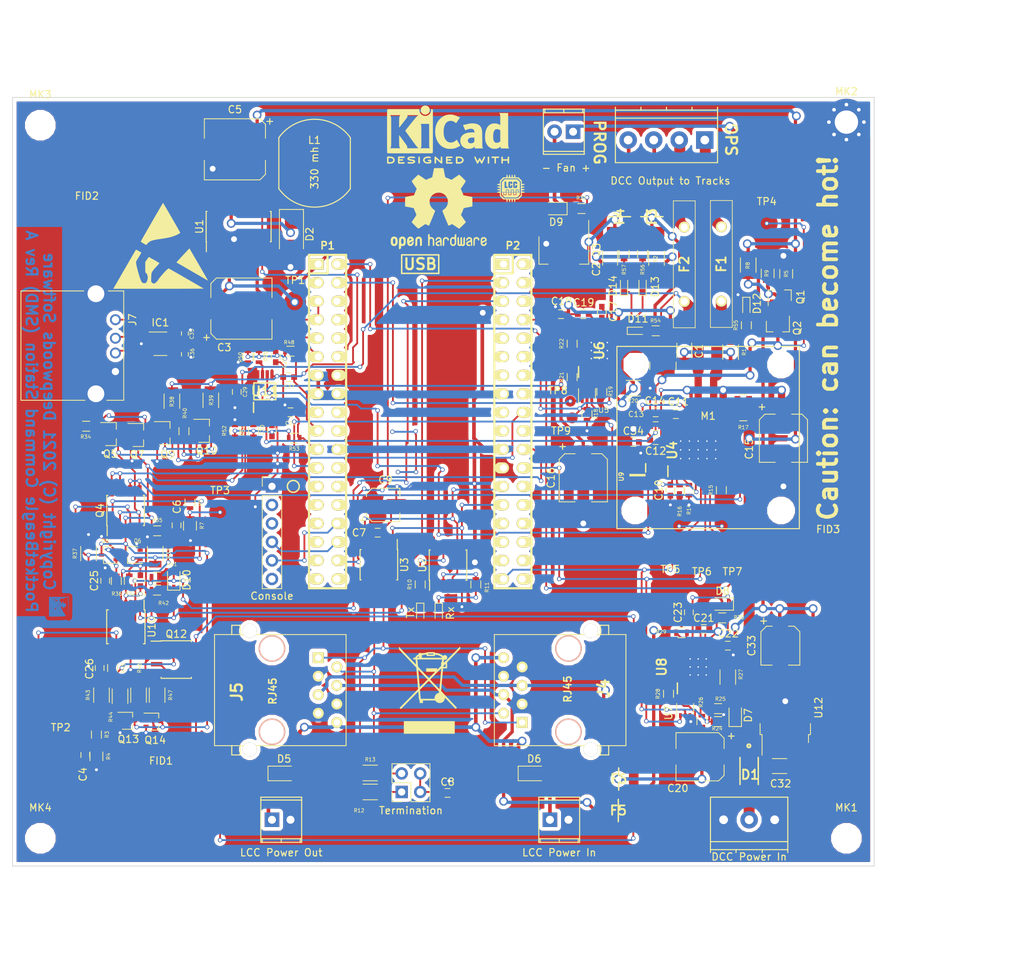
<source format=kicad_pcb>
(kicad_pcb (version 4) (host pcbnew 4.0.7+dfsg1-1ubuntu2)
  (layers (0 F.Cu signal) (31 B.Cu signal) (34 B.Paste user) (35 F.Paste user) (36 B.SilkS user) (37 F.SilkS user) (38 B.Mask user) (39 F.Mask user) (44 Edge.Cuts user))
  (net 0 "")
  (net 1 "Net-(C1-Pad1)")
  (net 2 /OPS_A)
  (net 3 "Net-(C2-Pad1)")
  (net 4 "/Prog and LCC Alt H/L Driver/1B")
  (net 5 +5V)
  (net 6 GND)
  (net 7 /RAILCOM_OLBC_VREF)
  (net 8 /DCC_VS)
  (net 9 /RAILCOM_VREF)
  (net 10 +3V3)
  (net 11 "Net-(C8-Pad1)")
  (net 12 "Net-(C10-Pad1)")
  (net 13 "Net-(C11-Pad2)")
  (net 14 "Net-(C11-Pad1)")
  (net 15 "Net-(C12-Pad2)")
  (net 16 /OPS-SENSE-NEG)
  (net 17 /PROG-SENSE-NEG)
  (net 18 "Net-(C17-Pad2)")
  (net 19 "Net-(C17-Pad1)")
  (net 20 "Net-(C19-Pad1)")
  (net 21 +12V)
  (net 22 "Net-(C21-Pad2)")
  (net 23 "Net-(C21-Pad1)")
  (net 24 "Net-(C23-Pad1)")
  (net 25 "Net-(C24-Pad1)")
  (net 26 "Net-(C25-Pad1)")
  (net 27 "Net-(C26-Pad1)")
  (net 28 /OPS-SENSE)
  (net 29 "Net-(C28-Pad1)")
  (net 30 "Net-(C30-Pad1)")
  (net 31 /PROG-SENSE)
  (net 32 "Net-(D1-Pad2)")
  (net 33 "Net-(D2-Pad1)")
  (net 34 "Net-(D3-Pad1)")
  (net 35 "Net-(D4-Pad1)")
  (net 36 "Net-(D5-Pad1)")
  (net 37 "Net-(D5-Pad2)")
  (net 38 "Net-(D6-Pad2)")
  (net 39 /OLBC_B)
  (net 40 "Net-(D9-Pad1)")
  (net 41 /RAILCOM-DIR)
  (net 42 /RAILCOM-DATA)
  (net 43 "Net-(D11-Pad2)")
  (net 44 "Net-(D12-Pad2)")
  (net 45 "Net-(D13-Pad2)")
  (net 46 "Net-(D14-Pad2)")
  (net 47 "Net-(F1-Pad1)")
  (net 48 /OPS_B)
  (net 49 "Net-(F2-Pad1)")
  (net 50 "Net-(F3-Pad1)")
  (net 51 "/Prog and LCC Alt H/L Driver/1A")
  (net 52 "Net-(F4-Pad1)")
  (net 53 "/CAN Transceiver/ALT_L")
  (net 54 "/CAN Transceiver/ALT_H")
  (net 55 "Net-(J1-Pad2)")
  (net 56 "Net-(J1-Pad3)")
  (net 57 "Net-(J1-Pad4)")
  (net 58 "Net-(J1-Pad5)")
  (net 59 "Net-(J1-Pad6)")
  (net 60 "Net-(J3-Pad1)")
  (net 61 "Net-(J3-Pad2)")
  (net 62 "Net-(J4-Pad1)")
  (net 63 "Net-(J4-Pad2)")
  (net 64 /PROG-ENABLE)
  (net 65 "Net-(P1-Pad3)")
  (net 66 /PROG-SIG)
  (net 67 "Net-(P1-Pad6)")
  (net 68 "Net-(P1-Pad8)")
  (net 69 "Net-(P1-Pad10)")
  (net 70 "Net-(P1-Pad12)")
  (net 71 "Net-(P1-Pad17)")
  (net 72 "Net-(P1-Pad18)")
  (net 73 "Net-(P1-Pad20)")
  (net 74 /TEMP-SENSE)
  (net 75 "Net-(P1-Pad24)")
  (net 76 "Net-(P1-Pad25)")
  (net 77 "Net-(P1-Pad26)")
  (net 78 "Net-(P1-Pad27)")
  (net 79 "Net-(P1-Pad28)")
  (net 80 "Net-(P1-Pad29)")
  (net 81 "Net-(P1-Pad31)")
  (net 82 "Net-(P1-Pad33)")
  (net 83 /FAN-CONTROL)
  (net 84 "Net-(P1-Pad35)")
  (net 85 "Net-(P1-Pad36)")
  (net 86 "Net-(P2-Pad1)")
  (net 87 "Net-(P2-Pad2)")
  (net 88 "Net-(P2-Pad4)")
  (net 89 "Net-(P2-Pad6)")
  (net 90 "Net-(P2-Pad7)")
  (net 91 /OPS-BRAKE)
  (net 92 "Net-(P2-Pad9)")
  (net 93 "Net-(P2-Pad10)")
  (net 94 "Net-(P2-Pad11)")
  (net 95 "Net-(P2-Pad12)")
  (net 96 "Net-(P2-Pad13)")
  (net 97 "Net-(P2-Pad14)")
  (net 98 "Net-(P2-Pad16)")
  (net 99 "Net-(P2-Pad17)")
  (net 100 /RAILCOM-ENABLE)
  (net 101 "Net-(P2-Pad19)")
  (net 102 "Net-(P2-Pad20)")
  (net 103 /RAILCOM-SHORT)
  (net 104 /OPS-SIG)
  (net 105 /CAN1_RX)
  (net 106 "Net-(P2-Pad26)")
  (net 107 /CAN1_TX)
  (net 108 "Net-(P2-Pad28)")
  (net 109 "Net-(P2-Pad29)")
  (net 110 "Net-(P2-Pad30)")
  (net 111 "Net-(P2-Pad31)")
  (net 112 "Net-(P2-Pad32)")
  (net 113 "Net-(P2-Pad33)")
  (net 114 "Net-(P2-Pad34)")
  (net 115 /OPS-ENABLE)
  (net 116 "Net-(P2-Pad36)")
  (net 117 "Net-(Q1-Pad1)")
  (net 118 "Net-(Q1-Pad2)")
  (net 119 "Net-(Q2-Pad2)")
  (net 120 /PROG-SENSE-POS)
  (net 121 "Net-(Q3-Pad1)")
  (net 122 "Net-(Q4-Pad1)")
  (net 123 "/Railcomm Interface/GATE-EN")
  (net 124 "Net-(Q4-Pad3)")
  (net 125 "Net-(Q5-Pad1)")
  (net 126 "Net-(Q10-Pad3)")
  (net 127 "Net-(Q12-Pad1)")
  (net 128 "Net-(Q12-Pad3)")
  (net 129 "Net-(Q13-Pad1)")
  (net 130 "Net-(Q14-Pad1)")
  (net 131 "Net-(R10-Pad2)")
  (net 132 "Net-(R11-Pad2)")
  (net 133 "Net-(R14-Pad1)")
  (net 134 "Net-(R15-Pad2)")
  (net 135 "Net-(R16-Pad2)")
  (net 136 "Net-(R19-Pad2)")
  (net 137 "Net-(R20-Pad1)")
  (net 138 "Net-(R21-Pad2)")
  (net 139 "Net-(R22-Pad2)")
  (net 140 "Net-(R26-Pad2)")
  (net 141 "Net-(R27-Pad1)")
  (net 142 "Net-(R28-Pad2)")
  (net 143 "Net-(R29-Pad2)")
  (net 144 "Net-(R50-Pad1)")
  (net 145 "Net-(R51-Pad2)")
  (net 146 "Net-(U1-Pad1)")
  (net 147 "Net-(U1-Pad2)")
  (net 148 "Net-(U1-Pad7)")
  (net 149 "Net-(U1-Pad8)")
  (net 150 "Net-(U1-Pad9)")
  (net 151 "Net-(U1-Pad11)")
  (net 152 "Net-(U1-Pad13)")
  (net 153 "Net-(U1-Pad14)")
  (net 154 "Net-(U3-Pad5)")
  (net 155 "Net-(U3-Pad8)")
  (net 156 "Net-(U4-Pad10)")
  (net 157 "Net-(U4-Pad12)")
  (net 158 "Net-(U5-Pad4)")
  (net 159 "Net-(U7-Pad4)")
  (net 160 "Net-(U10-Pad13)")
  (net 161 /OLBC_A)
  (net 162 "Net-(U9-Pad1)")
  (net 163 "Net-(U9-Pad5)")
  (net 164 "Net-(C35-Pad2)")
  (net 165 "Net-(C36-Pad1)")
  (net 166 "Net-(IC1-Pad1)")
  (net 167 "Net-(IC1-Pad3)")
  (net 168 "Net-(IC1-Pad5)")
  (module Capacitors_SMD:C_0603 (layer F.Cu) (at 177.8 129.032 90)
    (fp_text reference C23 (at 0 -1.5 90) (layer F.SilkS))
    (fp_text value "100 nf")
    (pad 2 smd rect (at 0.75 0 90) (size 0.8 0.75) (layers F.Cu F.Paste F.Mask) (net 21 +12V))
    (pad 1 smd rect (at -0.75 0 90) (size 0.8 0.75) (layers F.Cu F.Paste F.Mask) (net 24 "Net-(C23-Pad1)"))
  )
  (module Resistors_SMD:R_0603 (layer F.Cu) (at 181.8005 142.24 180)
    (fp_text reference R25 (at -0.3175 1.3335 180) (layer F.SilkS) (effects (font (size 0.5 0.5) (thickness 0.075))))
    (fp_text value 10K)
    (pad 1 smd rect (at -0.75 0 180) (size 0.5 0.9) (layers F.Cu F.Paste F.Mask) (net 6 GND))
    (pad 2 smd rect (at 0.75 0 180) (size 0.5 0.9) (layers F.Cu F.Paste F.Mask) (net 161 /OLBC_A))
  )
  (module MF-R500:MFR500 (layer F.Cu) (at 182.245 76.16 270)
    (fp_text reference F1 (at 5.1 0 270) (layer F.SilkS) (effects (font (size 1.27 1.27) (thickness 0.254))))
    (fp_text value 5A hide)
    (pad 1 thru_hole circle (at 0 0) (size 1.515 1.515) (drill 1.01) (layers *.Cu *.Mask F.SilkS) (net 47 "Net-(F1-Pad1)"))
    (pad 2 thru_hole circle (at 10.2 0) (size 1.515 1.515) (drill 1.01) (layers *.Cu *.Mask F.SilkS) (net 48 /OPS_B))
  )
  (module RB080LAM-30TR:PMDTM (layer F.Cu) (at 186.055 150.79 180)
    (fp_text reference D1 (at -0.127 -0.508 180) (layer F.SilkS) (effects (font (size 1.27 1.27) (thickness 0.254))))
    (fp_text value RB080LAM-30TR hide)
    (pad 1 smd rect (at 0 2.2 270) (size 1.4 2) (layers F.Cu F.Paste F.Mask) (net 8 /DCC_VS))
    (pad 2 smd rect (at 0 -2.2 270) (size 1.4 2) (layers F.Cu F.Paste F.Mask) (net 32 "Net-(D1-Pad2)"))
  )
  (module RJ45-8N-S:RJ45_8N-S (layer F.Cu) (at 120.65 139.7 270)
    (fp_text reference J5 (at 0.254 4.826 270) (layer F.SilkS) (effects (font (thickness 0.3048))))
    (fp_text value RJ45 (at 0.14224 -0.1016 270) (layer F.SilkS) (effects (font (size 1.00076 1.00076) (thickness 0.2032))))
    (pad "" np_thru_hole circle (at 5.715 0 270) (size 3.64998 3.64998) (drill 3.2512) (layers *.Cu *.SilkS *.Mask))
    (pad "" np_thru_hole circle (at -5.715 0 270) (size 3.64998 3.64998) (drill 3.2512) (layers *.Cu *.SilkS *.Mask))
    (pad 1 thru_hole rect (at -4.445 -6.35 270) (size 1.50114 1.50114) (drill 0.89916) (layers *.Cu *.Mask F.SilkS) (net 62 "Net-(J4-Pad1)"))
    (pad 2 thru_hole circle (at -3.175 -8.89 270) (size 1.50114 1.50114) (drill 0.89916) (layers *.Cu *.Mask F.SilkS) (net 63 "Net-(J4-Pad2)"))
    (pad 3 thru_hole circle (at -1.905 -6.35 270) (size 1.50114 1.50114) (drill 0.89916) (layers *.Cu *.Mask F.SilkS) (net 6 GND))
    (pad 4 thru_hole circle (at -0.635 -8.89 270) (size 1.50114 1.50114) (drill 0.89916) (layers *.Cu *.Mask F.SilkS) (net 53 "/CAN Transceiver/ALT_L"))
    (pad 5 thru_hole circle (at 0.635 -6.35 270) (size 1.50114 1.50114) (drill 0.89916) (layers *.Cu *.Mask F.SilkS) (net 54 "/CAN Transceiver/ALT_H"))
    (pad 6 thru_hole circle (at 1.905 -8.89 270) (size 1.50114 1.50114) (drill 0.89916) (layers *.Cu *.Mask F.SilkS) (net 6 GND))
    (pad 7 thru_hole circle (at 3.175 -6.35 270) (size 1.50114 1.50114) (drill 0.89916) (layers *.Cu *.Mask F.SilkS) (net 6 GND))
    (pad 8 thru_hole circle (at 4.445 -8.89 270) (size 1.50114 1.50114) (drill 0.89916) (layers *.Cu *.Mask F.SilkS) (net 37 "Net-(D5-Pad2)"))
    (pad "" thru_hole circle (at -8.128 3.048 270) (size 1.9304 1.9304) (drill 1.9304) (layers *.Cu *.Mask F.SilkS))
    (pad "" thru_hole circle (at 8.128 3.048 270) (size 1.9304 1.9304) (drill 1.9304) (layers *.Cu *.Mask F.SilkS))
  )
  (module RJ45-8N-S:RJ45_8N-S (layer F.Cu) (at 161.29 139.7 90)
    (fp_text reference J4 (at 0.254 4.826 90) (layer F.SilkS) (effects (font (thickness 0.3048))))
    (fp_text value RJ45 (at 0.14224 -0.1016 90) (layer F.SilkS) (effects (font (size 1.00076 1.00076) (thickness 0.2032))))
    (pad "" np_thru_hole circle (at 5.715 0 90) (size 3.64998 3.64998) (drill 3.2512) (layers *.Cu *.SilkS *.Mask))
    (pad "" np_thru_hole circle (at -5.715 0 90) (size 3.64998 3.64998) (drill 3.2512) (layers *.Cu *.SilkS *.Mask))
    (pad 1 thru_hole rect (at -4.445 -6.35 90) (size 1.50114 1.50114) (drill 0.89916) (layers *.Cu *.Mask F.SilkS) (net 62 "Net-(J4-Pad1)"))
    (pad 2 thru_hole circle (at -3.175 -8.89 90) (size 1.50114 1.50114) (drill 0.89916) (layers *.Cu *.Mask F.SilkS) (net 63 "Net-(J4-Pad2)"))
    (pad 3 thru_hole circle (at -1.905 -6.35 90) (size 1.50114 1.50114) (drill 0.89916) (layers *.Cu *.Mask F.SilkS) (net 6 GND))
    (pad 4 thru_hole circle (at -0.635 -8.89 90) (size 1.50114 1.50114) (drill 0.89916) (layers *.Cu *.Mask F.SilkS) (net 53 "/CAN Transceiver/ALT_L"))
    (pad 5 thru_hole circle (at 0.635 -6.35 90) (size 1.50114 1.50114) (drill 0.89916) (layers *.Cu *.Mask F.SilkS) (net 54 "/CAN Transceiver/ALT_H"))
    (pad 6 thru_hole circle (at 1.905 -8.89 90) (size 1.50114 1.50114) (drill 0.89916) (layers *.Cu *.Mask F.SilkS) (net 6 GND))
    (pad 7 thru_hole circle (at 3.175 -6.35 90) (size 1.50114 1.50114) (drill 0.89916) (layers *.Cu *.Mask F.SilkS) (net 6 GND))
    (pad 8 thru_hole circle (at 4.445 -8.89 90) (size 1.50114 1.50114) (drill 0.89916) (layers *.Cu *.Mask F.SilkS) (net 37 "Net-(D5-Pad2)"))
    (pad "" thru_hole circle (at -8.128 3.048 90) (size 1.9304 1.9304) (drill 1.9304) (layers *.Cu *.Mask F.SilkS))
    (pad "" thru_hole circle (at 8.128 3.048 90) (size 1.9304 1.9304) (drill 1.9304) (layers *.Cu *.Mask F.SilkS))
  )
  (module pin_socket_18x2 (layer F.Cu) (at 128.27 102.87 270)
    (fp_text reference P1 (at -24.13 0 360) (layer F.SilkS) (effects (font (size 1.016 1.016) (thickness 0.2032))))
    (fp_text value POCKETBEAGLE-P1 hide)
    (pad 1 thru_hole rect (at -21.59 1.27 270) (size 1.524 1.99898) (drill 1.00076 (offset 0 0.24892)) (layers *.Cu *.Mask F.SilkS) (net 5 +5V))
    (pad 2 thru_hole oval (at -21.59 -1.27 270) (size 1.524 1.99898) (drill 1.00076 (offset 0 -0.24892)) (layers *.Cu *.Mask F.SilkS) (net 64 /PROG-ENABLE))
    (pad 3 thru_hole oval (at -19.05 1.27 270) (size 1.524 1.99898) (drill 1.00076 (offset 0 0.24892)) (layers *.Cu *.Mask F.SilkS) (net 65 "Net-(P1-Pad3)"))
    (pad 4 thru_hole oval (at -19.05 -1.27 270) (size 1.524 1.99898) (drill 1.00076 (offset 0 -0.24892)) (layers *.Cu *.Mask F.SilkS) (net 66 /PROG-SIG))
    (pad 5 thru_hole oval (at -16.51 1.27 270) (size 1.524 1.99898) (drill 1.00076 (offset 0 0.24892)) (layers *.Cu *.Mask F.SilkS) (net 168 "Net-(IC1-Pad5)"))
    (pad 6 thru_hole oval (at -16.51 -1.27 270) (size 1.524 1.99898) (drill 1.00076 (offset 0 -0.24892)) (layers *.Cu *.Mask F.SilkS) (net 67 "Net-(P1-Pad6)"))
    (pad 7 thru_hole oval (at -13.97 1.27 270) (size 1.524 1.99898) (drill 1.00076 (offset 0 0.24892)) (layers *.Cu *.Mask F.SilkS) (net 168 "Net-(IC1-Pad5)"))
    (pad 8 thru_hole oval (at -13.97 -1.27 270) (size 1.524 1.99898) (drill 1.00076 (offset 0 -0.24892)) (layers *.Cu *.Mask F.SilkS) (net 68 "Net-(P1-Pad8)"))
    (pad 9 thru_hole oval (at -11.43 1.27 270) (size 1.524 1.99898) (drill 1.00076 (offset 0 0.24892)) (layers *.Cu *.Mask F.SilkS) (net 164 "Net-(C35-Pad2)"))
    (pad 10 thru_hole oval (at -11.43 -1.27 270) (size 1.524 1.99898) (drill 1.00076 (offset 0 -0.24892)) (layers *.Cu *.Mask F.SilkS) (net 69 "Net-(P1-Pad10)"))
    (pad 11 thru_hole oval (at -8.89 1.27 270) (size 1.524 1.99898) (drill 1.00076 (offset 0 0.24892)) (layers *.Cu *.Mask F.SilkS) (net 165 "Net-(C36-Pad1)"))
    (pad 12 thru_hole oval (at -8.89 -1.27 270) (size 1.524 1.99898) (drill 1.00076 (offset 0 -0.24892)) (layers *.Cu *.Mask F.SilkS) (net 70 "Net-(P1-Pad12)"))
    (pad 13 thru_hole oval (at -6.35 1.27 270) (size 1.524 1.99898) (drill 1.00076 (offset 0 0.24892)) (layers *.Cu *.Mask F.SilkS) (net 6 GND))
    (pad 14 thru_hole oval (at -6.35 -1.27 270) (size 1.524 1.99898) (drill 1.00076 (offset 0 -0.24892)) (layers *.Cu *.Mask F.SilkS) (net 10 +3V3))
    (pad 15 thru_hole oval (at -3.81 1.27 270) (size 1.524 1.99898) (drill 1.00076 (offset 0 0.24892)) (layers *.Cu *.Mask F.SilkS) (net 6 GND))
    (pad 16 thru_hole oval (at -3.81 -1.27 270) (size 1.524 1.99898) (drill 1.00076 (offset 0 -0.24892)) (layers *.Cu *.Mask F.SilkS) (net 6 GND))
    (pad 17 thru_hole oval (at -1.27 1.27 270) (size 1.524 1.99898) (drill 1.00076 (offset 0 0.24892)) (layers *.Cu *.Mask F.SilkS) (net 71 "Net-(P1-Pad17)"))
    (pad 18 thru_hole oval (at -1.27 -1.27 270) (size 1.524 1.99898) (drill 1.00076 (offset 0 -0.24892)) (layers *.Cu *.Mask F.SilkS) (net 72 "Net-(P1-Pad18)"))
    (pad 19 thru_hole oval (at 1.27 1.27 270) (size 1.524 1.99898) (drill 1.00076 (offset 0 0.24892)) (layers *.Cu *.Mask F.SilkS) (net 28 /OPS-SENSE))
    (pad 20 thru_hole oval (at 1.27 -1.27 270) (size 1.524 1.99898) (drill 1.00076 (offset 0 -0.24892)) (layers *.Cu *.Mask F.SilkS) (net 73 "Net-(P1-Pad20)"))
    (pad 21 thru_hole oval (at 3.81 1.27 270) (size 1.524 1.99898) (drill 1.00076 (offset 0 0.24892)) (layers *.Cu *.Mask F.SilkS) (net 31 /PROG-SENSE))
    (pad 22 thru_hole oval (at 3.81 -1.27 270) (size 1.524 1.99898) (drill 1.00076 (offset 0 -0.24892)) (layers *.Cu *.Mask F.SilkS) (net 6 GND))
    (pad 23 thru_hole oval (at 6.35 1.27 270) (size 1.524 1.99898) (drill 1.00076 (offset 0 0.24892)) (layers *.Cu *.Mask F.SilkS) (net 74 /TEMP-SENSE))
    (pad 24 thru_hole oval (at 6.35 -1.27 270) (size 1.524 1.99898) (drill 1.00076 (offset 0 -0.24892)) (layers *.Cu *.Mask F.SilkS) (net 75 "Net-(P1-Pad24)"))
    (pad 25 thru_hole oval (at 8.89 1.27 270) (size 1.524 1.99898) (drill 1.00076 (offset 0 0.24892)) (layers *.Cu *.Mask F.SilkS) (net 76 "Net-(P1-Pad25)"))
    (pad 26 thru_hole oval (at 8.89 -1.27 270) (size 1.524 1.99898) (drill 1.00076 (offset 0 -0.24892)) (layers *.Cu *.Mask F.SilkS) (net 77 "Net-(P1-Pad26)"))
    (pad 27 thru_hole oval (at 11.43 1.27 270) (size 1.524 1.99898) (drill 1.00076 (offset 0 0.24892)) (layers *.Cu *.Mask F.SilkS) (net 78 "Net-(P1-Pad27)"))
    (pad 28 thru_hole oval (at 11.43 -1.27 270) (size 1.524 1.99898) (drill 1.00076 (offset 0 -0.24892)) (layers *.Cu *.Mask F.SilkS) (net 79 "Net-(P1-Pad28)"))
    (pad 29 thru_hole oval (at 13.97 1.27 270) (size 1.524 1.99898) (drill 1.00076 (offset 0 0.24892)) (layers *.Cu *.Mask F.SilkS) (net 80 "Net-(P1-Pad29)"))
    (pad 30 thru_hole oval (at 13.97 -1.27 270) (size 1.524 1.99898) (drill 1.00076 (offset 0 -0.24892)) (layers *.Cu *.Mask F.SilkS) (net 58 "Net-(J1-Pad5)"))
    (pad 31 thru_hole oval (at 16.51 1.27 270) (size 1.524 1.99898) (drill 1.00076 (offset 0 0.24892)) (layers *.Cu *.Mask F.SilkS) (net 81 "Net-(P1-Pad31)"))
    (pad 32 thru_hole oval (at 16.51 -1.27 270) (size 1.524 1.99898) (drill 1.00076 (offset 0 -0.24892)) (layers *.Cu *.Mask F.SilkS) (net 57 "Net-(J1-Pad4)"))
    (pad 33 thru_hole oval (at 19.05 1.27 270) (size 1.524 1.99898) (drill 1.00076 (offset 0 0.24892)) (layers *.Cu *.Mask F.SilkS) (net 82 "Net-(P1-Pad33)"))
    (pad 34 thru_hole oval (at 19.05 -1.27 270) (size 1.524 1.99898) (drill 1.00076 (offset 0 -0.24892)) (layers *.Cu *.Mask F.SilkS) (net 83 /FAN-CONTROL))
    (pad 35 thru_hole oval (at 21.59 1.27 270) (size 1.524 1.99898) (drill 1.00076 (offset 0 0.24892)) (layers *.Cu *.Mask F.SilkS) (net 84 "Net-(P1-Pad35)"))
    (pad 36 thru_hole oval (at 21.59 -1.27 270) (size 1.524 1.99898) (drill 1.00076 (offset 0 -0.24892)) (layers *.Cu *.Mask F.SilkS) (net 85 "Net-(P1-Pad36)"))
  )
  (module pin_socket_18x2 (layer F.Cu) (at 153.67 102.87 270)
    (fp_text reference P2 (at -24.13 0 360) (layer F.SilkS) (effects (font (size 1.016 1.016) (thickness 0.2032))))
    (fp_text value POCKETBEAGLE-P2 hide)
    (pad 1 thru_hole rect (at -21.59 1.27 270) (size 1.524 1.99898) (drill 1.00076 (offset 0 0.24892)) (layers *.Cu *.Mask F.SilkS) (net 86 "Net-(P2-Pad1)"))
    (pad 2 thru_hole oval (at -21.59 -1.27 270) (size 1.524 1.99898) (drill 1.00076 (offset 0 -0.24892)) (layers *.Cu *.Mask F.SilkS) (net 87 "Net-(P2-Pad2)"))
    (pad 3 thru_hole oval (at -19.05 1.27 270) (size 1.524 1.99898) (drill 1.00076 (offset 0 0.24892)) (layers *.Cu *.Mask F.SilkS) (net 41 /RAILCOM-DIR))
    (pad 4 thru_hole oval (at -19.05 -1.27 270) (size 1.524 1.99898) (drill 1.00076 (offset 0 -0.24892)) (layers *.Cu *.Mask F.SilkS) (net 88 "Net-(P2-Pad4)"))
    (pad 5 thru_hole oval (at -16.51 1.27 270) (size 1.524 1.99898) (drill 1.00076 (offset 0 0.24892)) (layers *.Cu *.Mask F.SilkS) (net 42 /RAILCOM-DATA))
    (pad 6 thru_hole oval (at -16.51 -1.27 270) (size 1.524 1.99898) (drill 1.00076 (offset 0 -0.24892)) (layers *.Cu *.Mask F.SilkS) (net 89 "Net-(P2-Pad6)"))
    (pad 7 thru_hole oval (at -13.97 1.27 270) (size 1.524 1.99898) (drill 1.00076 (offset 0 0.24892)) (layers *.Cu *.Mask F.SilkS) (net 90 "Net-(P2-Pad7)"))
    (pad 8 thru_hole oval (at -13.97 -1.27 270) (size 1.524 1.99898) (drill 1.00076 (offset 0 -0.24892)) (layers *.Cu *.Mask F.SilkS) (net 91 /OPS-BRAKE))
    (pad 9 thru_hole oval (at -11.43 1.27 270) (size 1.524 1.99898) (drill 1.00076 (offset 0 0.24892)) (layers *.Cu *.Mask F.SilkS) (net 92 "Net-(P2-Pad9)"))
    (pad 10 thru_hole oval (at -11.43 -1.27 270) (size 1.524 1.99898) (drill 1.00076 (offset 0 -0.24892)) (layers *.Cu *.Mask F.SilkS) (net 93 "Net-(P2-Pad10)"))
    (pad 11 thru_hole oval (at -8.89 1.27 270) (size 1.524 1.99898) (drill 1.00076 (offset 0 0.24892)) (layers *.Cu *.Mask F.SilkS) (net 94 "Net-(P2-Pad11)"))
    (pad 12 thru_hole oval (at -8.89 -1.27 270) (size 1.524 1.99898) (drill 1.00076 (offset 0 -0.24892)) (layers *.Cu *.Mask F.SilkS) (net 95 "Net-(P2-Pad12)"))
    (pad 13 thru_hole oval (at -6.35 1.27 270) (size 1.524 1.99898) (drill 1.00076 (offset 0 0.24892)) (layers *.Cu *.Mask F.SilkS) (net 96 "Net-(P2-Pad13)"))
    (pad 14 thru_hole oval (at -6.35 -1.27 270) (size 1.524 1.99898) (drill 1.00076 (offset 0 -0.24892)) (layers *.Cu *.Mask F.SilkS) (net 97 "Net-(P2-Pad14)"))
    (pad 15 thru_hole oval (at -3.81 1.27 270) (size 1.524 1.99898) (drill 1.00076 (offset 0 0.24892)) (layers *.Cu *.Mask F.SilkS) (net 6 GND))
    (pad 16 thru_hole oval (at -3.81 -1.27 270) (size 1.524 1.99898) (drill 1.00076 (offset 0 -0.24892)) (layers *.Cu *.Mask F.SilkS) (net 98 "Net-(P2-Pad16)"))
    (pad 17 thru_hole oval (at -1.27 1.27 270) (size 1.524 1.99898) (drill 1.00076 (offset 0 0.24892)) (layers *.Cu *.Mask F.SilkS) (net 99 "Net-(P2-Pad17)"))
    (pad 18 thru_hole oval (at -1.27 -1.27 270) (size 1.524 1.99898) (drill 1.00076 (offset 0 -0.24892)) (layers *.Cu *.Mask F.SilkS) (net 100 /RAILCOM-ENABLE))
    (pad 19 thru_hole oval (at 1.27 1.27 270) (size 1.524 1.99898) (drill 1.00076 (offset 0 0.24892)) (layers *.Cu *.Mask F.SilkS) (net 101 "Net-(P2-Pad19)"))
    (pad 20 thru_hole oval (at 1.27 -1.27 270) (size 1.524 1.99898) (drill 1.00076 (offset 0 -0.24892)) (layers *.Cu *.Mask F.SilkS) (net 102 "Net-(P2-Pad20)"))
    (pad 21 thru_hole oval (at 3.81 1.27 270) (size 1.524 1.99898) (drill 1.00076 (offset 0 0.24892)) (layers *.Cu *.Mask F.SilkS) (net 6 GND))
    (pad 22 thru_hole oval (at 3.81 -1.27 270) (size 1.524 1.99898) (drill 1.00076 (offset 0 -0.24892)) (layers *.Cu *.Mask F.SilkS) (net 103 /RAILCOM-SHORT))
    (pad 23 thru_hole oval (at 6.35 1.27 270) (size 1.524 1.99898) (drill 1.00076 (offset 0 0.24892)) (layers *.Cu *.Mask F.SilkS) (net 10 +3V3))
    (pad 24 thru_hole oval (at 6.35 -1.27 270) (size 1.524 1.99898) (drill 1.00076 (offset 0 -0.24892)) (layers *.Cu *.Mask F.SilkS) (net 104 /OPS-SIG))
    (pad 25 thru_hole oval (at 8.89 1.27 270) (size 1.524 1.99898) (drill 1.00076 (offset 0 0.24892)) (layers *.Cu *.Mask F.SilkS) (net 105 /CAN1_RX))
    (pad 26 thru_hole oval (at 8.89 -1.27 270) (size 1.524 1.99898) (drill 1.00076 (offset 0 -0.24892)) (layers *.Cu *.Mask F.SilkS) (net 106 "Net-(P2-Pad26)"))
    (pad 27 thru_hole oval (at 11.43 1.27 270) (size 1.524 1.99898) (drill 1.00076 (offset 0 0.24892)) (layers *.Cu *.Mask F.SilkS) (net 107 /CAN1_TX))
    (pad 28 thru_hole oval (at 11.43 -1.27 270) (size 1.524 1.99898) (drill 1.00076 (offset 0 -0.24892)) (layers *.Cu *.Mask F.SilkS) (net 108 "Net-(P2-Pad28)"))
    (pad 29 thru_hole oval (at 13.97 1.27 270) (size 1.524 1.99898) (drill 1.00076 (offset 0 0.24892)) (layers *.Cu *.Mask F.SilkS) (net 109 "Net-(P2-Pad29)"))
    (pad 30 thru_hole oval (at 13.97 -1.27 270) (size 1.524 1.99898) (drill 1.00076 (offset 0 -0.24892)) (layers *.Cu *.Mask F.SilkS) (net 110 "Net-(P2-Pad30)"))
    (pad 31 thru_hole oval (at 16.51 1.27 270) (size 1.524 1.99898) (drill 1.00076 (offset 0 0.24892)) (layers *.Cu *.Mask F.SilkS) (net 111 "Net-(P2-Pad31)"))
    (pad 32 thru_hole oval (at 16.51 -1.27 270) (size 1.524 1.99898) (drill 1.00076 (offset 0 -0.24892)) (layers *.Cu *.Mask F.SilkS) (net 112 "Net-(P2-Pad32)"))
    (pad 33 thru_hole oval (at 19.05 1.27 270) (size 1.524 1.99898) (drill 1.00076 (offset 0 0.24892)) (layers *.Cu *.Mask F.SilkS) (net 113 "Net-(P2-Pad33)"))
    (pad 34 thru_hole oval (at 19.05 -1.27 270) (size 1.524 1.99898) (drill 1.00076 (offset 0 -0.24892)) (layers *.Cu *.Mask F.SilkS) (net 114 "Net-(P2-Pad34)"))
    (pad 35 thru_hole oval (at 21.59 1.27 270) (size 1.524 1.99898) (drill 1.00076 (offset 0 0.24892)) (layers *.Cu *.Mask F.SilkS) (net 115 /OPS-ENABLE))
    (pad 36 thru_hole oval (at 21.59 -1.27 270) (size 1.524 1.99898) (drill 1.00076 (offset 0 -0.24892)) (layers *.Cu *.Mask F.SilkS) (net 116 "Net-(P2-Pad36)"))
  )
  (module Mounting_Holes:MountingHole_3.2mm_M3_Pad_Via (layer F.Cu) (at 199.39 61.802944)
    (fp_text reference MK2 (at 0 -4.2) (layer F.SilkS))
    (fp_text value Mounting_Hole_PAD)
    (pad 1 thru_hole circle (at 0 0) (size 6.4 6.4) (drill 3.2) (layers *.Cu *.Mask) (net 6 GND))
    (pad 1 thru_hole circle (at 2.4 0) (size 0.6 0.6) (drill 0.5) (layers *.Cu *.Mask) (net 6 GND))
    (pad 1 thru_hole circle (at 1.697056 1.697056) (size 0.6 0.6) (drill 0.5) (layers *.Cu *.Mask) (net 6 GND))
    (pad 1 thru_hole circle (at 0 2.4) (size 0.6 0.6) (drill 0.5) (layers *.Cu *.Mask) (net 6 GND))
    (pad 1 thru_hole circle (at -1.697056 1.697056) (size 0.6 0.6) (drill 0.5) (layers *.Cu *.Mask) (net 6 GND))
    (pad 1 thru_hole circle (at -2.4 0) (size 0.6 0.6) (drill 0.5) (layers *.Cu *.Mask) (net 6 GND))
    (pad 1 thru_hole circle (at -1.697056 -1.697056) (size 0.6 0.6) (drill 0.5) (layers *.Cu *.Mask) (net 6 GND))
    (pad 1 thru_hole circle (at 0 -2.4) (size 0.6 0.6) (drill 0.5) (layers *.Cu *.Mask) (net 6 GND))
    (pad 1 thru_hole circle (at 1.697056 -1.697056) (size 0.6 0.6) (drill 0.5) (layers *.Cu *.Mask) (net 6 GND))
  )
  (module Measurement_Points:Measurement_Point_Round-SMD-Pad_Big (layer F.Cu) (at 91.694 147.828)
    (fp_text reference TP2 (at 0 -3) (layer F.SilkS))
    (fp_text value RailcomOLBCVRef)
    (pad 1 smd circle (at 0 0) (size 3 3) (layers F.Cu F.Mask) (net 7 /RAILCOM_OLBC_VREF))
  )
  (module Resistors_SMD:R_0603 (layer F.Cu) (at 123.698 105.156 180)
    (fp_text reference R53 (at 0 -1.45 180) (layer F.SilkS) (effects (font (size 0.5 0.5) (thickness 0.075))))
    (fp_text value 2.4K)
    (pad 1 smd rect (at -0.75 0 180) (size 0.5 0.9) (layers F.Cu F.Paste F.Mask) (net 31 /PROG-SENSE))
    (pad 2 smd rect (at 0.75 0 180) (size 0.5 0.9) (layers F.Cu F.Paste F.Mask) (net 30 "Net-(C30-Pad1)"))
  )
  (module Resistors_SMD:R_0805 (layer F.Cu) (at 188.595 82.55 90)
    (fp_text reference R9 (at 0 -0.127 90) (layer F.SilkS) (effects (font (size 0.5 0.5) (thickness 0.075))))
    (fp_text value 4.7K)
    (pad 1 smd rect (at -0.95 0 90) (size 0.7 1.3) (layers F.Cu F.Paste F.Mask) (net 119 "Net-(Q2-Pad2)"))
    (pad 2 smd rect (at 0.95 0 90) (size 0.7 1.3) (layers F.Cu F.Paste F.Mask) (net 117 "Net-(Q1-Pad1)"))
  )
  (module SOP65P640X120:SOP65P640X120-17N (layer F.Cu) (at 179.07 136.525 90)
    (fp_text reference U8 (at 0 -5 90) (layer F.SilkS) (effects (font (size 1.27 1.27) (thickness 0.254))))
    (fp_text value DRV8801PWP hide)
    (pad 1 smd rect (at -2.938 -2.275 180) (size 0.45 1.475) (layers F.Cu F.Paste F.Mask) (net 142 "Net-(R28-Pad2)"))
    (pad 2 smd rect (at -2.938 -1.625 180) (size 0.45 1.475) (layers F.Cu F.Paste F.Mask) (net 6 GND))
    (pad 3 smd rect (at -2.938 -0.975 180) (size 0.45 1.475) (layers F.Cu F.Paste F.Mask) (net 159 "Net-(U7-Pad4)"))
    (pad 4 smd rect (at -2.938 -0.325 180) (size 0.45 1.475) (layers F.Cu F.Paste F.Mask) (net 6 GND))
    (pad 5 smd rect (at -2.938 0.325 180) (size 0.45 1.475) (layers F.Cu F.Paste F.Mask) (net 140 "Net-(R26-Pad2)"))
    (pad 6 smd rect (at -2.938 0.975 180) (size 0.45 1.475) (layers F.Cu F.Paste F.Mask) (net 115 /OPS-ENABLE))
    (pad 7 smd rect (at -2.938 1.625 180) (size 0.45 1.475) (layers F.Cu F.Paste F.Mask) (net 161 /OLBC_A))
    (pad 8 smd rect (at -2.938 2.275 180) (size 0.45 1.475) (layers F.Cu F.Paste F.Mask) (net 141 "Net-(R27-Pad1)"))
    (pad 9 smd rect (at 2.938 2.275 180) (size 0.45 1.475) (layers F.Cu F.Paste F.Mask) (net 21 +12V))
    (pad 10 smd rect (at 2.938 1.625 180) (size 0.45 1.475) (layers F.Cu F.Paste F.Mask) (net 39 /OLBC_B))
    (pad 11 smd rect (at 2.938 0.975 180) (size 0.45 1.475) (layers F.Cu F.Paste F.Mask) (net 22 "Net-(C21-Pad2)"))
    (pad 12 smd rect (at 2.938 0.325 180) (size 0.45 1.475) (layers F.Cu F.Paste F.Mask) (net 23 "Net-(C21-Pad1)"))
    (pad 13 smd rect (at 2.938 -0.325 180) (size 0.45 1.475) (layers F.Cu F.Paste F.Mask) (net 6 GND))
    (pad 14 smd rect (at 2.938 -0.975 180) (size 0.45 1.475) (layers F.Cu F.Paste F.Mask) (net 24 "Net-(C23-Pad1)"))
    (pad 15 smd rect (at 2.938 -1.625 180) (size 0.45 1.475) (layers F.Cu F.Paste F.Mask) (net 143 "Net-(R29-Pad2)"))
    (pad 16 smd rect (at 2.938 -2.275 180) (size 0.45 1.475) (layers F.Cu F.Paste F.Mask) (net 6 GND))
    (pad 17 smd rect (at 0 0 90) (size 3 3) (layers F.Cu F.Paste F.Mask) (net 6 GND))
    (pad 17 thru_hole circle (at 0 0 90) (size 0.4 0.4) (drill 0.2) (layers *.Cu) (net 6 GND))
    (pad 17 thru_hole circle (at 0 -1.1 90) (size 0.4 0.4) (drill 0.2) (layers *.Cu) (net 6 GND))
    (pad 17 thru_hole circle (at 0 1.1 90) (size 0.4 0.4) (drill 0.2) (layers *.Cu) (net 6 GND))
    (pad 17 thru_hole circle (at 1.1 0 90) (size 0.4 0.4) (drill 0.2) (layers *.Cu) (net 6 GND))
    (pad 17 thru_hole circle (at -1.1 0 90) (size 0.4 0.4) (drill 0.2) (layers *.Cu) (net 6 GND))
    (pad 17 thru_hole circle (at -1.1 -1.1 90) (size 0.4 0.4) (drill 0.2) (layers *.Cu) (net 6 GND))
    (pad 17 thru_hole circle (at 1.1 -1.1 90) (size 0.4 0.4) (drill 0.2) (layers *.Cu) (net 6 GND))
    (pad 17 thru_hole circle (at 1.1 1.1 90) (size 0.4 0.4) (drill 0.2) (layers *.Cu) (net 6 GND))
    (pad 17 thru_hole circle (at -1.1 1.1 90) (size 0.4 0.4) (drill 0.2) (layers *.Cu) (net 6 GND))
  )
  (module SOP65P640X120:SOP65P640X120-17N (layer F.Cu) (at 165.524 93.134 90)
    (fp_text reference U6 (at 0 0 90) (layer F.SilkS) (effects (font (size 1.27 1.27) (thickness 0.254))))
    (fp_text value DRV8801PWP hide)
    (pad 1 smd rect (at -2.938 -2.275 180) (size 0.45 1.475) (layers F.Cu F.Paste F.Mask) (net 138 "Net-(R21-Pad2)"))
    (pad 2 smd rect (at -2.938 -1.625 180) (size 0.45 1.475) (layers F.Cu F.Paste F.Mask) (net 6 GND))
    (pad 3 smd rect (at -2.938 -0.975 180) (size 0.45 1.475) (layers F.Cu F.Paste F.Mask) (net 158 "Net-(U5-Pad4)"))
    (pad 4 smd rect (at -2.938 -0.325 180) (size 0.45 1.475) (layers F.Cu F.Paste F.Mask) (net 6 GND))
    (pad 5 smd rect (at -2.938 0.325 180) (size 0.45 1.475) (layers F.Cu F.Paste F.Mask) (net 136 "Net-(R19-Pad2)"))
    (pad 6 smd rect (at -2.938 0.975 180) (size 0.45 1.475) (layers F.Cu F.Paste F.Mask) (net 64 /PROG-ENABLE))
    (pad 7 smd rect (at -2.938 1.625 180) (size 0.45 1.475) (layers F.Cu F.Paste F.Mask) (net 51 "/Prog and LCC Alt H/L Driver/1A"))
    (pad 8 smd rect (at -2.938 2.275 180) (size 0.45 1.475) (layers F.Cu F.Paste F.Mask) (net 137 "Net-(R20-Pad1)"))
    (pad 9 smd rect (at 2.938 2.275 180) (size 0.45 1.475) (layers F.Cu F.Paste F.Mask) (net 17 /PROG-SENSE-NEG))
    (pad 10 smd rect (at 2.938 1.625 180) (size 0.45 1.475) (layers F.Cu F.Paste F.Mask) (net 4 "/Prog and LCC Alt H/L Driver/1B"))
    (pad 11 smd rect (at 2.938 0.975 180) (size 0.45 1.475) (layers F.Cu F.Paste F.Mask) (net 18 "Net-(C17-Pad2)"))
    (pad 12 smd rect (at 2.938 0.325 180) (size 0.45 1.475) (layers F.Cu F.Paste F.Mask) (net 19 "Net-(C17-Pad1)"))
    (pad 13 smd rect (at 2.938 -0.325 180) (size 0.45 1.475) (layers F.Cu F.Paste F.Mask) (net 6 GND))
    (pad 14 smd rect (at 2.938 -0.975 180) (size 0.45 1.475) (layers F.Cu F.Paste F.Mask) (net 20 "Net-(C19-Pad1)"))
    (pad 15 smd rect (at 2.938 -1.625 180) (size 0.45 1.475) (layers F.Cu F.Paste F.Mask) (net 139 "Net-(R22-Pad2)"))
    (pad 16 smd rect (at 2.938 -2.275 180) (size 0.45 1.475) (layers F.Cu F.Paste F.Mask) (net 6 GND))
    (pad 17 smd rect (at 0 0 90) (size 3 3) (layers F.Cu F.Paste F.Mask) (net 6 GND))
    (pad 17 thru_hole circle (at 0 0 90) (size 0.4 0.4) (drill 0.2) (layers *.Cu) (net 6 GND))
    (pad 17 thru_hole circle (at 0 -1.1 90) (size 0.4 0.4) (drill 0.2) (layers *.Cu) (net 6 GND))
    (pad 17 thru_hole circle (at 0 1.1 90) (size 0.4 0.4) (drill 0.2) (layers *.Cu) (net 6 GND))
    (pad 17 thru_hole circle (at 1.1 0 90) (size 0.4 0.4) (drill 0.2) (layers *.Cu) (net 6 GND))
    (pad 17 thru_hole circle (at -1.1 0 90) (size 0.4 0.4) (drill 0.2) (layers *.Cu) (net 6 GND))
    (pad 17 thru_hole circle (at -1.1 -1.1 90) (size 0.4 0.4) (drill 0.2) (layers *.Cu) (net 6 GND))
    (pad 17 thru_hole circle (at 1.1 -1.1 90) (size 0.4 0.4) (drill 0.2) (layers *.Cu) (net 6 GND))
    (pad 17 thru_hole circle (at 1.1 1.1 90) (size 0.4 0.4) (drill 0.2) (layers *.Cu) (net 6 GND))
    (pad 17 thru_hole circle (at -1.1 1.1 90) (size 0.4 0.4) (drill 0.2) (layers *.Cu) (net 6 GND))
  )
  (module SOP65P640X120:SOP65P640X120-25N (layer F.Cu) (at 179.07 106.75 90)
    (fp_text reference U4 (at -0.057 -3.556 90) (layer F.SilkS) (effects (font (size 1.27 1.27) (thickness 0.254))))
    (fp_text value DRV8873HPWPR hide)
    (pad 1 smd rect (at -2.938 -3.575 180) (size 0.45 1.475) (layers F.Cu F.Paste F.Mask) (net 12 "Net-(C10-Pad1)"))
    (pad 2 smd rect (at -2.938 -2.925 180) (size 0.45 1.475) (layers F.Cu F.Paste F.Mask) (net 135 "Net-(R16-Pad2)"))
    (pad 3 smd rect (at -2.938 -2.275 180) (size 0.45 1.475) (layers F.Cu F.Paste F.Mask) (net 133 "Net-(R14-Pad1)"))
    (pad 4 smd rect (at -2.938 -1.625 180) (size 0.45 1.475) (layers F.Cu F.Paste F.Mask) (net 6 GND))
    (pad 5 smd rect (at -2.938 -0.975 180) (size 0.45 1.475) (layers F.Cu F.Paste F.Mask) (net 6 GND))
    (pad 6 smd rect (at -2.938 -0.325 180) (size 0.45 1.475) (layers F.Cu F.Paste F.Mask) (net 12 "Net-(C10-Pad1)"))
    (pad 7 smd rect (at -2.938 0.325 180) (size 0.45 1.475) (layers F.Cu F.Paste F.Mask) (net 115 /OPS-ENABLE))
    (pad 8 smd rect (at -2.938 0.975 180) (size 0.45 1.475) (layers F.Cu F.Paste F.Mask) (net 104 /OPS-SIG))
    (pad 9 smd rect (at -2.938 1.625 180) (size 0.45 1.475) (layers F.Cu F.Paste F.Mask) (net 91 /OPS-BRAKE))
    (pad 10 smd rect (at -2.938 2.275 180) (size 0.45 1.475) (layers F.Cu F.Paste F.Mask) (net 156 "Net-(U4-Pad10)"))
    (pad 11 smd rect (at -2.938 2.925 180) (size 0.45 1.475) (layers F.Cu F.Paste F.Mask) (net 134 "Net-(R15-Pad2)"))
    (pad 12 smd rect (at -2.938 3.575 180) (size 0.45 1.475) (layers F.Cu F.Paste F.Mask) (net 157 "Net-(U4-Pad12)"))
    (pad 13 smd rect (at 2.938 3.575 180) (size 0.45 1.475) (layers F.Cu F.Paste F.Mask) (net 16 /OPS-SENSE-NEG))
    (pad 14 smd rect (at 2.938 2.925 180) (size 0.45 1.475) (layers F.Cu F.Paste F.Mask) (net 48 /OPS_B))
    (pad 15 smd rect (at 2.938 2.275 180) (size 0.45 1.475) (layers F.Cu F.Paste F.Mask) (net 48 /OPS_B))
    (pad 16 smd rect (at 2.938 1.625 180) (size 0.45 1.475) (layers F.Cu F.Paste F.Mask) (net 6 GND))
    (pad 17 smd rect (at 2.938 0.975 180) (size 0.45 1.475) (layers F.Cu F.Paste F.Mask) (net 6 GND))
    (pad 18 smd rect (at 2.938 0.325 180) (size 0.45 1.475) (layers F.Cu F.Paste F.Mask) (net 2 /OPS_A))
    (pad 19 smd rect (at 2.938 -0.325 180) (size 0.45 1.475) (layers F.Cu F.Paste F.Mask) (net 2 /OPS_A))
    (pad 20 smd rect (at 2.938 -0.975 180) (size 0.45 1.475) (layers F.Cu F.Paste F.Mask) (net 16 /OPS-SENSE-NEG))
    (pad 21 smd rect (at 2.938 -1.625 180) (size 0.45 1.475) (layers F.Cu F.Paste F.Mask) (net 15 "Net-(C12-Pad2)"))
    (pad 22 smd rect (at 2.938 -2.275 180) (size 0.45 1.475) (layers F.Cu F.Paste F.Mask) (net 13 "Net-(C11-Pad2)"))
    (pad 23 smd rect (at 2.938 -2.925 180) (size 0.45 1.475) (layers F.Cu F.Paste F.Mask) (net 14 "Net-(C11-Pad1)"))
    (pad 24 smd rect (at 2.938 -3.575 180) (size 0.45 1.475) (layers F.Cu F.Paste F.Mask) (net 6 GND))
    (pad 25 smd rect (at 0 0 90) (size 3.2 5.26) (layers F.Cu F.Paste F.Mask) (net 6 GND))
    (pad 25 thru_hole circle (at 0 0 90) (size 0.4 0.4) (drill 0.2) (layers *.Cu) (net 6 GND))
    (pad 25 thru_hole circle (at 0 -1.2 90) (size 0.4 0.4) (drill 0.2) (layers *.Cu) (net 6 GND))
    (pad 25 thru_hole circle (at 0 -2.4 90) (size 0.4 0.4) (drill 0.2) (layers *.Cu) (net 6 GND))
    (pad 25 thru_hole circle (at 0 1.2 90) (size 0.4 0.4) (drill 0.2) (layers *.Cu) (net 6 GND))
    (pad 25 thru_hole circle (at 0 2.4 90) (size 0.4 0.4) (drill 0.2) (layers *.Cu) (net 6 GND))
    (pad 25 thru_hole circle (at 1.2 0 90) (size 0.4 0.4) (drill 0.2) (layers *.Cu) (net 6 GND))
    (pad 25 thru_hole circle (at 1.2 1.2 90) (size 0.4 0.4) (drill 0.2) (layers *.Cu) (net 6 GND))
    (pad 25 thru_hole circle (at 1.2 2.4 90) (size 0.4 0.4) (drill 0.2) (layers *.Cu) (net 6 GND))
    (pad 25 thru_hole circle (at 1.2 -1.2 90) (size 0.4 0.4) (drill 0.2) (layers *.Cu) (net 6 GND))
    (pad 25 thru_hole circle (at 1.2 -2.4 90) (size 0.4 0.4) (drill 0.2) (layers *.Cu) (net 6 GND))
    (pad 25 thru_hole circle (at -1.2 -2.4 90) (size 0.4 0.4) (drill 0.2) (layers *.Cu) (net 6 GND))
    (pad 25 thru_hole circle (at -1.2 -1.2 90) (size 0.4 0.4) (drill 0.2) (layers *.Cu) (net 6 GND))
    (pad 25 thru_hole circle (at -1.2 0 90) (size 0.4 0.4) (drill 0.2) (layers *.Cu) (net 6 GND))
    (pad 25 thru_hole circle (at -1.2 1.2 90) (size 0.4 0.4) (drill 0.2) (layers *.Cu) (net 6 GND))
    (pad 25 thru_hole circle (at -1.2 2.4 90) (size 0.4 0.4) (drill 0.2) (layers *.Cu) (net 6 GND))
  )
  (module Capacitors_SMD:C_1206 (layer F.Cu) (at 177.165 93.115 90)
    (fp_text reference C1 (at -0.103 2.032 90) (layer F.SilkS))
    (fp_text value "10 nf")
    (pad 1 smd rect (at -1.5 0 90) (size 1 1.6) (layers F.Cu F.Paste F.Mask) (net 1 "Net-(C1-Pad1)"))
    (pad 2 smd rect (at 1.5 0 90) (size 1 1.6) (layers F.Cu F.Paste F.Mask) (net 2 /OPS_A))
  )
  (module Capacitors_SMD:C_1206 (layer F.Cu) (at 167.005 80.415 90)
    (fp_text reference C2 (at -1.5635 -1.905 90) (layer F.SilkS))
    (fp_text value "10 nf")
    (pad 1 smd rect (at -1.5 0 90) (size 1 1.6) (layers F.Cu F.Paste F.Mask) (net 3 "Net-(C2-Pad1)"))
    (pad 2 smd rect (at 1.5 0 90) (size 1 1.6) (layers F.Cu F.Paste F.Mask) (net 4 "/Prog and LCC Alt H/L Driver/1B"))
  )
  (module Capacitors_SMD:CP_Elec_8x10 (layer F.Cu) (at 116.461 87.376)
    (fp_text reference C3 (at -2.3515 5.334) (layer F.SilkS))
    (fp_text value "220 uf 25V")
    (fp_text user + (at -4.78 3.9) (layer F.SilkS))
    (pad 1 smd rect (at -3.05 0 180) (size 4 2.5) (layers F.Cu F.Paste F.Mask) (net 5 +5V))
    (pad 2 smd rect (at 3.05 0 180) (size 4 2.5) (layers F.Cu F.Paste F.Mask) (net 6 GND))
  )
  (module Capacitors_SMD:C_0603 (layer F.Cu) (at 95.0595 148.59 270)
    (fp_text reference C4 (at 2.667 0.3175 270) (layer F.SilkS))
    (fp_text value "1 uf")
    (pad 2 smd rect (at 0.75 0 270) (size 0.8 0.75) (layers F.Cu F.Paste F.Mask) (net 6 GND))
    (pad 1 smd rect (at -0.75 0 270) (size 0.8 0.75) (layers F.Cu F.Paste F.Mask) (net 7 /RAILCOM_OLBC_VREF))
  )
  (module Capacitors_SMD:CP_Elec_8x10 (layer F.Cu) (at 115.568 65.532 180)
    (fp_text reference C5 (at 0 5.45 180) (layer F.SilkS))
    (fp_text value "22 uf 100V")
    (fp_text user + (at -4.78 3.9 180) (layer F.SilkS))
    (pad 1 smd rect (at -3.05 0) (size 4 2.5) (layers F.Cu F.Paste F.Mask) (net 8 /DCC_VS))
    (pad 2 smd rect (at 3.05 0) (size 4 2.5) (layers F.Cu F.Paste F.Mask) (net 6 GND))
  )
  (module Capacitors_SMD:C_0603 (layer F.Cu) (at 107.569 117.106 270)
    (fp_text reference C6 (at -2.552 -0.0635 270) (layer F.SilkS))
    (fp_text value "1 uf")
    (pad 2 smd rect (at 0.75 0 270) (size 0.8 0.75) (layers F.Cu F.Paste F.Mask) (net 6 GND))
    (pad 1 smd rect (at -0.75 0 270) (size 0.8 0.75) (layers F.Cu F.Paste F.Mask) (net 9 /RAILCOM_VREF))
  )
  (module Capacitors_SMD:C_0603 (layer F.Cu) (at 135.14 118.11)
    (fp_text reference C7 (at -2.552 0) (layer F.SilkS))
    (fp_text value "100 nf")
    (pad 2 smd rect (at 0.75 0) (size 0.8 0.75) (layers F.Cu F.Paste F.Mask) (net 6 GND))
    (pad 1 smd rect (at -0.75 0) (size 0.8 0.75) (layers F.Cu F.Paste F.Mask) (net 10 +3V3))
  )
  (module Capacitors_SMD:C_0603 (layer F.Cu) (at 144.7165 153.797)
    (fp_text reference C8 (at 0 -1.5) (layer F.SilkS))
    (fp_text value "47 nf")
    (pad 2 smd rect (at 0.75 0) (size 0.8 0.75) (layers F.Cu F.Paste F.Mask) (net 6 GND))
    (pad 1 smd rect (at -0.75 0) (size 0.8 0.75) (layers F.Cu F.Paste F.Mask) (net 11 "Net-(C8-Pad1)"))
  )
  (module Capacitors_SMD:CP_Elec_4x5.8 (layer F.Cu) (at 135.89 114.3)
    (fp_text reference C9 (at 0.3175 -3.429) (layer F.SilkS))
    (fp_text value "15 uf 15V")
    (fp_text user + (at -2.78 2.01) (layer F.SilkS))
    (pad 1 smd rect (at -1.8 0 180) (size 2.6 1.6) (layers F.Cu F.Paste F.Mask) (net 10 +3V3))
    (pad 2 smd rect (at 1.8 0 180) (size 2.6 1.6) (layers F.Cu F.Paste F.Mask) (net 6 GND))
  )
  (module Capacitors_SMD:C_0603 (layer F.Cu) (at 175.26 112.28 270)
    (fp_text reference C10 (at -0.012 1.5875 270) (layer F.SilkS))
    (fp_text value "1 uf")
    (pad 2 smd rect (at 0.75 0 270) (size 0.8 0.75) (layers F.Cu F.Paste F.Mask) (net 6 GND))
    (pad 1 smd rect (at -0.75 0 270) (size 0.8 0.75) (layers F.Cu F.Paste F.Mask) (net 12 "Net-(C10-Pad1)"))
  )
  (module Capacitors_SMD:C_0603 (layer F.Cu) (at 176.01 101.854)
    (fp_text reference C11 (at 0.3295 -1.7145) (layer F.SilkS))
    (fp_text value "47 nf")
    (pad 2 smd rect (at 0.75 0) (size 0.8 0.75) (layers F.Cu F.Paste F.Mask) (net 13 "Net-(C11-Pad2)"))
    (pad 1 smd rect (at -0.75 0) (size 0.8 0.75) (layers F.Cu F.Paste F.Mask) (net 14 "Net-(C11-Pad1)"))
  )
  (module Capacitors_SMD:C_0603 (layer F.Cu) (at 173.24 105.41 180)
    (fp_text reference C12 (at 0 -1.5 180) (layer F.SilkS))
    (fp_text value "1 uf")
    (pad 2 smd rect (at 0.75 0 180) (size 0.8 0.75) (layers F.Cu F.Paste F.Mask) (net 15 "Net-(C12-Pad2)"))
    (pad 1 smd rect (at -0.75 0 180) (size 0.8 0.75) (layers F.Cu F.Paste F.Mask) (net 16 /OPS-SENSE-NEG))
  )
  (module Capacitors_SMD:C_0603 (layer F.Cu) (at 173.24 103.505 180)
    (fp_text reference C13 (at 2.679 1.651 180) (layer F.SilkS) (effects (font (size 0.75 0.75) (thickness 0.1))))
    (fp_text value "100 nf")
    (pad 2 smd rect (at 0.75 0 180) (size 0.8 0.75) (layers F.Cu F.Paste F.Mask) (net 6 GND))
    (pad 1 smd rect (at -0.75 0 180) (size 0.8 0.75) (layers F.Cu F.Paste F.Mask) (net 16 /OPS-SENSE-NEG))
  )
  (module Capacitors_SMD:C_0603 (layer F.Cu) (at 173.24 101.6 180)
    (fp_text reference C14 (at 0.0755 1.5875 180) (layer F.SilkS))
    (fp_text value "100 nf")
    (pad 2 smd rect (at 0.75 0 180) (size 0.8 0.75) (layers F.Cu F.Paste F.Mask) (net 6 GND))
    (pad 1 smd rect (at -0.75 0 180) (size 0.8 0.75) (layers F.Cu F.Paste F.Mask) (net 16 /OPS-SENSE-NEG))
  )
  (module Capacitors_SMD:CP_Elec_6.3x5.3 (layer F.Cu) (at 190.754 105.156 270)
    (fp_text reference C15 (at 1.4605 4.699 270) (layer F.SilkS))
    (fp_text value "47 uf")
    (fp_text user + (at -4.28 3.01 270) (layer F.SilkS))
    (pad 1 smd rect (at -2.7 0 90) (size 3.5 1.6) (layers F.Cu F.Paste F.Mask) (net 16 /OPS-SENSE-NEG))
    (pad 2 smd rect (at 2.7 0 90) (size 3.5 1.6) (layers F.Cu F.Paste F.Mask) (net 6 GND))
  )
  (module Capacitors_SMD:CP_Elec_6.3x7.7 (layer F.Cu) (at 163.322 110.584 270)
    (fp_text reference C16 (at 0 4.43 270) (layer F.SilkS))
    (fp_text value "100 uf")
    (fp_text user + (at -4.28 2.91 270) (layer F.SilkS))
    (pad 1 smd rect (at -2.7 0 90) (size 3.5 1.6) (layers F.Cu F.Paste F.Mask) (net 17 /PROG-SENSE-NEG))
    (pad 2 smd rect (at 2.7 0 90) (size 3.5 1.6) (layers F.Cu F.Paste F.Mask) (net 6 GND))
  )
  (module Capacitors_SMD:C_0603 (layer F.Cu) (at 165.862 87.872 90)
    (fp_text reference C17 (at 0.115 1.5875 90) (layer F.SilkS))
    (fp_text value "100 nf")
    (pad 2 smd rect (at 0.75 0 90) (size 0.8 0.75) (layers F.Cu F.Paste F.Mask) (net 18 "Net-(C17-Pad2)"))
    (pad 1 smd rect (at -0.75 0 90) (size 0.8 0.75) (layers F.Cu F.Paste F.Mask) (net 19 "Net-(C17-Pad1)"))
  )
  (module Capacitors_SMD:C_0603 (layer F.Cu) (at 160.274 88.138 180)
    (fp_text reference C18 (at -0.0635 1.778 180) (layer F.SilkS))
    (fp_text value "100 nf")
    (pad 2 smd rect (at 0.75 0 180) (size 0.8 0.75) (layers F.Cu F.Paste F.Mask) (net 6 GND))
    (pad 1 smd rect (at -0.75 0 180) (size 0.8 0.75) (layers F.Cu F.Paste F.Mask) (net 17 /PROG-SENSE-NEG))
  )
  (module Capacitors_SMD:C_0603 (layer F.Cu) (at 163.322 88.138 180)
    (fp_text reference C19 (at -0.0635 1.5875 180) (layer F.SilkS))
    (fp_text value "100 nf")
    (pad 2 smd rect (at 0.75 0 180) (size 0.8 0.75) (layers F.Cu F.Paste F.Mask) (net 17 /PROG-SENSE-NEG))
    (pad 1 smd rect (at -0.75 0 180) (size 0.8 0.75) (layers F.Cu F.Paste F.Mask) (net 20 "Net-(C19-Pad1)"))
  )
  (module Capacitors_SMD:CP_Elec_6.3x7.7 (layer F.Cu) (at 179.324 148.844 180)
    (fp_text reference C20 (at 3.048 -4.318 180) (layer F.SilkS))
    (fp_text value "100 uf")
    (fp_text user + (at -4.28 2.91 180) (layer F.SilkS))
    (pad 1 smd rect (at -2.7 0) (size 3.5 1.6) (layers F.Cu F.Paste F.Mask) (net 21 +12V))
    (pad 2 smd rect (at 2.7 0) (size 3.5 1.6) (layers F.Cu F.Paste F.Mask) (net 6 GND))
  )
  (module Capacitors_SMD:C_0603 (layer F.Cu) (at 179.844 131.318)
    (fp_text reference C21 (at 0 -1.5) (layer F.SilkS))
    (fp_text value "100 nf")
    (pad 2 smd rect (at 0.75 0) (size 0.8 0.75) (layers F.Cu F.Paste F.Mask) (net 22 "Net-(C21-Pad2)"))
    (pad 1 smd rect (at -0.75 0) (size 0.8 0.75) (layers F.Cu F.Paste F.Mask) (net 23 "Net-(C21-Pad1)"))
  )
  (module Capacitors_SMD:C_0603 (layer F.Cu) (at 183.134 133.604)
    (fp_text reference C22 (at 0.0635 -1.651) (layer F.SilkS))
    (fp_text value "100 nf")
    (pad 2 smd rect (at 0.75 0) (size 0.8 0.75) (layers F.Cu F.Paste F.Mask) (net 6 GND))
    (pad 1 smd rect (at -0.75 0) (size 0.8 0.75) (layers F.Cu F.Paste F.Mask) (net 21 +12V))
  )
  (module Capacitors_SMD:C_0603 (layer F.Cu) (at 102.616 124.702 90)
    (fp_text reference C24 (at -1.8535 0.127 180) (layer F.SilkS) (effects (font (size 0.5 0.5) (thickness 0.075))))
    (fp_text value "33 pf")
    (pad 2 smd rect (at 0.75 0 90) (size 0.8 0.75) (layers F.Cu F.Paste F.Mask) (net 6 GND))
    (pad 1 smd rect (at -0.75 0 90) (size 0.8 0.75) (layers F.Cu F.Paste F.Mask) (net 25 "Net-(C24-Pad1)"))
  )
  (module Capacitors_SMD:C_0603 (layer F.Cu) (at 97.79 124.702 90)
    (fp_text reference C25 (at 0 -1.5 90) (layer F.SilkS))
    (fp_text value "33 pf")
    (pad 2 smd rect (at 0.75 0 90) (size 0.8 0.75) (layers F.Cu F.Paste F.Mask) (net 6 GND))
    (pad 1 smd rect (at -0.75 0 90) (size 0.8 0.75) (layers F.Cu F.Paste F.Mask) (net 26 "Net-(C25-Pad1)"))
  )
  (module Capacitors_SMD:C_0603 (layer F.Cu) (at 97.028 136.664 270)
    (fp_text reference C26 (at 0.115 1.397 270) (layer F.SilkS))
    (fp_text value "33 pf")
    (pad 2 smd rect (at 0.75 0 270) (size 0.8 0.75) (layers F.Cu F.Paste F.Mask) (net 6 GND))
    (pad 1 smd rect (at -0.75 0 270) (size 0.8 0.75) (layers F.Cu F.Paste F.Mask) (net 27 "Net-(C26-Pad1)"))
  )
  (module Capacitors_SMD:C_0603 (layer F.Cu) (at 122.936 96.774 180)
    (fp_text reference C27 (at -0.0635 -1.3335 180) (layer F.SilkS) (effects (font (size 0.5 0.5) (thickness 0.075))))
    (fp_text value "8.2 nf")
    (pad 2 smd rect (at 0.75 0 180) (size 0.8 0.75) (layers F.Cu F.Paste F.Mask) (net 6 GND))
    (pad 1 smd rect (at -0.75 0 180) (size 0.8 0.75) (layers F.Cu F.Paste F.Mask) (net 28 /OPS-SENSE))
  )
  (module Capacitors_SMD:C_0603 (layer F.Cu) (at 121.158 93.98 270)
    (fp_text reference C28 (at 0.8255 -1.2065 270) (layer F.SilkS) (effects (font (size 0.5 0.5) (thickness 0.075))))
    (fp_text value "8.2 nf")
    (pad 2 smd rect (at 0.75 0 270) (size 0.8 0.75) (layers F.Cu F.Paste F.Mask) (net 6 GND))
    (pad 1 smd rect (at -0.75 0 270) (size 0.8 0.75) (layers F.Cu F.Paste F.Mask) (net 29 "Net-(C28-Pad1)"))
  )
  (module Capacitors_SMD:C_0603 (layer F.Cu) (at 115.824 98.806 270)
    (fp_text reference C29 (at 0 -1.143 270) (layer F.SilkS) (effects (font (size 0.5 0.5) (thickness 0.075))))
    (fp_text value "100 nf")
    (pad 2 smd rect (at 0.75 0 270) (size 0.8 0.75) (layers F.Cu F.Paste F.Mask) (net 6 GND))
    (pad 1 smd rect (at -0.75 0 270) (size 0.8 0.75) (layers F.Cu F.Paste F.Mask) (net 10 +3V3))
  )
  (module Capacitors_SMD:C_0603 (layer F.Cu) (at 120.65 104.14 90)
    (fp_text reference C30 (at 0.127 -1.3335 90) (layer F.SilkS) (effects (font (size 0.5 0.5) (thickness 0.075))))
    (fp_text value "8.2 nf")
    (pad 2 smd rect (at 0.75 0 90) (size 0.8 0.75) (layers F.Cu F.Paste F.Mask) (net 6 GND))
    (pad 1 smd rect (at -0.75 0 90) (size 0.8 0.75) (layers F.Cu F.Paste F.Mask) (net 30 "Net-(C30-Pad1)"))
  )
  (module Capacitors_SMD:C_0603 (layer F.Cu) (at 123.19 101.6 180)
    (fp_text reference C31 (at 0 -1.5 180) (layer F.SilkS) (effects (font (size 0.5 0.5) (thickness 0.075))))
    (fp_text value "8.2 nf")
    (pad 2 smd rect (at 0.75 0 180) (size 0.8 0.75) (layers F.Cu F.Paste F.Mask) (net 6 GND))
    (pad 1 smd rect (at -0.75 0 180) (size 0.8 0.75) (layers F.Cu F.Paste F.Mask) (net 31 /PROG-SENSE))
  )
  (module Capacitors_SMD:C_1206 (layer F.Cu) (at 190.222 150.114)
    (fp_text reference C32 (at 0.151 2.413) (layer F.SilkS))
    (fp_text value "10 nf")
    (pad 1 smd rect (at -1.5 0) (size 1 1.6) (layers F.Cu F.Paste F.Mask) (net 8 /DCC_VS))
    (pad 2 smd rect (at 1.5 0) (size 1 1.6) (layers F.Cu F.Paste F.Mask) (net 6 GND))
  )
  (module Capacitors_SMD:CP_Elec_5x5.3 (layer F.Cu) (at 190.3095 133.604 270)
    (fp_text reference C33 (at 0 3.92 270) (layer F.SilkS))
    (fp_text value "10 uf")
    (fp_text user + (at -3.38 2.34 270) (layer F.SilkS))
    (pad 1 smd rect (at -2.2 0 90) (size 3 1.6) (layers F.Cu F.Paste F.Mask) (net 21 +12V))
    (pad 2 smd rect (at 2.2 0 90) (size 3 1.6) (layers F.Cu F.Paste F.Mask) (net 6 GND))
  )
  (module Diodes_SMD:D_SMA (layer F.Cu) (at 123.317 77.184 270)
    (fp_text reference D2 (at 0 -2.5 270) (layer F.SilkS))
    (fp_text value CMSH1-60)
    (pad 1 smd rect (at -2 0 270) (size 2.5 1.8) (layers F.Cu F.Paste F.Mask) (net 33 "Net-(D2-Pad1)"))
    (pad 2 smd rect (at 2 0 270) (size 2.5 1.8) (layers F.Cu F.Paste F.Mask) (net 6 GND))
  )
  (module LEDs:LED_0603 (layer F.Cu) (at 140.97 129.07 270)
    (fp_text reference D3 hide)
    (fp_text value Tx (at 0 1.35 270) (layer F.SilkS))
    (pad 2 smd rect (at 0.8 0 90) (size 0.8 0.8) (layers F.Cu F.Paste F.Mask) (net 10 +3V3))
    (pad 1 smd rect (at -0.8 0 90) (size 0.8 0.8) (layers F.Cu F.Paste F.Mask) (net 34 "Net-(D3-Pad1)"))
  )
  (module LEDs:LED_0603 (layer F.Cu) (at 143.51 129.07 270)
    (fp_text reference D4 hide)
    (fp_text value Rx (at 0.089 -1.5875 270) (layer F.SilkS))
    (pad 2 smd rect (at 0.8 0 90) (size 0.8 0.8) (layers F.Cu F.Paste F.Mask) (net 10 +3V3))
    (pad 1 smd rect (at -0.8 0 90) (size 0.8 0.8) (layers F.Cu F.Paste F.Mask) (net 35 "Net-(D4-Pad1)"))
  )
  (module Diodes_SMD:D_SOD-323 (layer F.Cu) (at 184.15 143.1925 90)
    (fp_text reference D7 (at 0.034 1.778 90) (layer F.SilkS))
    (fp_text value B5819W)
    (pad 1 smd rect (at -1.05 0 90) (size 0.6 0.45) (layers F.Cu F.Paste F.Mask) (net 21 +12V))
    (pad 2 smd rect (at 1.05 0 90) (size 0.6 0.45) (layers F.Cu F.Paste F.Mask) (net 161 /OLBC_A))
  )
  (module Diodes_SMD:D_SOD-323 (layer F.Cu) (at 182.406 127.889 180)
    (fp_text reference D8 (at 0 1.778 180) (layer F.SilkS))
    (fp_text value B5819W)
    (pad 1 smd rect (at -1.05 0 180) (size 0.6 0.45) (layers F.Cu F.Paste F.Mask) (net 21 +12V))
    (pad 2 smd rect (at 1.05 0 180) (size 0.6 0.45) (layers F.Cu F.Paste F.Mask) (net 39 /OLBC_B))
  )
  (module Diodes_SMD:D_SOD-323 (layer F.Cu) (at 159.605 73.66 180)
    (fp_text reference D9 (at 0 -1.85 180) (layer F.SilkS))
    (fp_text value 1SS352H3F)
    (pad 1 smd rect (at -1.05 0 180) (size 0.6 0.45) (layers F.Cu F.Paste F.Mask) (net 40 "Net-(D9-Pad1)"))
    (pad 2 smd rect (at 1.05 0 180) (size 0.6 0.45) (layers F.Cu F.Paste F.Mask) (net 6 GND))
  )
  (module Diodes_SMD:D_SOD-323 (layer F.Cu) (at 107.188 124.494 90)
    (fp_text reference D10 (at -0.093 1.778 90) (layer F.SilkS))
    (fp_text value B5819W)
    (pad 1 smd rect (at -1.05 0 90) (size 0.6 0.45) (layers F.Cu F.Paste F.Mask) (net 41 /RAILCOM-DIR))
    (pad 2 smd rect (at 1.05 0 90) (size 0.6 0.45) (layers F.Cu F.Paste F.Mask) (net 42 /RAILCOM-DATA))
  )
  (module LEDs:LED_0603 (layer F.Cu) (at 170.65 90.424)
    (fp_text reference D11 (at 0.165 -1.651) (layer F.SilkS))
    (fp_text value "OPS ActA")
    (pad 2 smd rect (at 0.8 0 180) (size 0.8 0.8) (layers F.Cu F.Paste F.Mask) (net 43 "Net-(D11-Pad2)"))
    (pad 1 smd rect (at -0.8 0 180) (size 0.8 0.8) (layers F.Cu F.Paste F.Mask) (net 6 GND))
  )
  (module LEDs:LED_0603 (layer F.Cu) (at 185.674 87.122 270)
    (fp_text reference D12 (at -0.4445 -1.4605 270) (layer F.SilkS))
    (fp_text value "OPS ActB")
    (pad 2 smd rect (at 0.8 0 90) (size 0.8 0.8) (layers F.Cu F.Paste F.Mask) (net 44 "Net-(D12-Pad2)"))
    (pad 1 smd rect (at -0.8 0 90) (size 0.8 0.8) (layers F.Cu F.Paste F.Mask) (net 6 GND))
  )
  (module LEDs:LED_0603 (layer F.Cu) (at 171.45 84.29 90)
    (fp_text reference D13 (at -0.1015 1.7145 90) (layer F.SilkS))
    (fp_text value "PROG ActA")
    (pad 2 smd rect (at 0.8 0 270) (size 0.8 0.8) (layers F.Cu F.Paste F.Mask) (net 45 "Net-(D13-Pad2)"))
    (pad 1 smd rect (at -0.8 0 270) (size 0.8 0.8) (layers F.Cu F.Paste F.Mask) (net 6 GND))
  )
  (module LEDs:LED_0603 (layer F.Cu) (at 168.91 84.29 90)
    (fp_text reference D14 (at 0.0255 -1.524 90) (layer F.SilkS))
    (fp_text value "PROG ActB")
    (pad 2 smd rect (at 0.8 0 270) (size 0.8 0.8) (layers F.Cu F.Paste F.Mask) (net 46 "Net-(D14-Pad2)"))
    (pad 1 smd rect (at -0.8 0 270) (size 0.8 0.8) (layers F.Cu F.Paste F.Mask) (net 6 GND))
  )
  (module MF-R500:MFR500 (layer F.Cu) (at 177.165 76.2 270)
    (fp_text reference F2 (at 5.1 0 270) (layer F.SilkS) (effects (font (size 1.27 1.27) (thickness 0.254))))
    (fp_text value 5A hide)
    (pad 1 thru_hole circle (at 0 0) (size 1.515 1.515) (drill 1.01) (layers *.Cu *.Mask F.SilkS) (net 49 "Net-(F2-Pad1)"))
    (pad 2 thru_hole circle (at 10.2 0) (size 1.515 1.515) (drill 1.01) (layers *.Cu *.Mask F.SilkS) (net 2 /OPS_A))
  )
  (module 0ZCG0035AF2C:FUSC4632X70N (layer F.Cu) (at 172.72 74.775 270)
    (fp_text reference F3 (at 0 0 270) (layer F.SilkS) (effects (font (size 1.27 1.27) (thickness 0.254))))
    (fp_text value 350ma hide)
    (pad 1 smd rect (at -2.06 0 270) (size 1.32 3.43) (layers F.Cu F.Paste F.Mask) (net 50 "Net-(F3-Pad1)"))
    (pad 2 smd rect (at 2.06 0 270) (size 1.32 3.43) (layers F.Cu F.Paste F.Mask) (net 51 "/Prog and LCC Alt H/L Driver/1A"))
  )
  (module 0ZCG0035AF2C:FUSC4632X70N (layer F.Cu) (at 168.275 74.775 270)
    (fp_text reference F4 (at 0 0 270) (layer F.SilkS) (effects (font (size 1.27 1.27) (thickness 0.254))))
    (fp_text value 350ma hide)
    (pad 1 smd rect (at -2.06 0 270) (size 1.32 3.43) (layers F.Cu F.Paste F.Mask) (net 52 "Net-(F4-Pad1)"))
    (pad 2 smd rect (at 2.06 0 270) (size 1.32 3.43) (layers F.Cu F.Paste F.Mask) (net 4 "/Prog and LCC Alt H/L Driver/1B"))
  )
  (module 0ZCG0035AF2C:FUSC4632X70N (layer F.Cu) (at 168.12 156.21 180)
    (fp_text reference F5 (at 0 0 180) (layer F.SilkS) (effects (font (size 1.27 1.27) (thickness 0.254))))
    (fp_text value 350ma hide)
    (pad 1 smd rect (at -2.06 0 180) (size 1.32 3.43) (layers F.Cu F.Paste F.Mask) (net 39 /OLBC_B))
    (pad 2 smd rect (at 2.06 0 180) (size 1.32 3.43) (layers F.Cu F.Paste F.Mask) (net 53 "/CAN Transceiver/ALT_L"))
  )
  (module 0ZCG0035AF2C:FUSC4632X70N (layer F.Cu) (at 168.176 151.892 180)
    (fp_text reference F6 (at 0 0 180) (layer F.SilkS) (effects (font (size 1.27 1.27) (thickness 0.254))))
    (fp_text value 350ma hide)
    (pad 1 smd rect (at -2.06 0 180) (size 1.32 3.43) (layers F.Cu F.Paste F.Mask) (net 161 /OLBC_A))
    (pad 2 smd rect (at 2.06 0 180) (size 1.32 3.43) (layers F.Cu F.Paste F.Mask) (net 54 "/CAN Transceiver/ALT_H"))
  )
  (module Fiducials:Fiducial_Modern_CopperTop (layer F.Cu) (at 105.41 153.67)
    (fp_text reference FID1 (at 0.03048 -4.26974) (layer F.SilkS))
    (fp_text value Fiducial)
    (fp_circle (center 0 0) (end 1.52908 0) (layer F.Cu) (width 0.381))
    (fp_circle (center 0 0) (end 1.7907 0) (layer F.Cu) (width 0.381))
  )
  (module Fiducials:Fiducial_Modern_CopperTop (layer F.Cu) (at 95.25 76.2)
    (fp_text reference FID2 (at 0.03048 -4.26974) (layer F.SilkS))
    (fp_text value Fiducial)
    (fp_circle (center 0 0) (end 1.52908 0) (layer F.Cu) (width 0.381))
    (fp_circle (center 0 0) (end 1.7907 0) (layer F.Cu) (width 0.381))
  )
  (module Fiducials:Fiducial_Modern_CopperTop (layer F.Cu) (at 196.85 121.92)
    (fp_text reference FID3 (at 0.03048 -4.26974) (layer F.SilkS))
    (fp_text value Fiducial)
    (fp_circle (center 0 0) (end 1.52908 0) (layer F.Cu) (width 0.381))
    (fp_circle (center 0 0) (end 1.7907 0) (layer F.Cu) (width 0.381))
  )
  (module Pin_Headers:Pin_Header_Straight_1x06_Pitch2.54mm (layer F.Cu) (at 120.65 111.76)
    (fp_text reference J1 hide)
    (fp_text value Console (at 0 15.03) (layer F.SilkS))
    (pad 1 thru_hole rect (at 0 0) (size 1.7 1.7) (drill 1) (layers *.Cu *.Mask) (net 6 GND))
    (pad 2 thru_hole oval (at 0 2.54) (size 1.7 1.7) (drill 1) (layers *.Cu *.Mask) (net 55 "Net-(J1-Pad2)"))
    (pad 3 thru_hole oval (at 0 5.08) (size 1.7 1.7) (drill 1) (layers *.Cu *.Mask) (net 56 "Net-(J1-Pad3)"))
    (pad 4 thru_hole oval (at 0 7.62) (size 1.7 1.7) (drill 1) (layers *.Cu *.Mask) (net 57 "Net-(J1-Pad4)"))
    (pad 5 thru_hole oval (at 0 10.16) (size 1.7 1.7) (drill 1) (layers *.Cu *.Mask) (net 58 "Net-(J1-Pad5)"))
    (pad 6 thru_hole oval (at 0 12.7) (size 1.7 1.7) (drill 1) (layers *.Cu *.Mask) (net 59 "Net-(J1-Pad6)"))
  )
  (module Connectors_Terminal_Blocks:TerminalBlock_Pheonix_PT-3.5mm_4pol (layer F.Cu) (at 179.974 64.262 180)
    (fp_text reference J2 hide)
    (fp_text value "DCC Output to Tracks" (at 4.714 -5.588 180) (layer F.SilkS))
    (pad 3 thru_hole circle (at 7 0 180) (size 2.4 2.4) (drill 1.2) (layers *.Cu *.Mask) (net 50 "Net-(F3-Pad1)"))
    (pad 4 thru_hole circle (at 10.5 0 180) (size 2.4 2.4) (drill 1.2) (layers *.Cu *.Mask) (net 52 "Net-(F4-Pad1)"))
    (pad 2 thru_hole circle (at 3.5 0 180) (size 2.4 2.4) (drill 1.2) (layers *.Cu *.Mask) (net 49 "Net-(F2-Pad1)"))
    (pad 1 thru_hole rect (at 0 0 180) (size 2.4 2.4) (drill 1.2) (layers *.Cu *.Mask) (net 47 "Net-(F1-Pad1)"))
  )
  (module Pin_Headers:Pin_Header_Straight_2x02_Pitch2.54mm (layer F.Cu) (at 138.43 153.67 90)
    (fp_text reference J3 hide)
    (fp_text value Termination (at -2.54 1.27 180) (layer F.SilkS))
    (pad 1 thru_hole rect (at 0 0 90) (size 1.7 1.7) (drill 1) (layers *.Cu *.Mask) (net 60 "Net-(J3-Pad1)"))
    (pad 2 thru_hole oval (at 2.54 0 90) (size 1.7 1.7) (drill 1) (layers *.Cu *.Mask) (net 61 "Net-(J3-Pad2)"))
    (pad 3 thru_hole oval (at 0 2.54 90) (size 1.7 1.7) (drill 1) (layers *.Cu *.Mask) (net 11 "Net-(C8-Pad1)"))
    (pad 4 thru_hole oval (at 2.54 2.54 90) (size 1.7 1.7) (drill 1) (layers *.Cu *.Mask) (net 11 "Net-(C8-Pad1)"))
  )
  (module Connectors_Terminal_Blocks:TerminalBlock_Pheonix_MPT-2.54mm_2pol (layer F.Cu) (at 161.925 63.119 180)
    (fp_text reference J6 hide)
    (fp_text value "- Fan +" (at 0.9525 -4.953 180) (layer F.SilkS))
    (pad 2 thru_hole oval (at 2.54 0 180) (size 1.99898 1.99898) (drill 1.09728) (layers *.Cu *.Mask) (net 40 "Net-(D9-Pad1)"))
    (pad 1 thru_hole rect (at 0 0 180) (size 1.99898 1.99898) (drill 1.09728) (layers *.Cu *.Mask) (net 21 +12V))
  )
  (module Connectors:USB_A (layer F.Cu) (at 99.19 88.9 270)
    (fp_text reference J7 (at 0 -2.35 270) (layer F.SilkS))
    (fp_text value USB_A)
    (pad 4 thru_hole circle (at 7.11 0 180) (size 1.5 1.5) (drill 1) (layers *.Cu *.Mask) (net 6 GND))
    (pad 3 thru_hole circle (at 4.57 0 180) (size 1.5 1.5) (drill 1) (layers *.Cu *.Mask) (net 167 "Net-(IC1-Pad3)"))
    (pad 2 thru_hole circle (at 2.54 0 180) (size 1.5 1.5) (drill 1) (layers *.Cu *.Mask) (net 166 "Net-(IC1-Pad1)"))
    (pad 1 thru_hole circle (at 0 0 180) (size 1.5 1.5) (drill 1) (layers *.Cu *.Mask) (net 168 "Net-(IC1-Pad5)"))
    (pad 5 thru_hole circle (at 10.16 2.67 180) (size 3 3) (drill 2.3) (layers *.Cu *.Mask) (net 6 GND))
    (pad 5 thru_hole circle (at -3.56 2.67 180) (size 3 3) (drill 2.3) (layers *.Cu *.Mask) (net 6 GND))
  )
  (module SRN1060:SRN1060 (layer F.Cu) (at 126.49 67.437)
    (fp_text reference L1 (at -0.01524 -3.1623) (layer F.SilkS))
    (fp_text value "330 mh" (at 0.002 0.635 90) (layer F.SilkS))
    (pad 1 smd rect (at -3.3 0) (size 3.5 10.2) (layers F.Cu F.Paste F.Mask) (net 33 "Net-(D2-Pad1)"))
    (pad 2 smd rect (at 3.3 0) (size 3.5 10.2) (layers F.Cu F.Paste F.Mask) (net 5 +5V))
  )
  (module FAN:25mmFanMount (layer F.Cu) (at 180.434 105.062)
    (fp_text reference M1 (at 0 -2.954) (layer F.SilkS))
    (fp_text value Fan_IEC60617)
    (pad "" np_thru_hole circle (at -10 -10) (size 2.8 2.8) (drill 2.8) (layers *.Cu *.Mask))
    (pad "" np_thru_hole circle (at 10 -10) (size 2.8 2.8) (drill 2.8) (layers *.Cu *.Mask))
    (pad "" np_thru_hole circle (at 10 10) (size 2.8 2.8) (drill 2.8) (layers *.Cu *.Mask))
    (pad "" np_thru_hole circle (at -10 10) (size 2.8 2.8) (drill 2.8) (layers *.Cu *.Mask))
  )
  (module Mounting_Holes:MountingHole_3.2mm_M3 (layer F.Cu) (at 199.39 160.02)
    (fp_text reference MK1 (at 0 -4.2) (layer F.SilkS))
    (fp_text value Mounting_Hole)
    (pad 1 np_thru_hole circle (at 0 0) (size 3.2 3.2) (drill 3.2) (layers *.Cu *.Mask))
  )
  (module Mounting_Holes:MountingHole_3.2mm_M3 (layer F.Cu) (at 88.9 62.23)
    (fp_text reference MK3 (at 0 -4.2) (layer F.SilkS))
    (fp_text value Mounting_Hole)
    (pad 1 np_thru_hole circle (at 0 0) (size 3.2 3.2) (drill 3.2) (layers *.Cu *.Mask))
  )
  (module Mounting_Holes:MountingHole_3.2mm_M3 (layer F.Cu) (at 88.9 160.02)
    (fp_text reference MK4 (at 0 -4.2) (layer F.SilkS))
    (fp_text value Mounting_Hole)
    (pad 1 np_thru_hole circle (at 0 0) (size 3.2 3.2) (drill 3.2) (layers *.Cu *.Mask))
  )
  (module TO_SOT_Packages_SMD:SOT-23 (layer F.Cu) (at 190.246 85.582 90)
    (fp_text reference Q1 (at -0.2065 2.8575 90) (layer F.SilkS))
    (fp_text value MMBT3906)
    (pad 1 smd rect (at -1 -0.95 90) (size 0.9 0.8) (layers F.Cu F.Paste F.Mask) (net 117 "Net-(Q1-Pad1)"))
    (pad 2 smd rect (at -1 0.95 90) (size 0.9 0.8) (layers F.Cu F.Paste F.Mask) (net 118 "Net-(Q1-Pad2)"))
    (pad 3 smd rect (at 1 0 90) (size 0.9 0.8) (layers F.Cu F.Paste F.Mask) (net 8 /DCC_VS))
  )
  (module TO_SOT_Packages_SMD:SOT-23 (layer F.Cu) (at 189.992 89.805 270)
    (fp_text reference Q2 (at 0.238 -2.667 270) (layer F.SilkS))
    (fp_text value "XP202A0003MR-G ")
    (pad 1 smd rect (at -1 -0.95 270) (size 0.9 0.8) (layers F.Cu F.Paste F.Mask) (net 118 "Net-(Q1-Pad2)"))
    (pad 2 smd rect (at -1 0.95 270) (size 0.9 0.8) (layers F.Cu F.Paste F.Mask) (net 119 "Net-(Q2-Pad2)"))
    (pad 3 smd rect (at 1 0 270) (size 0.9 0.8) (layers F.Cu F.Paste F.Mask) (net 120 /PROG-SENSE-POS))
  )
  (module TO_SOT_Packages_SMD:SOT-223 (layer F.Cu) (at 160.655 79.375 270)
    (fp_text reference Q3 (at 0 -4.5 270) (layer F.SilkS))
    (fp_text value BSP52T3G)
    (pad 4 smd rect (at 3.15 0 270) (size 2 3.8) (layers F.Cu F.Paste F.Mask) (net 40 "Net-(D9-Pad1)"))
    (pad 2 smd rect (at -3.15 0 270) (size 2 1.5) (layers F.Cu F.Paste F.Mask) (net 40 "Net-(D9-Pad1)"))
    (pad 3 smd rect (at -3.15 2.3 270) (size 2 1.5) (layers F.Cu F.Paste F.Mask) (net 6 GND))
    (pad 1 smd rect (at -3.15 -2.3 270) (size 2 1.5) (layers F.Cu F.Paste F.Mask) (net 121 "Net-(Q3-Pad1)"))
  )
  (module Housings_SOIC:SOIC-8_3.9x4.9mm_Pitch1.27mm (layer F.Cu) (at 100.584 115.062 90)
    (fp_text reference Q4 (at 0 -3.5 90) (layer F.SilkS))
    (fp_text value IRF7351PbF)
    (pad 1 smd rect (at -2.7 -1.905 90) (size 1.55 0.6) (layers F.Cu F.Paste F.Mask) (net 122 "Net-(Q4-Pad1)"))
    (pad 2 smd rect (at -2.7 -0.635 90) (size 1.55 0.6) (layers F.Cu F.Paste F.Mask) (net 123 "/Railcomm Interface/GATE-EN"))
    (pad 3 smd rect (at -2.7 0.635 90) (size 1.55 0.6) (layers F.Cu F.Paste F.Mask) (net 124 "Net-(Q4-Pad3)"))
    (pad 4 smd rect (at -2.7 1.905 90) (size 1.55 0.6) (layers F.Cu F.Paste F.Mask) (net 123 "/Railcomm Interface/GATE-EN"))
    (pad 5 smd rect (at 2.7 1.905 90) (size 1.55 0.6) (layers F.Cu F.Paste F.Mask) (net 48 /OPS_B))
    (pad 6 smd rect (at 2.7 0.635 90) (size 1.55 0.6) (layers F.Cu F.Paste F.Mask) (net 48 /OPS_B))
    (pad 7 smd rect (at 2.7 -0.635 90) (size 1.55 0.6) (layers F.Cu F.Paste F.Mask) (net 2 /OPS_A))
    (pad 8 smd rect (at 2.7 -1.905 90) (size 1.55 0.6) (layers F.Cu F.Paste F.Mask) (net 2 /OPS_A))
  )
  (module TO_SOT_Packages_SMD:SOT-23 (layer F.Cu) (at 98.552 104.5845)
    (fp_text reference Q5 (at -0.0635 2.7305) (layer F.SilkS))
    (fp_text value 2N7002)
    (pad 1 smd rect (at -1 -0.95) (size 0.9 0.8) (layers F.Cu F.Paste F.Mask) (net 125 "Net-(Q5-Pad1)"))
    (pad 2 smd rect (at -1 0.95) (size 0.9 0.8) (layers F.Cu F.Paste F.Mask) (net 6 GND))
    (pad 3 smd rect (at 1 0) (size 0.9 0.8) (layers F.Cu F.Paste F.Mask) (net 123 "/Railcomm Interface/GATE-EN"))
  )
  (module TO_SOT_Packages_SMD:SOT-323_SC-70 (layer F.Cu) (at 101.584 121.158 180)
    (fp_text reference Q6 (at -0.651 1.905 180) (layer F.SilkS) (effects (font (size 0.6 0.5) (thickness 0.075))))
    (fp_text value DTC143T)
    (pad 1 smd rect (at -1 -0.65 90) (size 0.45 0.7) (layers F.Cu F.Paste F.Mask) (net 122 "Net-(Q4-Pad1)"))
    (pad 2 smd rect (at -1 0.65 90) (size 0.45 0.7) (layers F.Cu F.Paste F.Mask) (net 6 GND))
    (pad 3 smd rect (at 1 0 90) (size 0.45 0.7) (layers F.Cu F.Paste F.Mask) (net 103 /RAILCOM-SHORT))
  )
  (module TO_SOT_Packages_SMD:SOT-23 (layer F.Cu) (at 102.2985 104.7115)
    (fp_text reference Q7 (at -0.127 2.667) (layer F.SilkS))
    (fp_text value 2N7002)
    (pad 1 smd rect (at -1 -0.95) (size 0.9 0.8) (layers F.Cu F.Paste F.Mask) (net 103 /RAILCOM-SHORT))
    (pad 2 smd rect (at -1 0.95) (size 0.9 0.8) (layers F.Cu F.Paste F.Mask) (net 6 GND))
    (pad 3 smd rect (at 1 0) (size 0.9 0.8) (layers F.Cu F.Paste F.Mask) (net 125 "Net-(Q5-Pad1)"))
  )
  (module TO_SOT_Packages_SMD:SOT-323_SC-70 (layer F.Cu) (at 98.282 121.158 180)
    (fp_text reference Q8 (at 0.492 1.905 180) (layer F.SilkS) (effects (font (size 0.5 0.5) (thickness 0.075))))
    (fp_text value DTC143T)
    (pad 1 smd rect (at -1 -0.65 90) (size 0.45 0.7) (layers F.Cu F.Paste F.Mask) (net 124 "Net-(Q4-Pad3)"))
    (pad 2 smd rect (at -1 0.65 90) (size 0.45 0.7) (layers F.Cu F.Paste F.Mask) (net 6 GND))
    (pad 3 smd rect (at 1 0 90) (size 0.45 0.7) (layers F.Cu F.Paste F.Mask) (net 103 /RAILCOM-SHORT))
  )
  (module TO_SOT_Packages_SMD:SOT-23 (layer F.Cu) (at 105.918 104.4575)
    (fp_text reference Q9 (at 0.4445 2.921) (layer F.SilkS))
    (fp_text value 2N7002)
    (pad 1 smd rect (at -1 -0.95) (size 0.9 0.8) (layers F.Cu F.Paste F.Mask) (net 126 "Net-(Q10-Pad3)"))
    (pad 2 smd rect (at -1 0.95) (size 0.9 0.8) (layers F.Cu F.Paste F.Mask) (net 6 GND))
    (pad 3 smd rect (at 1 0) (size 0.9 0.8) (layers F.Cu F.Paste F.Mask) (net 123 "/Railcomm Interface/GATE-EN"))
  )
  (module TO_SOT_Packages_SMD:SOT-23 (layer F.Cu) (at 111.3155 104.14)
    (fp_text reference Q10 (at 0.381 2.7305 180) (layer F.SilkS))
    (fp_text value 2N7002)
    (pad 1 smd rect (at -1 -0.95) (size 0.9 0.8) (layers F.Cu F.Paste F.Mask) (net 100 /RAILCOM-ENABLE))
    (pad 2 smd rect (at -1 0.95) (size 0.9 0.8) (layers F.Cu F.Paste F.Mask) (net 6 GND))
    (pad 3 smd rect (at 1 0) (size 0.9 0.8) (layers F.Cu F.Paste F.Mask) (net 126 "Net-(Q10-Pad3)"))
  )
  (module Housings_SOIC:SOIC-8_3.9x4.9mm_Pitch1.27mm (layer F.Cu) (at 107.536 135.509)
    (fp_text reference Q12 (at 0 -3.5) (layer F.SilkS))
    (fp_text value IRF7351PbF)
    (pad 1 smd rect (at -2.7 -1.905) (size 1.55 0.6) (layers F.Cu F.Paste F.Mask) (net 127 "Net-(Q12-Pad1)"))
    (pad 2 smd rect (at -2.7 -0.635) (size 1.55 0.6) (layers F.Cu F.Paste F.Mask) (net 123 "/Railcomm Interface/GATE-EN"))
    (pad 3 smd rect (at -2.7 0.635) (size 1.55 0.6) (layers F.Cu F.Paste F.Mask) (net 128 "Net-(Q12-Pad3)"))
    (pad 4 smd rect (at -2.7 1.905) (size 1.55 0.6) (layers F.Cu F.Paste F.Mask) (net 123 "/Railcomm Interface/GATE-EN"))
    (pad 5 smd rect (at 2.7 1.905) (size 1.55 0.6) (layers F.Cu F.Paste F.Mask) (net 39 /OLBC_B))
    (pad 6 smd rect (at 2.7 0.635) (size 1.55 0.6) (layers F.Cu F.Paste F.Mask) (net 39 /OLBC_B))
    (pad 7 smd rect (at 2.7 -0.635) (size 1.55 0.6) (layers F.Cu F.Paste F.Mask) (net 161 /OLBC_A))
    (pad 8 smd rect (at 2.7 -1.905) (size 1.55 0.6) (layers F.Cu F.Paste F.Mask) (net 161 /OLBC_A))
  )
  (module TO_SOT_Packages_SMD:SOT-323_SC-70 (layer F.Cu) (at 100.822 143.906)
    (fp_text reference Q13 (at 0.143 2.525) (layer F.SilkS))
    (fp_text value DTC143T)
    (pad 1 smd rect (at -1 -0.65 270) (size 0.45 0.7) (layers F.Cu F.Paste F.Mask) (net 129 "Net-(Q13-Pad1)"))
    (pad 2 smd rect (at -1 0.65 270) (size 0.45 0.7) (layers F.Cu F.Paste F.Mask) (net 6 GND))
    (pad 3 smd rect (at 1 0 270) (size 0.45 0.7) (layers F.Cu F.Paste F.Mask) (net 103 /RAILCOM-SHORT))
  )
  (module TO_SOT_Packages_SMD:SOT-323_SC-70 (layer F.Cu) (at 104.394 144.018)
    (fp_text reference Q14 (at 0.254 2.54) (layer F.SilkS))
    (fp_text value DTC143T)
    (pad 1 smd rect (at -1 -0.65 270) (size 0.45 0.7) (layers F.Cu F.Paste F.Mask) (net 130 "Net-(Q14-Pad1)"))
    (pad 2 smd rect (at -1 0.65 270) (size 0.45 0.7) (layers F.Cu F.Paste F.Mask) (net 6 GND))
    (pad 3 smd rect (at 1 0 270) (size 0.45 0.7) (layers F.Cu F.Paste F.Mask) (net 103 /RAILCOM-SHORT))
  )
  (module Resistors_SMD:R_1206 (layer F.Cu) (at 183.515 93.345 270)
    (fp_text reference R1 (at 0 -1.85 270) (layer F.SilkS) (effects (font (size 0.5 0.5) (thickness 0.075))))
    (fp_text value 2.4)
    (pad 1 smd rect (at -1.45 0 270) (size 0.9 1.7) (layers F.Cu F.Paste F.Mask) (net 48 /OPS_B))
    (pad 2 smd rect (at 1.45 0 270) (size 0.9 1.7) (layers F.Cu F.Paste F.Mask) (net 1 "Net-(C1-Pad1)"))
  )
  (module Resistors_SMD:R_1206 (layer F.Cu) (at 173.355 80.465 270)
    (fp_text reference R2 (at 0.1165 0.127 270) (layer F.SilkS) (effects (font (size 0.5 0.5) (thickness 0.075))))
    (fp_text value 2.4)
    (pad 1 smd rect (at -1.45 0 270) (size 0.9 1.7) (layers F.Cu F.Paste F.Mask) (net 51 "/Prog and LCC Alt H/L Driver/1A"))
    (pad 2 smd rect (at 1.45 0 270) (size 0.9 1.7) (layers F.Cu F.Paste F.Mask) (net 3 "Net-(C2-Pad1)"))
  )
  (module Resistors_SMD:R_0603 (layer F.Cu) (at 96.5835 145.796 270)
    (fp_text reference R3 (at 0 -1.45 270) (layer F.SilkS) (effects (font (size 0.5 0.5) (thickness 0.075))))
    (fp_text value "3.24K, 1%")
    (pad 1 smd rect (at -0.75 0 270) (size 0.5 0.9) (layers F.Cu F.Paste F.Mask) (net 10 +3V3))
    (pad 2 smd rect (at 0.75 0 270) (size 0.5 0.9) (layers F.Cu F.Paste F.Mask) (net 7 /RAILCOM_OLBC_VREF))
  )
  (module Resistors_SMD:R_0805 (layer F.Cu) (at 96.5835 148.7805 270)
    (fp_text reference R4 (at 0 -1.65 270) (layer F.SilkS) (effects (font (size 0.5 0.5) (thickness 0.075))))
    (fp_text value "102, 1%")
    (pad 1 smd rect (at -0.95 0 270) (size 0.7 1.3) (layers F.Cu F.Paste F.Mask) (net 7 /RAILCOM_OLBC_VREF))
    (pad 2 smd rect (at 0.95 0 270) (size 0.7 1.3) (layers F.Cu F.Paste F.Mask) (net 6 GND))
  )
  (module Resistors_SMD:R_0805 (layer F.Cu) (at 191.135 82.611 90)
    (fp_text reference R5 (at -0.0025 0 90) (layer F.SilkS) (effects (font (size 0.5 0.5) (thickness 0.075))))
    (fp_text value 4.7K)
    (pad 1 smd rect (at -0.95 0 90) (size 0.7 1.3) (layers F.Cu F.Paste F.Mask) (net 118 "Net-(Q1-Pad2)"))
    (pad 2 smd rect (at 0.95 0 90) (size 0.7 1.3) (layers F.Cu F.Paste F.Mask) (net 6 GND))
  )
  (module Resistors_SMD:R_0603 (layer F.Cu) (at 109.4105 113.9825 270)
    (fp_text reference R6 (at 0 -1.45 270) (layer F.SilkS) (effects (font (size 0.5 0.5) (thickness 0.075))))
    (fp_text value "3.24K, 1%")
    (pad 1 smd rect (at -0.75 0 270) (size 0.5 0.9) (layers F.Cu F.Paste F.Mask) (net 10 +3V3))
    (pad 2 smd rect (at 0.75 0 270) (size 0.5 0.9) (layers F.Cu F.Paste F.Mask) (net 9 /RAILCOM_VREF))
  )
  (module Resistors_SMD:R_0805 (layer F.Cu) (at 109.4105 117.1575 270)
    (fp_text reference R7 (at 0 -1.65 270) (layer F.SilkS) (effects (font (size 0.5 0.5) (thickness 0.075))))
    (fp_text value "19.1, 1%")
    (pad 1 smd rect (at -0.95 0 270) (size 0.7 1.3) (layers F.Cu F.Paste F.Mask) (net 9 /RAILCOM_VREF))
    (pad 2 smd rect (at 0.95 0 270) (size 0.7 1.3) (layers F.Cu F.Paste F.Mask) (net 6 GND))
  )
  (module Resistors_SMD:R_1206 (layer F.Cu) (at 185.928 81.407 90)
    (fp_text reference R8 (at -0.0635 -0.0635 90) (layer F.SilkS) (effects (font (size 0.5 0.5) (thickness 0.075))))
    (fp_text value 2.7)
    (pad 1 smd rect (at -1.45 0 90) (size 0.9 1.7) (layers F.Cu F.Paste F.Mask) (net 119 "Net-(Q2-Pad2)"))
    (pad 2 smd rect (at 1.45 0 90) (size 0.9 1.7) (layers F.Cu F.Paste F.Mask) (net 8 /DCC_VS))
  )
  (module Resistors_SMD:R_0603 (layer F.Cu) (at 140.97 125.21 90)
    (fp_text reference R10 (at 0 -1.45 90) (layer F.SilkS) (effects (font (size 0.5 0.5) (thickness 0.075))))
    (fp_text value 160)
    (pad 1 smd rect (at -0.75 0 90) (size 0.5 0.9) (layers F.Cu F.Paste F.Mask) (net 34 "Net-(D3-Pad1)"))
    (pad 2 smd rect (at 0.75 0 90) (size 0.5 0.9) (layers F.Cu F.Paste F.Mask) (net 131 "Net-(R10-Pad2)"))
  )
  (module Resistors_SMD:R_0603 (layer F.Cu) (at 148.59 125.21 90)
    (fp_text reference R11 (at -0.393 1.524 90) (layer F.SilkS) (effects (font (size 0.5 0.5) (thickness 0.075))))
    (fp_text value 160)
    (pad 1 smd rect (at -0.75 0 90) (size 0.5 0.9) (layers F.Cu F.Paste F.Mask) (net 35 "Net-(D4-Pad1)"))
    (pad 2 smd rect (at 0.75 0 90) (size 0.5 0.9) (layers F.Cu F.Paste F.Mask) (net 132 "Net-(R11-Pad2)"))
  )
  (module Resistors_SMD:R_1206 (layer F.Cu) (at 134.112 153.67)
    (fp_text reference R12 (at -1.524 2.54) (layer F.SilkS) (effects (font (size 0.5 0.5) (thickness 0.075))))
    (fp_text value 60)
    (pad 1 smd rect (at -1.45 0) (size 0.9 1.7) (layers F.Cu F.Paste F.Mask) (net 63 "Net-(J4-Pad2)"))
    (pad 2 smd rect (at 1.45 0) (size 0.9 1.7) (layers F.Cu F.Paste F.Mask) (net 60 "Net-(J3-Pad1)"))
  )
  (module Resistors_SMD:R_1206 (layer F.Cu) (at 134.112 151.0665)
    (fp_text reference R13 (at 0 -1.85) (layer F.SilkS) (effects (font (size 0.5 0.5) (thickness 0.075))))
    (fp_text value 60)
    (pad 1 smd rect (at -1.45 0) (size 0.9 1.7) (layers F.Cu F.Paste F.Mask) (net 62 "Net-(J4-Pad1)"))
    (pad 2 smd rect (at 1.45 0) (size 0.9 1.7) (layers F.Cu F.Paste F.Mask) (net 61 "Net-(J3-Pad2)"))
  )
  (module Resistors_SMD:R_0603 (layer F.Cu) (at 177.8 112.28 270)
    (fp_text reference R14 (at 2.655 0 270) (layer F.SilkS) (effects (font (size 0.5 0.5) (thickness 0.075))))
    (fp_text value 10K)
    (pad 1 smd rect (at -0.75 0 270) (size 0.5 0.9) (layers F.Cu F.Paste F.Mask) (net 133 "Net-(R14-Pad1)"))
    (pad 2 smd rect (at 0.75 0 270) (size 0.5 0.9) (layers F.Cu F.Paste F.Mask) (net 6 GND))
  )
  (module Resistors_SMD:R_0603 (layer F.Cu) (at 182.245 112.28 90)
    (fp_text reference R15 (at 0 -1.45 90) (layer F.SilkS) (effects (font (size 0.5 0.5) (thickness 0.075))))
    (fp_text value 10K)
    (pad 1 smd rect (at -0.75 0 90) (size 0.5 0.9) (layers F.Cu F.Paste F.Mask) (net 10 +3V3))
    (pad 2 smd rect (at 0.75 0 90) (size 0.5 0.9) (layers F.Cu F.Paste F.Mask) (net 134 "Net-(R15-Pad2)"))
  )
  (module Resistors_SMD:R_0603 (layer F.Cu) (at 176.53 112.395 90)
    (fp_text reference R16 (at -2.794 0 90) (layer F.SilkS) (effects (font (size 0.5 0.5) (thickness 0.075))))
    (fp_text value 10K)
    (pad 1 smd rect (at -0.75 0 90) (size 0.5 0.9) (layers F.Cu F.Paste F.Mask) (net 10 +3V3))
    (pad 2 smd rect (at 0.75 0 90) (size 0.5 0.9) (layers F.Cu F.Paste F.Mask) (net 135 "Net-(R16-Pad2)"))
  )
  (module Resistors_SMD:R_0612 (layer F.Cu) (at 185.255 100.965 180)
    (fp_text reference R17 (at 0 -2.7 180) (layer F.SilkS) (effects (font (size 0.5 0.5) (thickness 0.075))))
    (fp_text value "0.005 1%")
    (pad 1 smd rect (at -0.8 0 180) (size 0.8 3.2) (layers F.Cu F.Paste F.Mask) (net 8 /DCC_VS))
    (pad 2 smd rect (at 0.8 0 180) (size 0.8 3.2) (layers F.Cu F.Paste F.Mask) (net 16 /OPS-SENSE-NEG))
  )
  (module Resistors_SMD:R_0603 (layer F.Cu) (at 163.83 101.854 270)
    (fp_text reference R18 (at 0 -1.2065 270) (layer F.SilkS) (effects (font (size 0.5 0.5) (thickness 0.075))))
    (fp_text value 10K)
    (pad 1 smd rect (at -0.75 0 270) (size 0.5 0.9) (layers F.Cu F.Paste F.Mask) (net 64 /PROG-ENABLE))
    (pad 2 smd rect (at 0.75 0 270) (size 0.5 0.9) (layers F.Cu F.Paste F.Mask) (net 6 GND))
  )
  (module Resistors_SMD:R_0603 (layer F.Cu) (at 165.862 98.794 90)
    (fp_text reference R19 (at 0.0515 1.2065 90) (layer F.SilkS) (effects (font (size 0.5 0.5) (thickness 0.075))))
    (fp_text value 10K)
    (pad 1 smd rect (at -0.75 0 90) (size 0.5 0.9) (layers F.Cu F.Paste F.Mask) (net 10 +3V3))
    (pad 2 smd rect (at 0.75 0 90) (size 0.5 0.9) (layers F.Cu F.Paste F.Mask) (net 136 "Net-(R19-Pad2)"))
  )
  (module Resistors_SMD:R_1206 (layer F.Cu) (at 170.18 98.298)
    (fp_text reference R20 (at -0.0635 1.7145) (layer F.SilkS) (effects (font (size 0.5 0.5) (thickness 0.075))))
    (fp_text value "1 1% 1/4W")
    (pad 1 smd rect (at -1.45 0) (size 0.9 1.7) (layers F.Cu F.Paste F.Mask) (net 137 "Net-(R20-Pad1)"))
    (pad 2 smd rect (at 1.45 0) (size 0.9 1.7) (layers F.Cu F.Paste F.Mask) (net 6 GND))
  )
  (module Resistors_SMD:R_0603 (layer F.Cu) (at 161.798 96.774 90)
    (fp_text reference R21 (at 0 -1.45 90) (layer F.SilkS) (effects (font (size 0.5 0.5) (thickness 0.075))))
    (fp_text value 10K)
    (pad 1 smd rect (at -0.75 0 90) (size 0.5 0.9) (layers F.Cu F.Paste F.Mask) (net 10 +3V3))
    (pad 2 smd rect (at 0.75 0 90) (size 0.5 0.9) (layers F.Cu F.Paste F.Mask) (net 138 "Net-(R21-Pad2)"))
  )
  (module Resistors_SMD:R_0603 (layer F.Cu) (at 161.798 92.19 90)
    (fp_text reference R22 (at 0 -1.45 90) (layer F.SilkS) (effects (font (size 0.5 0.5) (thickness 0.075))))
    (fp_text value 10K)
    (pad 1 smd rect (at -0.75 0 90) (size 0.5 0.9) (layers F.Cu F.Paste F.Mask) (net 6 GND))
    (pad 2 smd rect (at 0.75 0 90) (size 0.5 0.9) (layers F.Cu F.Paste F.Mask) (net 139 "Net-(R22-Pad2)"))
  )
  (module Resistors_SMD:R_0612 (layer F.Cu) (at 174.244 95.212 90)
    (fp_text reference R23 (at 0 -2.7 90) (layer F.SilkS) (effects (font (size 0.5 0.5) (thickness 0.075))))
    (fp_text value "0.005 1%")
    (pad 1 smd rect (at -0.8 0 90) (size 0.8 3.2) (layers F.Cu F.Paste F.Mask) (net 120 /PROG-SENSE-POS))
    (pad 2 smd rect (at 0.8 0 90) (size 0.8 3.2) (layers F.Cu F.Paste F.Mask) (net 17 /PROG-SENSE-NEG))
  )
  (module Resistors_SMD:R_0603 (layer F.Cu) (at 181.8005 144.018)
    (fp_text reference R24 (at -0.127 0.9525) (layer F.SilkS) (effects (font (size 0.5 0.5) (thickness 0.075))))
    (fp_text value 10K)
    (pad 1 smd rect (at -0.75 0) (size 0.5 0.9) (layers F.Cu F.Paste F.Mask) (net 115 /OPS-ENABLE))
    (pad 2 smd rect (at 0.75 0) (size 0.5 0.9) (layers F.Cu F.Paste F.Mask) (net 6 GND))
  )
  (module Resistors_SMD:R_0603 (layer F.Cu) (at 179.578 143.9545 90)
    (fp_text reference R26 (at 2.6035 -0.127 90) (layer F.SilkS) (effects (font (size 0.5 0.5) (thickness 0.075))))
    (fp_text value 10K)
    (pad 1 smd rect (at -0.75 0 90) (size 0.5 0.9) (layers F.Cu F.Paste F.Mask) (net 10 +3V3))
    (pad 2 smd rect (at 0.75 0 90) (size 0.5 0.9) (layers F.Cu F.Paste F.Mask) (net 140 "Net-(R26-Pad2)"))
  )
  (module Resistors_SMD:R_1206 (layer F.Cu) (at 183.134 137.922 90)
    (fp_text reference R27 (at 0.381 1.778 90) (layer F.SilkS) (effects (font (size 0.5 0.5) (thickness 0.075))))
    (fp_text value "1 1% 1/4W")
    (pad 1 smd rect (at -1.45 0 90) (size 0.9 1.7) (layers F.Cu F.Paste F.Mask) (net 141 "Net-(R27-Pad1)"))
    (pad 2 smd rect (at 1.45 0 90) (size 0.9 1.7) (layers F.Cu F.Paste F.Mask) (net 6 GND))
  )
  (module Resistors_SMD:R_0603 (layer F.Cu) (at 175.006 140.208 90)
    (fp_text reference R28 (at 0 -1.45 90) (layer F.SilkS) (effects (font (size 0.5 0.5) (thickness 0.075))))
    (fp_text value 10K)
    (pad 1 smd rect (at -0.75 0 90) (size 0.5 0.9) (layers F.Cu F.Paste F.Mask) (net 10 +3V3))
    (pad 2 smd rect (at 0.75 0 90) (size 0.5 0.9) (layers F.Cu F.Paste F.Mask) (net 142 "Net-(R28-Pad2)"))
  )
  (module Resistors_SMD:R_0603 (layer F.Cu) (at 176.784 131.826)
    (fp_text reference R29 (at -2.794 -0.127) (layer F.SilkS) (effects (font (size 0.5 0.5) (thickness 0.075))))
    (fp_text value 10K)
    (pad 1 smd rect (at -0.75 0) (size 0.5 0.9) (layers F.Cu F.Paste F.Mask) (net 6 GND))
    (pad 2 smd rect (at 0.75 0) (size 0.5 0.9) (layers F.Cu F.Paste F.Mask) (net 143 "Net-(R29-Pad2)"))
  )
  (module Resistors_SMD:R_0603 (layer F.Cu) (at 182.36 129.794 180)
    (fp_text reference R30 (at -2.298 0.0635 180) (layer F.SilkS) (effects (font (size 0.5 0.5) (thickness 0.075))))
    (fp_text value 10K)
    (pad 1 smd rect (at -0.75 0 180) (size 0.5 0.9) (layers F.Cu F.Paste F.Mask) (net 21 +12V))
    (pad 2 smd rect (at 0.75 0 180) (size 0.5 0.9) (layers F.Cu F.Paste F.Mask) (net 39 /OLBC_B))
  )
  (module Resistors_SMD:R_0603 (layer F.Cu) (at 163.08 73.66)
    (fp_text reference R31 (at 0 -1.45) (layer F.SilkS) (effects (font (size 0.5 0.5) (thickness 0.075))))
    (fp_text value 1K)
    (pad 1 smd rect (at -0.75 0) (size 0.5 0.9) (layers F.Cu F.Paste F.Mask) (net 121 "Net-(Q3-Pad1)"))
    (pad 2 smd rect (at 0.75 0) (size 0.5 0.9) (layers F.Cu F.Paste F.Mask) (net 83 /FAN-CONTROL))
  )
  (module Resistors_SMD:R_0603 (layer F.Cu) (at 101.092 124.702 90)
    (fp_text reference R32 (at -1.79 0.127 180) (layer F.SilkS) (effects (font (size 0.5 0.5) (thickness 0.075))))
    (fp_text value 10K)
    (pad 1 smd rect (at -0.75 0 90) (size 0.5 0.9) (layers F.Cu F.Paste F.Mask) (net 25 "Net-(C24-Pad1)"))
    (pad 2 smd rect (at 0.75 0 90) (size 0.5 0.9) (layers F.Cu F.Paste F.Mask) (net 122 "Net-(Q4-Pad1)"))
  )
  (module Resistors_SMD:R_1206 (layer F.Cu) (at 104.648 120.978 270)
    (fp_text reference R33 (at 0 -1.85 270) (layer F.SilkS) (effects (font (size 0.5 0.5) (thickness 0.075))))
    (fp_text value 2.4)
    (pad 1 smd rect (at -1.45 0 270) (size 0.9 1.7) (layers F.Cu F.Paste F.Mask) (net 6 GND))
    (pad 2 smd rect (at 1.45 0 270) (size 0.9 1.7) (layers F.Cu F.Paste F.Mask) (net 122 "Net-(Q4-Pad1)"))
  )
  (module Resistors_SMD:R_0603 (layer F.Cu) (at 95.1865 103.505)
    (fp_text reference R34 (at -0.0635 1.4605) (layer F.SilkS) (effects (font (size 0.5 0.5) (thickness 0.075))))
    (fp_text value 10K)
    (pad 1 smd rect (at -0.75 0) (size 0.5 0.9) (layers F.Cu F.Paste F.Mask) (net 10 +3V3))
    (pad 2 smd rect (at 0.75 0) (size 0.5 0.9) (layers F.Cu F.Paste F.Mask) (net 125 "Net-(Q5-Pad1)"))
  )
  (module Resistors_SMD:R_0603 (layer F.Cu) (at 104.914 117.856)
    (fp_text reference R35 (at 0 -1.45) (layer F.SilkS) (effects (font (size 0.5 0.5) (thickness 0.075))))
    (fp_text value 10K)
    (pad 1 smd rect (at -0.75 0) (size 0.5 0.9) (layers F.Cu F.Paste F.Mask) (net 103 /RAILCOM-SHORT))
    (pad 2 smd rect (at 0.75 0) (size 0.5 0.9) (layers F.Cu F.Paste F.Mask) (net 10 +3V3))
  )
  (module Resistors_SMD:R_0603 (layer F.Cu) (at 99.314 124.726 90)
    (fp_text reference R36 (at -1.766 0.0635 180) (layer F.SilkS) (effects (font (size 0.5 0.5) (thickness 0.075))))
    (fp_text value 10K)
    (pad 1 smd rect (at -0.75 0 90) (size 0.5 0.9) (layers F.Cu F.Paste F.Mask) (net 26 "Net-(C25-Pad1)"))
    (pad 2 smd rect (at 0.75 0 90) (size 0.5 0.9) (layers F.Cu F.Paste F.Mask) (net 124 "Net-(Q4-Pad3)"))
  )
  (module Resistors_SMD:R_1206 (layer F.Cu) (at 95.504 120.978 90)
    (fp_text reference R37 (at 0 -1.85 90) (layer F.SilkS) (effects (font (size 0.5 0.5) (thickness 0.075))))
    (fp_text value 2.4)
    (pad 1 smd rect (at -1.45 0 90) (size 0.9 1.7) (layers F.Cu F.Paste F.Mask) (net 124 "Net-(Q4-Pad3)"))
    (pad 2 smd rect (at 1.45 0 90) (size 0.9 1.7) (layers F.Cu F.Paste F.Mask) (net 6 GND))
  )
  (module Resistors_SMD:R_1206 (layer F.Cu) (at 106.934 100.076 270)
    (fp_text reference R38 (at 0.0635 0 270) (layer F.SilkS) (effects (font (size 0.5 0.5) (thickness 0.075))))
    (fp_text value "1.5K 1/4W")
    (pad 1 smd rect (at -1.45 0 270) (size 0.9 1.7) (layers F.Cu F.Paste F.Mask) (net 8 /DCC_VS))
    (pad 2 smd rect (at 1.45 0 270) (size 0.9 1.7) (layers F.Cu F.Paste F.Mask) (net 123 "/Railcomm Interface/GATE-EN"))
  )
  (module Resistors_SMD:R_1206 (layer F.Cu) (at 112.268 99.949 270)
    (fp_text reference R39 (at 0 -0.0635 270) (layer F.SilkS) (effects (font (size 0.5 0.5) (thickness 0.075))))
    (fp_text value "10K 1/4W")
    (pad 1 smd rect (at -1.45 0 270) (size 0.9 1.7) (layers F.Cu F.Paste F.Mask) (net 8 /DCC_VS))
    (pad 2 smd rect (at 1.45 0 270) (size 0.9 1.7) (layers F.Cu F.Paste F.Mask) (net 126 "Net-(Q10-Pad3)"))
  )
  (module Resistors_SMD:R_0603 (layer F.Cu) (at 108.585 104.2035 270)
    (fp_text reference R40 (at -2.4765 -0.127 270) (layer F.SilkS) (effects (font (size 0.5 0.5) (thickness 0.075))))
    (fp_text value 2.4K)
    (pad 1 smd rect (at -0.75 0 270) (size 0.5 0.9) (layers F.Cu F.Paste F.Mask) (net 100 /RAILCOM-ENABLE))
    (pad 2 smd rect (at 0.75 0 270) (size 0.5 0.9) (layers F.Cu F.Paste F.Mask) (net 6 GND))
  )
  (module Resistors_SMD:R_0603 (layer F.Cu) (at 104.89 124.206 180)
    (fp_text reference R41 (at -2.044 1.778 180) (layer F.SilkS) (effects (font (size 0.5 0.5) (thickness 0.075))))
    (fp_text value 2.4K)
    (pad 1 smd rect (at -0.75 0 180) (size 0.5 0.9) (layers F.Cu F.Paste F.Mask) (net 10 +3V3))
    (pad 2 smd rect (at 0.75 0 180) (size 0.5 0.9) (layers F.Cu F.Paste F.Mask) (net 42 /RAILCOM-DATA))
  )
  (module Resistors_SMD:R_0603 (layer F.Cu) (at 104.89 125.984 180)
    (fp_text reference R42 (at -0.901 -1.778 180) (layer F.SilkS) (effects (font (size 0.5 0.5) (thickness 0.075))))
    (fp_text value 2.4K)
    (pad 1 smd rect (at -0.75 0 180) (size 0.5 0.9) (layers F.Cu F.Paste F.Mask) (net 10 +3V3))
    (pad 2 smd rect (at 0.75 0 180) (size 0.5 0.9) (layers F.Cu F.Paste F.Mask) (net 41 /RAILCOM-DIR))
  )
  (module Resistors_SMD:R_1206 (layer F.Cu) (at 97.282 140.388 90)
    (fp_text reference R43 (at 0 -1.85 90) (layer F.SilkS) (effects (font (size 0.5 0.5) (thickness 0.075))))
    (fp_text value 24.9)
    (pad 1 smd rect (at -1.45 0 90) (size 0.9 1.7) (layers F.Cu F.Paste F.Mask) (net 129 "Net-(Q13-Pad1)"))
    (pad 2 smd rect (at 1.45 0 90) (size 0.9 1.7) (layers F.Cu F.Paste F.Mask) (net 127 "Net-(Q12-Pad1)"))
  )
  (module Resistors_SMD:R_1206 (layer F.Cu) (at 99.822 140.536 270)
    (fp_text reference R44 (at 2.847 1.27 270) (layer F.SilkS) (effects (font (size 0.5 0.5) (thickness 0.075))))
    (fp_text value 24.9)
    (pad 1 smd rect (at -1.45 0 270) (size 0.9 1.7) (layers F.Cu F.Paste F.Mask) (net 6 GND))
    (pad 2 smd rect (at 1.45 0 270) (size 0.9 1.7) (layers F.Cu F.Paste F.Mask) (net 129 "Net-(Q13-Pad1)"))
  )
  (module Resistors_SMD:R_0603 (layer F.Cu) (at 98.806 136.664 270)
    (fp_text reference R45 (at 0 -1.45 270) (layer F.SilkS) (effects (font (size 0.5 0.5) (thickness 0.075))))
    (fp_text value 10K)
    (pad 1 smd rect (at -0.75 0 270) (size 0.5 0.9) (layers F.Cu F.Paste F.Mask) (net 27 "Net-(C26-Pad1)"))
    (pad 2 smd rect (at 0.75 0 270) (size 0.5 0.9) (layers F.Cu F.Paste F.Mask) (net 127 "Net-(Q12-Pad1)"))
  )
  (module Resistors_SMD:R_1206 (layer F.Cu) (at 102.362 140.388 90)
    (fp_text reference R46 (at 3.736 0.127 90) (layer F.SilkS) (effects (font (size 0.5 0.5) (thickness 0.075))))
    (fp_text value 24.9)
    (pad 1 smd rect (at -1.45 0 90) (size 0.9 1.7) (layers F.Cu F.Paste F.Mask) (net 130 "Net-(Q14-Pad1)"))
    (pad 2 smd rect (at 1.45 0 90) (size 0.9 1.7) (layers F.Cu F.Paste F.Mask) (net 6 GND))
  )
  (module Resistors_SMD:R_1206 (layer F.Cu) (at 104.902 140.388 270)
    (fp_text reference R47 (at 0 -1.85 270) (layer F.SilkS) (effects (font (size 0.5 0.5) (thickness 0.075))))
    (fp_text value 24.9)
    (pad 1 smd rect (at -1.45 0 270) (size 0.9 1.7) (layers F.Cu F.Paste F.Mask) (net 128 "Net-(Q12-Pad3)"))
    (pad 2 smd rect (at 1.45 0 270) (size 0.9 1.7) (layers F.Cu F.Paste F.Mask) (net 130 "Net-(Q14-Pad1)"))
  )
  (module Resistors_SMD:R_0603 (layer F.Cu) (at 123.19 93.218)
    (fp_text reference R48 (at -0.1905 -1.2065) (layer F.SilkS) (effects (font (size 0.5 0.5) (thickness 0.075))))
    (fp_text value 2.4K)
    (pad 1 smd rect (at -0.75 0) (size 0.5 0.9) (layers F.Cu F.Paste F.Mask) (net 29 "Net-(C28-Pad1)"))
    (pad 2 smd rect (at 0.75 0) (size 0.5 0.9) (layers F.Cu F.Paste F.Mask) (net 28 /OPS-SENSE))
  )
  (module Resistors_SMD:R_0603 (layer F.Cu) (at 117.348 93.98 270)
    (fp_text reference R49 (at -0.0635 -2.54 270) (layer F.SilkS) (effects (font (size 0.5 0.5) (thickness 0.075))))
    (fp_text value 10.2K)
    (pad 1 smd rect (at -0.75 0 270) (size 0.5 0.9) (layers F.Cu F.Paste F.Mask) (net 29 "Net-(C28-Pad1)"))
    (pad 2 smd rect (at 0.75 0 270) (size 0.5 0.9) (layers F.Cu F.Paste F.Mask) (net 6 GND))
  )
  (module Resistors_SMD:R_0603 (layer F.Cu) (at 118.872 93.98 90)
    (fp_text reference R50 (at -0.0635 -2.54 90) (layer F.SilkS) (effects (font (size 0.5 0.5) (thickness 0.075))))
    (fp_text value 13.7K)
    (pad 1 smd rect (at -0.75 0 90) (size 0.5 0.9) (layers F.Cu F.Paste F.Mask) (net 144 "Net-(R50-Pad1)"))
    (pad 2 smd rect (at 0.75 0 90) (size 0.5 0.9) (layers F.Cu F.Paste F.Mask) (net 29 "Net-(C28-Pad1)"))
  )
  (module Resistors_SMD:R_0603 (layer F.Cu) (at 118.11 104.14 90)
    (fp_text reference R51 (at 0 -1.45 90) (layer F.SilkS) (effects (font (size 0.5 0.5) (thickness 0.075))))
    (fp_text value 13.7K)
    (pad 1 smd rect (at -0.75 0 90) (size 0.5 0.9) (layers F.Cu F.Paste F.Mask) (net 30 "Net-(C30-Pad1)"))
    (pad 2 smd rect (at 0.75 0 90) (size 0.5 0.9) (layers F.Cu F.Paste F.Mask) (net 145 "Net-(R51-Pad2)"))
  )
  (module Resistors_SMD:R_0603 (layer F.Cu) (at 115.57 104.14 90)
    (fp_text reference R52 (at 0 -1.45 90) (layer F.SilkS) (effects (font (size 0.5 0.5) (thickness 0.075))))
    (fp_text value 10.2K)
    (pad 1 smd rect (at -0.75 0 90) (size 0.5 0.9) (layers F.Cu F.Paste F.Mask) (net 30 "Net-(C30-Pad1)"))
    (pad 2 smd rect (at 0.75 0 90) (size 0.5 0.9) (layers F.Cu F.Paste F.Mask) (net 6 GND))
  )
  (module Resistors_SMD:R_0603 (layer F.Cu) (at 173.24 90.424 180)
    (fp_text reference R54 (at 0.012 1.397 180) (layer F.SilkS) (effects (font (size 0.5 0.5) (thickness 0.075))))
    (fp_text value 3K)
    (pad 1 smd rect (at -0.75 0 180) (size 0.5 0.9) (layers F.Cu F.Paste F.Mask) (net 2 /OPS_A))
    (pad 2 smd rect (at 0.75 0 180) (size 0.5 0.9) (layers F.Cu F.Paste F.Mask) (net 43 "Net-(D11-Pad2)"))
  )
  (module Resistors_SMD:R_0603 (layer F.Cu) (at 185.674 89.662 90)
    (fp_text reference R55 (at 0 -1.45 90) (layer F.SilkS) (effects (font (size 0.5 0.5) (thickness 0.075))))
    (fp_text value 3K)
    (pad 1 smd rect (at -0.75 0 90) (size 0.5 0.9) (layers F.Cu F.Paste F.Mask) (net 48 /OPS_B))
    (pad 2 smd rect (at 0.75 0 90) (size 0.5 0.9) (layers F.Cu F.Paste F.Mask) (net 44 "Net-(D12-Pad2)"))
  )
  (module Resistors_SMD:R_0603 (layer F.Cu) (at 171.45 79.895 270)
    (fp_text reference R56 (at 2.147 0 270) (layer F.SilkS) (effects (font (size 0.5 0.5) (thickness 0.075))))
    (fp_text value 3K)
    (pad 1 smd rect (at -0.75 0 270) (size 0.5 0.9) (layers F.Cu F.Paste F.Mask) (net 51 "/Prog and LCC Alt H/L Driver/1A"))
    (pad 2 smd rect (at 0.75 0 270) (size 0.5 0.9) (layers F.Cu F.Paste F.Mask) (net 45 "Net-(D13-Pad2)"))
  )
  (module Resistors_SMD:R_0603 (layer F.Cu) (at 168.91 79.895 270)
    (fp_text reference R57 (at 2.147 0 270) (layer F.SilkS) (effects (font (size 0.5 0.5) (thickness 0.075))))
    (fp_text value 3K)
    (pad 1 smd rect (at -0.75 0 270) (size 0.5 0.9) (layers F.Cu F.Paste F.Mask) (net 4 "/Prog and LCC Alt H/L Driver/1B"))
    (pad 2 smd rect (at 0.75 0 270) (size 0.5 0.9) (layers F.Cu F.Paste F.Mask) (net 46 "Net-(D14-Pad2)"))
  )
  (module Connectors_Terminal_Blocks:TerminalBlock_Pheonix_PT-3.5mm_3pol (layer F.Cu) (at 182.555 157.48)
    (fp_text reference T1 hide)
    (fp_text value "DCC Power In" (at 3.5 5.08) (layer F.SilkS))
    (pad 2 thru_hole circle (at 3.5 0) (size 2.4 2.4) (drill 1.2) (layers *.Cu *.Mask) (net 32 "Net-(D1-Pad2)"))
    (pad 3 thru_hole circle (at 7 0) (size 2.4 2.4) (drill 1.2) (layers *.Cu *.Mask) (net 6 GND))
    (pad 1 thru_hole rect (at 0 0) (size 2.4 2.4) (drill 1.2) (layers *.Cu *.Mask) (net 6 GND))
  )
  (module Connectors_Terminal_Blocks:TerminalBlock_Pheonix_MPT-2.54mm_2pol (layer F.Cu) (at 120.65 157.48)
    (fp_text reference T2 hide)
    (fp_text value "LCC Power Out" (at 1.27 4.50088) (layer F.SilkS))
    (pad 2 thru_hole oval (at 2.54 0) (size 1.99898 1.99898) (drill 1.09728) (layers *.Cu *.Mask) (net 6 GND))
    (pad 1 thru_hole rect (at 0 0) (size 1.99898 1.99898) (drill 1.09728) (layers *.Cu *.Mask) (net 36 "Net-(D5-Pad1)"))
  )
  (module Connectors_Terminal_Blocks:TerminalBlock_Pheonix_MPT-2.54mm_2pol (layer F.Cu) (at 158.75 157.48)
    (fp_text reference T3 hide)
    (fp_text value "LCC Power In" (at 1.27 4.50088) (layer F.SilkS))
    (pad 2 thru_hole oval (at 2.54 0) (size 1.99898 1.99898) (drill 1.09728) (layers *.Cu *.Mask) (net 6 GND))
    (pad 1 thru_hole rect (at 0 0) (size 1.99898 1.99898) (drill 1.09728) (layers *.Cu *.Mask) (net 38 "Net-(D6-Pad2)"))
  )
  (module Measurement_Points:Measurement_Point_Round-SMD-Pad_Big (layer F.Cu) (at 123.825 86.487)
    (fp_text reference TP1 (at 0 -3) (layer F.SilkS))
    (fp_text value 5V)
    (pad 1 smd circle (at 0 0) (size 3 3) (layers F.Cu F.Mask) (net 5 +5V))
  )
  (module Measurement_Points:Measurement_Point_Round-SMD-Pad_Big (layer F.Cu) (at 113.538 115.316)
    (fp_text reference TP3 (at 0 -3) (layer F.SilkS))
    (fp_text value RailcomVRef)
    (pad 1 smd circle (at 0 0) (size 3 3) (layers F.Cu F.Mask) (net 9 /RAILCOM_VREF))
  )
  (module Measurement_Points:Measurement_Point_Round-SMD-Pad_Big (layer F.Cu) (at 188.468 75.692)
    (fp_text reference TP4 (at 0 -3) (layer F.SilkS))
    (fp_text value PROGPower)
    (pad 1 smd circle (at 0 0) (size 3 3) (layers F.Cu F.Mask) (net 120 /PROG-SENSE-POS))
  )
  (module Measurement_Points:Measurement_Point_Round-SMD-Pad_Big (layer F.Cu) (at 175.514 120.142)
    (fp_text reference TP5 (at -0.254 2.9845) (layer F.SilkS))
    (fp_text value OPSE)
    (pad 1 smd circle (at 0 0) (size 3 3) (layers F.Cu F.Mask) (net 115 /OPS-ENABLE))
  )
  (module Measurement_Points:Measurement_Point_Round-SMD-Pad_Big (layer F.Cu) (at 179.324 120.396)
    (fp_text reference TP6 (at 0.254 3.048) (layer F.SilkS))
    (fp_text value OPSS)
    (pad 1 smd circle (at 0 0) (size 3 3) (layers F.Cu F.Mask) (net 104 /OPS-SIG))
  )
  (module Measurement_Points:Measurement_Point_Round-SMD-Pad_Big (layer F.Cu) (at 183.642 120.396)
    (fp_text reference TP7 (at 0.127 3.048) (layer F.SilkS))
    (fp_text value OPSB)
    (pad 1 smd circle (at 0 0) (size 3 3) (layers F.Cu F.Mask) (net 91 /OPS-BRAKE))
  )
  (module SOIC_Wide:SOIC-14_7.4x8.7mm_Pitch1.27mm (layer F.Cu) (at 116.078 76.128 90)
    (fp_text reference U1 (at 0 -5.375 90) (layer F.SilkS))
    (fp_text value LM2574HVM-5.0)
    (pad 1 smd rect (at -4.5 -3.81 90) (size 1.5 0.6) (layers F.Cu F.Paste F.Mask) (net 146 "Net-(U1-Pad1)"))
    (pad 2 smd rect (at -4.5 -2.54 90) (size 1.5 0.6) (layers F.Cu F.Paste F.Mask) (net 147 "Net-(U1-Pad2)"))
    (pad 3 smd rect (at -4.5 -1.27 90) (size 1.5 0.6) (layers F.Cu F.Paste F.Mask) (net 5 +5V))
    (pad 4 smd rect (at -4.5 0 90) (size 1.5 0.6) (layers F.Cu F.Paste F.Mask) (net 6 GND))
    (pad 5 smd rect (at -4.5 1.27 90) (size 1.5 0.6) (layers F.Cu F.Paste F.Mask) (net 6 GND))
    (pad 6 smd rect (at -4.5 2.54 90) (size 1.5 0.6) (layers F.Cu F.Paste F.Mask) (net 6 GND))
    (pad 7 smd rect (at -4.5 3.81 90) (size 1.5 0.6) (layers F.Cu F.Paste F.Mask) (net 148 "Net-(U1-Pad7)"))
    (pad 8 smd rect (at 4.5 3.81 90) (size 1.5 0.6) (layers F.Cu F.Paste F.Mask) (net 149 "Net-(U1-Pad8)"))
    (pad 9 smd rect (at 4.5 2.54 90) (size 1.5 0.6) (layers F.Cu F.Paste F.Mask) (net 150 "Net-(U1-Pad9)"))
    (pad 10 smd rect (at 4.5 1.27 90) (size 1.5 0.6) (layers F.Cu F.Paste F.Mask) (net 8 /DCC_VS))
    (pad 11 smd rect (at 4.5 0 90) (size 1.5 0.6) (layers F.Cu F.Paste F.Mask) (net 151 "Net-(U1-Pad11)"))
    (pad 12 smd rect (at 4.5 -1.27 90) (size 1.5 0.6) (layers F.Cu F.Paste F.Mask) (net 33 "Net-(D2-Pad1)"))
    (pad 13 smd rect (at 4.5 -2.54 90) (size 1.5 0.6) (layers F.Cu F.Paste F.Mask) (net 152 "Net-(U1-Pad13)"))
    (pad 14 smd rect (at 4.5 -3.81 90) (size 1.5 0.6) (layers F.Cu F.Paste F.Mask) (net 153 "Net-(U1-Pad14)"))
  )
  (module Housings_SOIC:SOIC-8_3.9x4.9mm_Pitch1.27mm (layer F.Cu) (at 144.78 122.555 90)
    (fp_text reference U2 (at 0 -3.5 90) (layer F.SilkS))
    (fp_text value LM358)
    (pad 1 smd rect (at -2.7 -1.905 90) (size 1.55 0.6) (layers F.Cu F.Paste F.Mask) (net 132 "Net-(R11-Pad2)"))
    (pad 2 smd rect (at -2.7 -0.635 90) (size 1.55 0.6) (layers F.Cu F.Paste F.Mask) (net 132 "Net-(R11-Pad2)"))
    (pad 3 smd rect (at -2.7 0.635 90) (size 1.55 0.6) (layers F.Cu F.Paste F.Mask) (net 105 /CAN1_RX))
    (pad 4 smd rect (at -2.7 1.905 90) (size 1.55 0.6) (layers F.Cu F.Paste F.Mask) (net 6 GND))
    (pad 5 smd rect (at 2.7 1.905 90) (size 1.55 0.6) (layers F.Cu F.Paste F.Mask) (net 107 /CAN1_TX))
    (pad 6 smd rect (at 2.7 0.635 90) (size 1.55 0.6) (layers F.Cu F.Paste F.Mask) (net 131 "Net-(R10-Pad2)"))
    (pad 7 smd rect (at 2.7 -0.635 90) (size 1.55 0.6) (layers F.Cu F.Paste F.Mask) (net 131 "Net-(R10-Pad2)"))
    (pad 8 smd rect (at 2.7 -1.905 90) (size 1.55 0.6) (layers F.Cu F.Paste F.Mask) (net 10 +3V3))
  )
  (module Housings_SOIC:SOIC-8-1EP_3.9x4.9mm_Pitch1.27mm (layer F.Cu) (at 135.3025 122.5075 270)
    (fp_text reference U3 (at 0 -3.5 270) (layer F.SilkS))
    (fp_text value TCAN332DR)
    (pad 1 smd rect (at -2.7 -1.905 270) (size 1.55 0.6) (layers F.Cu F.Paste F.Mask) (net 107 /CAN1_TX))
    (pad 2 smd rect (at -2.7 -0.635 270) (size 1.55 0.6) (layers F.Cu F.Paste F.Mask) (net 6 GND))
    (pad 3 smd rect (at -2.7 0.635 270) (size 1.55 0.6) (layers F.Cu F.Paste F.Mask) (net 10 +3V3))
    (pad 4 smd rect (at -2.7 1.905 270) (size 1.55 0.6) (layers F.Cu F.Paste F.Mask) (net 105 /CAN1_RX))
    (pad 5 smd rect (at 2.7 1.905 270) (size 1.55 0.6) (layers F.Cu F.Paste F.Mask) (net 154 "Net-(U3-Pad5)"))
    (pad 6 smd rect (at 2.7 0.635 270) (size 1.55 0.6) (layers F.Cu F.Paste F.Mask) (net 63 "Net-(J4-Pad2)"))
    (pad 7 smd rect (at 2.7 -0.635 270) (size 1.55 0.6) (layers F.Cu F.Paste F.Mask) (net 62 "Net-(J4-Pad1)"))
    (pad 8 smd rect (at 2.7 -1.905 270) (size 1.55 0.6) (layers F.Cu F.Paste F.Mask) (net 155 "Net-(U3-Pad8)"))
    (pad 9 smd rect (at 0.5875 0.5875 270) (size 1.175 1.175) (layers F.Cu F.Paste F.Mask))
    (pad 9 smd rect (at 0.5875 -0.5875 270) (size 1.175 1.175) (layers F.Cu F.Paste F.Mask))
    (pad 9 smd rect (at -0.5875 0.5875 270) (size 1.175 1.175) (layers F.Cu F.Paste F.Mask))
    (pad 9 smd rect (at -0.5875 -0.5875 270) (size 1.175 1.175) (layers F.Cu F.Paste F.Mask))
  )
  (module TO_SOT_Packages_SMD:SOT-353_SC-70-5 (layer F.Cu) (at 163.83 99.06 90)
    (fp_text reference U5 (at -2.2225 2.286 180) (layer F.SilkS) (effects (font (size 0.75 0.75) (thickness 0.1))))
    (fp_text value 74AHC1G08)
    (pad 1 smd rect (at -0.95 -0.65 90) (size 0.65 0.4) (layers F.Cu F.Paste F.Mask) (net 66 /PROG-SIG))
    (pad 3 smd rect (at -0.95 0.65 90) (size 0.65 0.4) (layers F.Cu F.Paste F.Mask) (net 6 GND))
    (pad 2 smd rect (at -0.95 0 90) (size 0.65 0.4) (layers F.Cu F.Paste F.Mask) (net 64 /PROG-ENABLE))
    (pad 4 smd rect (at 0.95 0.65 90) (size 0.65 0.4) (layers F.Cu F.Paste F.Mask) (net 158 "Net-(U5-Pad4)"))
    (pad 5 smd rect (at 0.95 -0.65 90) (size 0.65 0.4) (layers F.Cu F.Paste F.Mask) (net 10 +3V3))
  )
  (module TO_SOT_Packages_SMD:SOT-353_SC-70-5 (layer F.Cu) (at 177.292 142.24 90)
    (fp_text reference U7 (at -0.5715 -2.286 90) (layer F.SilkS))
    (fp_text value 74AHC1G08)
    (pad 1 smd rect (at -0.95 -0.65 90) (size 0.65 0.4) (layers F.Cu F.Paste F.Mask) (net 104 /OPS-SIG))
    (pad 3 smd rect (at -0.95 0.65 90) (size 0.65 0.4) (layers F.Cu F.Paste F.Mask) (net 6 GND))
    (pad 2 smd rect (at -0.95 0 90) (size 0.65 0.4) (layers F.Cu F.Paste F.Mask) (net 115 /OPS-ENABLE))
    (pad 4 smd rect (at 0.95 0.65 90) (size 0.65 0.4) (layers F.Cu F.Paste F.Mask) (net 159 "Net-(U7-Pad4)"))
    (pad 5 smd rect (at 0.95 -0.65 90) (size 0.65 0.4) (layers F.Cu F.Paste F.Mask) (net 10 +3V3))
  )
  (module Housings_SSOP:TSSOP-14_4.4x5mm_Pitch0.65mm (layer F.Cu) (at 100.6185 131.019 270)
    (fp_text reference U10 (at 0 -3.55 270) (layer F.SilkS))
    (fp_text value LMV339)
    (pad 1 smd rect (at -2.95 -1.95 270) (size 1.45 0.45) (layers F.Cu F.Paste F.Mask) (net 41 /RAILCOM-DIR))
    (pad 2 smd rect (at -2.95 -1.3 270) (size 1.45 0.45) (layers F.Cu F.Paste F.Mask) (net 42 /RAILCOM-DATA))
    (pad 3 smd rect (at -2.95 -0.65 270) (size 1.45 0.45) (layers F.Cu F.Paste F.Mask) (net 10 +3V3))
    (pad 4 smd rect (at -2.95 0 270) (size 1.45 0.45) (layers F.Cu F.Paste F.Mask) (net 25 "Net-(C24-Pad1)"))
    (pad 5 smd rect (at -2.95 0.65 270) (size 1.45 0.45) (layers F.Cu F.Paste F.Mask) (net 9 /RAILCOM_VREF))
    (pad 6 smd rect (at -2.95 1.3 270) (size 1.45 0.45) (layers F.Cu F.Paste F.Mask) (net 26 "Net-(C25-Pad1)"))
    (pad 7 smd rect (at -2.95 1.95 270) (size 1.45 0.45) (layers F.Cu F.Paste F.Mask) (net 9 /RAILCOM_VREF))
    (pad 8 smd rect (at 2.95 1.95 270) (size 1.45 0.45) (layers F.Cu F.Paste F.Mask) (net 27 "Net-(C26-Pad1)"))
    (pad 9 smd rect (at 2.95 1.3 270) (size 1.45 0.45) (layers F.Cu F.Paste F.Mask) (net 7 /RAILCOM_OLBC_VREF))
    (pad 10 smd rect (at 2.95 0.65 270) (size 1.45 0.45) (layers F.Cu F.Paste F.Mask) (net 10 +3V3))
    (pad 11 smd rect (at 2.95 0 270) (size 1.45 0.45) (layers F.Cu F.Paste F.Mask) (net 6 GND))
    (pad 12 smd rect (at 2.95 -0.65 270) (size 1.45 0.45) (layers F.Cu F.Paste F.Mask) (net 6 GND))
    (pad 13 smd rect (at 2.95 -1.3 270) (size 1.45 0.45) (layers F.Cu F.Paste F.Mask) (net 160 "Net-(U10-Pad13)"))
    (pad 14 smd rect (at 2.95 -1.95 270) (size 1.45 0.45) (layers F.Cu F.Paste F.Mask) (net 42 /RAILCOM-DATA))
  )
  (module INA2180A1IDGKR:SOP65P490X110-8N (layer F.Cu) (at 119.675 98.72 90)
    (fp_text reference U11 (at 0 0 180) (layer F.SilkS) (effects (font (size 1.27 1.27) (thickness 0.254))))
    (fp_text value INA2180A1IDGKR hide)
    (pad 1 smd rect (at -2.2 -0.975 180) (size 0.45 1.4) (layers F.Cu F.Paste F.Mask) (net 145 "Net-(R51-Pad2)"))
    (pad 2 smd rect (at -2.2 -0.325 180) (size 0.45 1.4) (layers F.Cu F.Paste F.Mask) (net 17 /PROG-SENSE-NEG))
    (pad 3 smd rect (at -2.2 0.325 180) (size 0.45 1.4) (layers F.Cu F.Paste F.Mask) (net 120 /PROG-SENSE-POS))
    (pad 4 smd rect (at -2.2 0.975 180) (size 0.45 1.4) (layers F.Cu F.Paste F.Mask) (net 6 GND))
    (pad 5 smd rect (at 2.2 0.975 180) (size 0.45 1.4) (layers F.Cu F.Paste F.Mask) (net 8 /DCC_VS))
    (pad 6 smd rect (at 2.2 0.325 180) (size 0.45 1.4) (layers F.Cu F.Paste F.Mask) (net 16 /OPS-SENSE-NEG))
    (pad 7 smd rect (at 2.2 -0.325 180) (size 0.45 1.4) (layers F.Cu F.Paste F.Mask) (net 144 "Net-(R50-Pad1)"))
    (pad 8 smd rect (at 2.2 -0.975 180) (size 0.45 1.4) (layers F.Cu F.Paste F.Mask) (net 10 +3V3))
  )
  (module TO_SOT_Packages_SMD:TO-252-2 (layer F.Cu) (at 191.008 143.324 90)
    (fp_text reference U12 (at 1.211 4.572 90) (layer F.SilkS))
    (fp_text value LF120_TO220)
    (pad 1 smd rect (at -4.2 -2.28 90) (size 2.2 1.2) (layers F.Cu F.Paste F.Mask) (net 8 /DCC_VS))
    (pad 3 smd rect (at -4.2 2.28 90) (size 2.2 1.2) (layers F.Cu F.Paste F.Mask) (net 21 +12V))
    (pad 2 smd rect (at 2.1 0 90) (size 6.4 5.8) (layers F.Cu F.Mask) (net 6 GND))
    (pad 2 smd rect (at 3.775 1.525 90) (size 3.05 2.75) (layers F.Cu F.Paste) (net 6 GND))
    (pad 2 smd rect (at 0.425 -1.525 90) (size 3.05 2.75) (layers F.Cu F.Paste) (net 6 GND))
    (pad 2 smd rect (at 3.775 -1.525 90) (size 3.05 2.75) (layers F.Cu F.Paste) (net 6 GND))
    (pad 2 smd rect (at 0.425 1.525 90) (size 3.05 2.75) (layers F.Cu F.Paste) (net 6 GND))
  )
  (module Capacitors_SMD:C_0603 (layer F.Cu) (at 170.192 105.664)
    (fp_text reference C34 (at 0 -1.5) (layer F.SilkS))
    (fp_text value "100 uf")
    (pad 2 smd rect (at 0.75 0) (size 0.8 0.75) (layers F.Cu F.Paste F.Mask) (net 6 GND))
    (pad 1 smd rect (at -0.75 0) (size 0.8 0.75) (layers F.Cu F.Paste F.Mask) (net 10 +3V3))
  )
  (module Measurement_Points:Measurement_Point_Round-SMD-Pad_Small (layer F.Cu) (at 161.544 100.076)
    (fp_text reference TP8 (at -1.7145 -1.4605) (layer F.SilkS))
    (fp_text value PROGS)
    (pad 1 smd circle (at 0 0) (size 1.5 1.5) (layers F.Cu F.Mask) (net 66 /PROG-SIG))
  )
  (module Measurement_Points:Measurement_Point_Round-SMD-Pad_Small (layer F.Cu) (at 161.798 102.362)
    (fp_text reference TP9 (at -1.524 1.778) (layer F.SilkS))
    (fp_text value PROGE)
    (pad 1 smd circle (at 0 0) (size 1.5 1.5) (layers F.Cu F.Mask) (net 64 /PROG-ENABLE))
  )
  (module DWSLogoBCU:DWSLogoBCU (layer F.Cu) (at 91.44 128.27 270)
    (fp_text reference "" (at 0 0 270) (layer F.SilkS))
    (fp_text value "" (at 0 0 270) (layer F.SilkS))
    (fp_poly (pts (xy 1.397 -1.31826) (xy 0.0635 -1.29286) (xy -1.27 -1.26492) (xy -1.27 -1.01854) (xy -1.2192 -0.79502) (xy -1.12268 -0.6858) (xy -1.04648 -0.61722) (xy -1.0795 -0.5969) (xy -1.16586 -0.52324) (xy -1.18618 -0.42418) (xy -1.15824 -0.28956) (xy -1.12268 -0.26416) (xy -0.9779 -0.26416) (xy -0.97028 -0.20828) (xy -1.016 -0.17018) (xy -1.06934 -0.11176) (xy -0.9779 -0.0889) (xy -0.889 -0.0889) (xy -0.72898 -0.09906) (xy -0.7239 -0.1397) (xy -0.762 -0.17018) (xy -0.83312 -0.23368) (xy -0.75184 -0.254) (xy -0.71882 -0.254) (xy -0.51054 -0.30226) (xy -0.42418 -0.34798) (xy -0.34544 -0.41402) (xy -0.41148 -0.40386) (xy -0.43688 -0.3937) (xy -0.58166 -0.41656) (xy -0.62738 -0.47752) (xy -0.6731 -0.62738) (xy -0.635 -0.67564) (xy -0.58928 -0.67818) (xy -0.54102 -0.62484) (xy -0.5588 -0.57912) (xy -0.56896 -0.5207) (xy -0.52832 -0.53848) (xy -0.47244 -0.65532) (xy -0.48006 -0.75184) (xy -0.4572 -0.90424) (xy -0.30988 -0.9779) (xy -0.09144 -0.95758) (xy 0.04572 -0.86614) (xy 0.0635 -0.77216) (xy 0.09652 -0.66802) (xy 0.15494 -0.65786) (xy 0.22352 -0.63246) (xy 0.21336 -0.59436) (xy 0.0889 -0.51562) (xy 0.0381 -0.508) (xy -0.07366 -0.46482) (xy -0.05588 -0.37338) (xy 0.04318 -0.30734) (xy 0.19304 -0.32512) (xy 0.3429 -0.42926) (xy 0.49276 -0.53594) (xy 0.5969 -0.54864) (xy 0.69088 -0.56896) (xy 0.72898 -0.62992) (xy 0.80772 -0.71882) (xy 0.85598 -0.71374) (xy 0.94488 -0.7366) (xy 0.98298 -0.8001) (xy 1.08966 -0.91694) (xy 1.22428 -0.90678) (xy 1.2954 -0.81788) (xy 1.31318 -0.69088) (xy 1.32842 -0.43434) (xy 1.34112 -0.08382) (xy 1.34874 0.32512) (xy 1.35636 1.35382) (xy 0.84582 1.35382) (xy 0.84582 -0.21082) (xy 0.80518 -0.254) (xy 0.762 -0.21082) (xy 0.80518 -0.17018) (xy 0.84582 -0.21082) (xy 0.84582 1.35382) (xy 0.508 1.35382) (xy 0.508 -0.127) (xy 0.508 -0.381) (xy 0.46482 -0.42418) (xy 0.42418 -0.381) (xy 0.46482 -0.33782) (xy 0.508 -0.381) (xy 0.508 -0.127) (xy 0.46482 -0.17018) (xy 0.42418 -0.127) (xy 0.46482 -0.08382) (xy 0.508 -0.127) (xy 0.508 1.35382) (xy 0.33782 1.35382) (xy 0.33782 0.46482) (xy 0.2921 0.35306) (xy 0.254 0.33782) (xy 0.1778 0.4064) (xy 0.17018 0.46482) (xy 0.21336 0.57912) (xy 0.254 0.59182) (xy 0.32766 0.52324) (xy 0.33782 0.46482) (xy 0.33782 1.35382) (xy 0.32258 1.35382) (xy 0.32258 1.06934) (xy 0.30988 1.04394) (xy 0.20828 1.03378) (xy 0.19812 1.04394) (xy 0.20828 1.09474) (xy 0.254 1.09982) (xy 0.32258 1.06934) (xy 0.32258 1.35382) (xy 0.14986 1.35382) (xy 0.14986 -0.12954) (xy 0.1397 -0.14224) (xy 0.09144 -0.12954) (xy 0.08382 -0.08382) (xy 0.1143 -0.01524) (xy 0.1397 -0.02794) (xy 0.14986 -0.12954) (xy 0.14986 1.35382) (xy 0.06858 1.35382) (xy 0.06858 0.30734) (xy 0.05588 0.28194) (xy -0.04572 0.27178) (xy -0.05588 0.28194) (xy -0.04572 0.33274) (xy 0 0.33782) (xy 0.06858 0.30734) (xy 0.06858 1.35382) (xy 0 1.35382) (xy 0 1.05918) (xy -0.04318 1.016) (xy -0.08382 1.05918) (xy -0.04318 1.09982) (xy 0 1.05918) (xy 0 1.35382) (xy -0.17018 1.35382) (xy -0.17018 -0.29718) (xy -0.21082 -0.33782) (xy -0.254 -0.29718) (xy -0.21082 -0.254) (xy -0.17018 -0.29718) (xy -0.17018 1.35382) (xy -0.18796 1.35382) (xy -0.18796 -0.04572) (xy -0.19812 -0.05588) (xy -0.24892 -0.04572) (xy -0.254 0) (xy -0.22352 0.06858) (xy -0.19812 0.05588) (xy -0.18796 -0.04572) (xy -0.18796 1.35382) (xy -0.37846 1.35382) (xy -0.37846 -0.1524) (xy -0.4699 -0.14478) (xy -0.53086 -0.09652) (xy -0.5842 -0.0254) (xy -0.50038 -0.04318) (xy -0.4826 -0.04826) (xy -0.381 -0.1143) (xy -0.37846 -0.1524) (xy -0.37846 1.35382) (xy -0.6985 1.35382) (xy -0.6985 0.4953) (xy -0.70612 0.44958) (xy -0.75946 0.38354) (xy -0.81534 0.23368) (xy -0.8001 0.16002) (xy -0.78486 0.09652) (xy -0.83312 0.11938) (xy -0.92456 0.24638) (xy -0.89916 0.39116) (xy -0.8255 0.45212) (xy -0.6985 0.4953) (xy -0.6985 1.35382) (xy -0.84582 1.35382) (xy -0.84582 0.59436) (xy -0.90932 0.54864) (xy -0.97282 0.56134) (xy -1.08458 0.6223) (xy -1.09982 0.64262) (xy -1.03124 0.6731) (xy -0.97282 0.67818) (xy -0.86106 0.63246) (xy -0.84582 0.59436) (xy -0.84582 1.35382) (xy -0.93218 1.35382) (xy -0.93218 1.05918) (xy -0.97282 1.016) (xy -1.016 1.05918) (xy -1.016 0.889) (xy -1.05918 0.84582) (xy -1.09982 0.889) (xy -1.05918 0.93218) (xy -1.016 0.889) (xy -1.016 1.05918) (xy -0.97282 1.09982) (xy -0.93218 1.05918) (xy -0.93218 1.35382) (xy -1.11506 1.35382) (xy -1.11506 0.22352) (xy -1.1303 0.19812) (xy -1.22936 0.18796) (xy -1.24206 0.19812) (xy -1.22936 0.24638) (xy -1.18618 0.254) (xy -1.11506 0.22352) (xy -1.11506 1.35382) (xy -1.12014 1.35382) (xy -1.12014 0.37846) (xy -1.1303 0.36576) (xy -1.17856 0.37846) (xy -1.18618 0.42418) (xy -1.1557 0.49276) (xy -1.1303 0.48006) (xy -1.12014 0.37846) (xy -1.12014 1.35382) (xy -1.35382 1.35382) (xy -1.35382 0) (xy -1.35382 -1.35382) (xy 0.02032 -1.33604) (xy 1.397 -1.31826) (xy 1.397 -1.31826)) (layer B.Cu) (width 0.00254))
  )
  (module Symbols:ESD-Logo_13.2x12mm_SilkScreen (layer F.Cu) (at 105.41 78.74)
    (fp_text reference REF*** hide)
    (fp_text value ESD-Logo_13.2x12mm_SilkScreen hide)
  )
  (module Symbols:KiCad-Logo2_8mm_SilkScreen (layer F.Cu) (at 144.78 63.5)
    (fp_text reference REF*** hide)
    (fp_text value KiCad-Logo2_8mm_SilkScreen hide)
  )
  (module Symbols:OSHW-Logo2_14.6x12mm_SilkScreen (layer F.Cu) (at 143.51 73.66)
    (fp_text reference REF*** hide)
    (fp_text value OSHW-Logo2_14.6x12mm_SilkScreen hide)
  )
  (module Symbols:WEEE-Logo_8.4x12mm_SilkScreen (layer F.Cu) (at 142.24 139.7)
    (fp_text reference REF*** hide)
    (fp_text value WEEE-Logo_8.4x12mm_SilkScreen hide)
  )
  (module LCC_LOGO:LCC_LOGO_4.5x4.5 (layer F.Cu) (at 153.416 70.866)
    (fp_text reference G*** hide)
    (fp_text value LCC hide)
  )
  (module SOT65P210X110-5N (layer F.Cu) (at 170.75 110.22 270)
    (fp_text reference U9 (at 0.2065 2.221 450) (layer F.SilkS) (effects (font (size 0.635 0.635) (thickness 0.127))))
    (fp_text value MCP9700T-E_LT hide)
    (pad 1 smd rect (at -1 -0.65) (size 0.45 1.15) (layers F.Cu F.Paste F.Mask) (net 162 "Net-(U9-Pad1)"))
    (pad 2 smd rect (at -1 0) (size 0.45 1.15) (layers F.Cu F.Paste F.Mask) (net 6 GND))
    (pad 3 smd rect (at -1 0.65) (size 0.45 1.15) (layers F.Cu F.Paste F.Mask) (net 74 /TEMP-SENSE))
    (pad 4 smd rect (at 1 0.65) (size 0.45 1.15) (layers F.Cu F.Paste F.Mask) (net 10 +3V3))
    (pad 5 smd rect (at 1 -0.65) (size 0.45 1.15) (layers F.Cu F.Paste F.Mask) (net 163 "Net-(U9-Pad5)"))
  )
  (module Capacitors_SMD:C_0402 (layer F.Cu) (at 108.712 90.7835 270)
    (fp_text reference C35 (at 0.085 -0.9525 270) (layer F.SilkS) (effects (font (size 0.5 0.5) (thickness 0.075))))
    (fp_text value 22pf)
    (pad 1 smd rect (at -0.55 0 270) (size 0.6 0.5) (layers F.Cu F.Paste F.Mask) (net 6 GND))
    (pad 2 smd rect (at 0.55 0 270) (size 0.6 0.5) (layers F.Cu F.Paste F.Mask) (net 164 "Net-(C35-Pad2)"))
  )
  (module Capacitors_SMD:C_0402 (layer F.Cu) (at 108.712 93.641 270)
    (fp_text reference C36 (at -0.1055 -1.016 270) (layer F.SilkS) (effects (font (size 0.5 0.5) (thickness 0.075))))
    (fp_text value 22pf)
    (pad 1 smd rect (at -0.55 0 270) (size 0.6 0.5) (layers F.Cu F.Paste F.Mask) (net 165 "Net-(C36-Pad1)"))
    (pad 2 smd rect (at 0.55 0 270) (size 0.6 0.5) (layers F.Cu F.Paste F.Mask) (net 6 GND))
  )
  (module TO_SOT_Packages_SMD:SOT-23-6 (layer F.Cu) (at 105.3465 92.202)
    (fp_text reference IC1 (at 0 -2.9) (layer F.SilkS))
    (fp_text value USBLC6-2SC6)
    (pad 1 smd rect (at -1.1 -0.95) (size 1.06 0.65) (layers F.Cu F.Paste F.Mask) (net 166 "Net-(IC1-Pad1)"))
    (pad 2 smd rect (at -1.1 0) (size 1.06 0.65) (layers F.Cu F.Paste F.Mask) (net 6 GND))
    (pad 3 smd rect (at -1.1 0.95) (size 1.06 0.65) (layers F.Cu F.Paste F.Mask) (net 167 "Net-(IC1-Pad3)"))
    (pad 4 smd rect (at 1.1 0.95) (size 1.06 0.65) (layers F.Cu F.Paste F.Mask) (net 165 "Net-(C36-Pad1)"))
    (pad 6 smd rect (at 1.1 -0.95) (size 1.06 0.65) (layers F.Cu F.Paste F.Mask) (net 164 "Net-(C35-Pad2)"))
    (pad 5 smd rect (at 1.1 0) (size 1.06 0.65) (layers F.Cu F.Paste F.Mask) (net 168 "Net-(IC1-Pad5)"))
  )
  (module Diodes_SMD:D_PowerDI-123 (layer F.Cu) (at 156.6 151.13)
    (fp_text reference D6 (at 0 -2) (layer F.SilkS))
    (fp_text value DFLS240)
    (pad 1 smd rect (at -0.85 0 180) (size 2.4 1.5) (layers F.Cu F.Paste F.Mask) (net 37 "Net-(D5-Pad2)"))
    (pad 2 smd rect (at 1.525 0 180) (size 1.05 1.5) (layers F.Cu F.Paste F.Mask) (net 38 "Net-(D6-Pad2)"))
  )
  (module Diodes_SMD:D_PowerDI-123 (layer F.Cu) (at 122.31 151.13)
    (fp_text reference D5 (at 0 -2) (layer F.SilkS))
    (fp_text value DFLS240)
    (pad 1 smd rect (at -0.85 0 180) (size 2.4 1.5) (layers F.Cu F.Paste F.Mask) (net 36 "Net-(D5-Pad1)"))
    (pad 2 smd rect (at 1.525 0 180) (size 1.05 1.5) (layers F.Cu F.Paste F.Mask) (net 37 "Net-(D5-Pad2)"))
  )
  (gr_line (start 138.43 82.55) (end 138.43 80.01) (layer F.SilkS) (width 0.2))
  (gr_line (start 143.51 82.55) (end 138.43 82.55) (layer F.SilkS) (width 0.2))
  (gr_line (start 143.51 80.01) (end 143.51 82.55) (layer F.SilkS) (width 0.2))
  (gr_line (start 138.43 80.01) (end 143.51 80.01) (layer F.SilkS) (width 0.2))
  (gr_text USB (at 140.97 81.28) (layer F.SilkS) (effects (font (size 1.5 1.5) (thickness 0.3))))
  (gr_circle (center 123.571 111.76) (end 124.206 112.268) (layer F.SilkS) (width 0.2))
  (gr_text "Caution: can become hot!" (at 196.85 91.44 90) (layer F.SilkS) (effects (font (size 2.54 2.54) (thickness 0.508))))
  (gr_text "Copyright (C) 2021 Deepwoods Software\nPoctketBeagle Command Station (SMD) Rev A" (at 88.9 102.87 270) (layer B.Cu) (effects (font (size 1.5 1.5) (thickness 0.3)) (justify mirror)))
  (gr_line (start 85.09 163.83) (end 85.09 58.42) (layer Edge.Cuts) (width 0.1))
  (gr_line (start 203.2 163.83) (end 85.09 163.83) (layer Edge.Cuts) (width 0.1))
  (gr_line (start 203.2 58.42) (end 203.2 163.83) (layer Edge.Cuts) (width 0.1))
  (gr_line (start 85.09 58.42) (end 203.2 58.42) (layer Edge.Cuts) (width 0.1))
  (gr_text PROG (at 165.5445 64.5795 270) (layer F.SilkS) (effects (font (size 1.5 1.5) (thickness 0.3))))
  (gr_text OPS (at 183.5785 64.1985 270) (layer F.SilkS) (effects (font (size 1.5 1.5) (thickness 0.3))))
  (segment (start 140.3985 109.7915) (end 137.922 109.7915) (width 0.25) (layer B.Cu) (net 0))
  (via (at 137.922 109.7915) (size 0.6) (drill 0.4) (layers F.Cu B.Cu) (net 0))
  (segment (start 140.3985 104.691264) (end 140.3985 109.7915) (width 0.25) (layer F.Cu) (net 0))
  (via (at 140.3985 109.7915) (size 0.6) (drill 0.4) (layers F.Cu B.Cu) (net 0))
  (segment (start 140.335 104.2035) (end 140.335 104.627764) (width 0.25) (layer F.Cu) (net 0))
  (segment (start 140.335 104.627764) (end 140.3985 104.691264) (width 0.25) (layer F.Cu) (net 0))
  (segment (start 137.16 104.267) (end 140.2715 104.267) (width 0.25) (layer B.Cu) (net 0))
  (via (at 140.335 104.2035) (size 0.6) (drill 0.4) (layers F.Cu B.Cu) (net 0))
  (segment (start 140.2715 104.267) (end 140.335 104.2035) (width 0.25) (layer B.Cu) (net 0))
  (segment (start 137.033 104.267) (end 137.16 104.267) (width 0.25) (layer F.Cu) (net 0))
  (via (at 137.16 104.267) (size 0.6) (drill 0.4) (layers F.Cu B.Cu) (net 0))
  (segment (start 120.507999 93.972155) (end 120.500154 93.98) (width 0.25) (layer F.Cu) (net 0))
  (segment (start 177.165 93.345) (end 177.165 94.615) (width 0.5) (layer F.Cu) (net 1))
  (segment (start 183.515 93.345) (end 177.165 93.345) (width 0.5) (layer B.Cu) (net 1))
  (via (at 177.165 93.345) (size 1.2) (drill 0.8) (layers F.Cu B.Cu) (net 1))
  (segment (start 183.515 94.795) (end 183.515 93.345) (width 0.5) (layer F.Cu) (net 1))
  (via (at 183.515 93.345) (size 1.2) (drill 0.8) (layers F.Cu B.Cu) (net 1))
  (segment (start 116.586 96.072) (end 116.586 109.5375) (width 0.25) (layer F.Cu) (net 2))
  (segment (start 132.715 95.377) (end 118.326002 95.377) (width 0.25) (layer B.Cu) (net 2))
  (segment (start 118.326002 95.377) (end 117.624001 96.079001) (width 0.25) (layer B.Cu) (net 2))
  (segment (start 117.624001 96.079001) (end 116.593001 96.079001) (width 0.25) (layer B.Cu) (net 2))
  (segment (start 116.593001 96.079001) (end 116.586 96.072) (width 0.25) (layer B.Cu) (net 2))
  (via (at 116.586 96.072) (size 0.6) (drill 0.4) (layers F.Cu B.Cu) (net 2))
  (segment (start 133.140999 90.215999) (end 133.140999 94.951001) (width 0.25) (layer F.Cu) (net 2))
  (segment (start 133.140999 94.951001) (end 132.715 95.377) (width 0.25) (layer F.Cu) (net 2))
  (via (at 132.715 95.377) (size 0.6) (drill 0.4) (layers F.Cu B.Cu) (net 2))
  (via (at 133.140999 90.215999) (size 0.6) (drill 0.4) (layers F.Cu B.Cu) (net 2))
  (segment (start 114.764736 110.9345) (end 115.189 110.9345) (width 0.25) (layer B.Cu) (net 2))
  (segment (start 104.96409 110.9345) (end 114.764736 110.9345) (width 0.25) (layer B.Cu) (net 2))
  (segment (start 104.01159 109.982) (end 104.96409 110.9345) (width 0.25) (layer B.Cu) (net 2))
  (segment (start 99.822 109.982) (end 104.01159 109.982) (width 0.25) (layer B.Cu) (net 2))
  (segment (start 116.586 109.5375) (end 115.488999 110.634501) (width 0.25) (layer F.Cu) (net 2))
  (segment (start 115.488999 110.634501) (end 115.189 110.9345) (width 0.25) (layer F.Cu) (net 2))
  (via (at 115.189 110.9345) (size 0.6) (drill 0.4) (layers F.Cu B.Cu) (net 2))
  (segment (start 173.99 90.424) (end 173.99 87.32098) (width 0.25) (layer F.Cu) (net 2))
  (segment (start 173.99 87.32098) (end 176.03799 85.27299) (width 0.25) (layer F.Cu) (net 2))
  (via (at 176.03799 85.27299) (size 0.6) (drill 0.4) (layers F.Cu B.Cu) (net 2))
  (segment (start 177.165 90.865) (end 177.165 86.4) (width 0.25) (layer F.Cu) (net 2))
  (segment (start 138.084008 85.252008) (end 138.10499 85.27299) (width 0.25) (layer B.Cu) (net 2))
  (segment (start 133.140999 90.215999) (end 138.084008 85.27299) (width 0.25) (layer B.Cu) (net 2))
  (segment (start 138.084008 85.27299) (end 138.084008 85.252008) (width 0.25) (layer B.Cu) (net 2))
  (segment (start 138.10499 85.27299) (end 176.03799 85.27299) (width 0.25) (layer B.Cu) (net 2))
  (segment (start 176.03799 85.27299) (end 176.407501 85.642501) (width 0.25) (layer B.Cu) (net 2))
  (segment (start 176.407501 85.642501) (end 177.165 86.4) (width 0.25) (layer B.Cu) (net 2))
  (segment (start 99.822 109.982) (end 99.822 112.235) (width 0.25) (layer F.Cu) (net 2))
  (segment (start 99.822 112.235) (end 99.949 112.362) (width 0.25) (layer F.Cu) (net 2))
  (segment (start 98.806 109.982) (end 99.822 109.982) (width 0.25) (layer B.Cu) (net 2))
  (via (at 99.822 109.982) (size 0.6) (drill 0.4) (layers F.Cu B.Cu) (net 2))
  (segment (start 98.679 112.362) (end 98.679 110.109) (width 0.25) (layer F.Cu) (net 2))
  (segment (start 98.679 110.109) (end 98.806 109.982) (width 0.25) (layer F.Cu) (net 2))
  (via (at 98.806 109.982) (size 0.6) (drill 0.4) (layers F.Cu B.Cu) (net 2))
  (segment (start 177.165 90.865) (end 177.165 91.615) (width 0.25) (layer F.Cu) (net 2))
  (segment (start 179.07 95.885) (end 179.07 102.235) (width 1) (layer F.Cu) (net 2))
  (segment (start 179.07 102.235) (end 178.745 102.56) (width 0.45) (layer F.Cu) (net 2))
  (segment (start 178.745 102.56) (end 178.745 103.812) (width 0.45) (layer F.Cu) (net 2))
  (segment (start 179.07 102.235) (end 179.395 102.56) (width 0.45) (layer F.Cu) (net 2))
  (segment (start 179.395 102.56) (end 179.395 103.812) (width 0.45) (layer F.Cu) (net 2))
  (segment (start 179.07 91.44) (end 179.07 95.885) (width 1.5) (layer F.Cu) (net 2))
  (segment (start 179.07 88.265) (end 179.07 91.44) (width 1.5) (layer F.Cu) (net 2))
  (segment (start 177.165 91.615) (end 178.895 91.615) (width 0.5) (layer F.Cu) (net 2))
  (segment (start 178.895 91.615) (end 179.07 91.44) (width 0.5) (layer F.Cu) (net 2))
  (segment (start 177.165 86.4) (end 177.922499 87.157499) (width 1.5) (layer F.Cu) (net 2))
  (segment (start 177.922499 87.157499) (end 177.962499 87.157499) (width 1.5) (layer F.Cu) (net 2))
  (segment (start 177.962499 87.157499) (end 179.07 88.265) (width 1.5) (layer F.Cu) (net 2))
  (segment (start 165.1 80.31) (end 165.1 80.263994) (width 0.5) (layer F.Cu) (net 3))
  (segment (start 166.705 81.915) (end 165.1 80.31) (width 0.5) (layer F.Cu) (net 3))
  (segment (start 167.005 81.915) (end 166.705 81.915) (width 0.5) (layer F.Cu) (net 3))
  (segment (start 165.100006 80.264) (end 165.1 80.263994) (width 0.5) (layer B.Cu) (net 3))
  (segment (start 175.514 80.264) (end 165.100006 80.264) (width 0.5) (layer B.Cu) (net 3))
  (via (at 165.1 80.263994) (size 1.2) (drill 0.8) (layers F.Cu B.Cu) (net 3))
  (segment (start 175.406 80.264) (end 175.514 80.264) (width 0.5) (layer F.Cu) (net 3))
  (segment (start 173.755 81.915) (end 175.406 80.264) (width 0.5) (layer F.Cu) (net 3))
  (segment (start 173.355 81.915) (end 173.755 81.915) (width 0.5) (layer F.Cu) (net 3))
  (via (at 175.514 80.264) (size 1.2) (drill 0.8) (layers F.Cu B.Cu) (net 3))
  (segment (start 167.64 75.184) (end 167.64 76.2) (width 0.45) (layer F.Cu) (net 4))
  (segment (start 167.64 76.2) (end 168.275 76.835) (width 0.45) (layer F.Cu) (net 4))
  (segment (start 164.084 78.232) (end 167.132 75.184) (width 0.45) (layer B.Cu) (net 4))
  (segment (start 167.132 75.184) (end 167.64 75.184) (width 0.45) (layer B.Cu) (net 4))
  (via (at 167.64 75.184) (size 1.2) (drill 0.8) (layers F.Cu B.Cu) (net 4))
  (segment (start 167.149 90.196) (end 167.149 84.124002) (width 0.45) (layer F.Cu) (net 4))
  (segment (start 167.149 84.124002) (end 164.074999 81.050001) (width 0.45) (layer F.Cu) (net 4))
  (segment (start 164.074999 81.050001) (end 164.074999 78.241001) (width 0.45) (layer F.Cu) (net 4))
  (segment (start 164.074999 78.241001) (end 164.084 78.232) (width 0.45) (layer F.Cu) (net 4))
  (via (at 164.084 78.232) (size 1.2) (drill 0.8) (layers F.Cu B.Cu) (net 4))
  (segment (start 168.91 79.145) (end 168.91 77.47) (width 0.25) (layer F.Cu) (net 4))
  (segment (start 168.91 77.47) (end 168.275 76.835) (width 0.25) (layer F.Cu) (net 4))
  (segment (start 168.275 76.835) (end 168.275 77.645) (width 0.5) (layer F.Cu) (net 4))
  (segment (start 168.275 77.645) (end 167.005 78.915) (width 0.5) (layer F.Cu) (net 4))
  (segment (start 123.761499 85.638472) (end 123.761499 86.487) (width 0.45) (layer F.Cu) (net 5))
  (segment (start 123.761499 84.518501) (end 123.761499 85.638472) (width 0.45) (layer F.Cu) (net 5))
  (segment (start 127 81.28) (end 123.761499 84.518501) (width 0.45) (layer F.Cu) (net 5))
  (segment (start 123.1615 85.887001) (end 123.761499 86.487) (width 0.45) (layer B.Cu) (net 5))
  (segment (start 121.553499 84.279) (end 123.1615 85.887001) (width 0.45) (layer B.Cu) (net 5))
  (segment (start 114.808 84.279) (end 121.553499 84.279) (width 0.45) (layer B.Cu) (net 5))
  (via (at 123.761499 86.487) (size 1.2) (drill 0.8) (layers F.Cu B.Cu) (net 5))
  (segment (start 114.808 83.82) (end 114.808 81.828) (width 0.45) (layer F.Cu) (net 5))
  (segment (start 114.808 84.279) (end 114.808 83.82) (width 0.45) (layer F.Cu) (net 5))
  (via (at 114.808 84.279) (size 1.2) (drill 0.8) (layers F.Cu B.Cu) (net 5))
  (segment (start 113.411 87.376) (end 113.411 85.676) (width 0.45) (layer F.Cu) (net 5))
  (segment (start 113.411 85.676) (end 114.808 84.279) (width 0.45) (layer F.Cu) (net 5))
  (segment (start 114.808 81.828) (end 114.808 80.628) (width 0.45) (layer F.Cu) (net 5))
  (segment (start 129.79 67.437) (end 129.79 78.49) (width 0.45) (layer F.Cu) (net 5))
  (segment (start 129.79 78.49) (end 127 81.28) (width 0.45) (layer F.Cu) (net 5))
  (segment (start 182.5625 143.0655) (end 182.5625 144.006) (width 0.25) (layer F.Cu) (net 6))
  (segment (start 182.5625 144.006) (end 182.5505 144.018) (width 0.25) (layer F.Cu) (net 6))
  (segment (start 182.5505 142.24) (end 182.5505 143.0535) (width 0.25) (layer F.Cu) (net 6))
  (segment (start 182.5505 143.0535) (end 182.5625 143.0655) (width 0.25) (layer F.Cu) (net 6))
  (segment (start 182.499 143.002) (end 182.5625 143.0655) (width 0.25) (layer F.Cu) (net 6))
  (via (at 182.5625 143.0655) (size 0.6) (drill 0.4) (layers F.Cu B.Cu) (net 6))
  (segment (start 190.3095 135.804) (end 190.3095 138.7225) (width 0.45) (layer F.Cu) (net 6))
  (segment (start 190.3095 138.7225) (end 189.483 139.549) (width 0.45) (layer F.Cu) (net 6))
  (segment (start 145.4785 153.7335) (end 145.288 153.543) (width 0.25) (layer F.Cu) (net 6))
  (segment (start 145.288 153.543) (end 145.288 152.527) (width 0.25) (layer F.Cu) (net 6))
  (segment (start 145.288 152.527) (end 144.907 152.146) (width 0.25) (layer F.Cu) (net 6))
  (segment (start 109.5375 94.0435) (end 108.8595 94.0435) (width 0.25) (layer F.Cu) (net 6))
  (segment (start 108.8595 94.0435) (end 108.712 94.191) (width 0.25) (layer F.Cu) (net 6))
  (segment (start 109.474 90.297) (end 109.474 93.98) (width 0.25) (layer B.Cu) (net 6))
  (segment (start 109.474 93.98) (end 109.5375 94.0435) (width 0.25) (layer B.Cu) (net 6))
  (via (at 109.5375 94.0435) (size 0.6) (drill 0.4) (layers F.Cu B.Cu) (net 6))
  (segment (start 108.712 90.2335) (end 109.4105 90.2335) (width 0.25) (layer F.Cu) (net 6))
  (segment (start 109.4105 90.2335) (end 109.474 90.297) (width 0.25) (layer F.Cu) (net 6))
  (via (at 109.474 90.297) (size 0.6) (drill 0.4) (layers F.Cu B.Cu) (net 6))
  (segment (start 116.0265 94.73) (end 116.0145 94.742) (width 0.25) (layer F.Cu) (net 6))
  (segment (start 117.348 94.73) (end 116.0265 94.73) (width 0.25) (layer F.Cu) (net 6))
  (via (at 116.0145 94.742) (size 0.6) (drill 0.4) (layers F.Cu B.Cu) (net 6))
  (segment (start 104.2465 92.202) (end 102.743 92.202) (width 0.25) (layer F.Cu) (net 6))
  (via (at 102.743 92.202) (size 0.6) (drill 0.4) (layers F.Cu B.Cu) (net 6))
  (segment (start 170.75 109.22) (end 170.75 107.634) (width 0.25) (layer F.Cu) (net 6))
  (segment (start 170.75 107.634) (end 171.196 107.188) (width 0.25) (layer F.Cu) (net 6))
  (segment (start 139.789002 111.379) (end 147.975236 111.379) (width 0.25) (layer B.Cu) (net 6))
  (segment (start 139.108003 112.059999) (end 139.789002 111.379) (width 0.25) (layer B.Cu) (net 6))
  (segment (start 147.975236 111.379) (end 148.3995 111.379) (width 0.25) (layer B.Cu) (net 6))
  (segment (start 138.094999 112.059999) (end 139.108003 112.059999) (width 0.25) (layer B.Cu) (net 6))
  (segment (start 137.795 111.76) (end 138.094999 112.059999) (width 0.25) (layer B.Cu) (net 6))
  (segment (start 148.463 122.174) (end 148.463 111.4425) (width 0.5) (layer F.Cu) (net 6))
  (segment (start 148.3995 105.2195) (end 148.3995 110.954736) (width 0.5) (layer F.Cu) (net 6))
  (segment (start 148.336 105.156) (end 148.3995 105.2195) (width 0.5) (layer F.Cu) (net 6))
  (segment (start 148.463 111.4425) (end 148.3995 111.379) (width 0.5) (layer F.Cu) (net 6))
  (via (at 148.3995 111.379) (size 0.6) (drill 0.4) (layers F.Cu B.Cu) (net 6))
  (segment (start 148.3995 110.954736) (end 148.3995 111.379) (width 0.5) (layer F.Cu) (net 6))
  (segment (start 137.69 114.3) (end 136.9695 115.0205) (width 0.25) (layer F.Cu) (net 6))
  (segment (start 136.9695 115.0205) (end 136.9695 116.5225) (width 0.25) (layer F.Cu) (net 6))
  (segment (start 136.9695 116.5225) (end 135.89 117.602) (width 0.25) (layer F.Cu) (net 6))
  (segment (start 135.89 117.602) (end 135.89 118.11) (width 0.25) (layer F.Cu) (net 6))
  (segment (start 121.412 108.6485) (end 121.412 107.188) (width 0.25) (layer F.Cu) (net 6))
  (segment (start 121.412 109.898) (end 121.412 108.6485) (width 0.25) (layer F.Cu) (net 6))
  (via (at 121.412 108.6485) (size 0.6) (drill 0.4) (layers F.Cu B.Cu) (net 6))
  (segment (start 163.83 102.604) (end 163.83 104.14) (width 0.25) (layer F.Cu) (net 6))
  (via (at 163.83 104.14) (size 0.6) (drill 0.4) (layers F.Cu B.Cu) (net 6))
  (segment (start 123.317 79.184) (end 123.317 81.534) (width 0.45) (layer F.Cu) (net 6))
  (via (at 123.19 81.661) (size 1.2) (drill 0.8) (layers F.Cu B.Cu) (net 6))
  (segment (start 123.317 81.534) (end 123.19 81.661) (width 0.45) (layer F.Cu) (net 6))
  (via (at 144.907 152.146) (size 0.6) (drill 0.4) (layers F.Cu B.Cu) (net 6))
  (segment (start 98.2345 120.4595) (end 99.2335 120.4595) (width 0.25) (layer F.Cu) (net 6))
  (segment (start 99.2335 120.4595) (end 99.282 120.508) (width 0.25) (layer F.Cu) (net 6))
  (segment (start 102.616 122.682) (end 100.457 122.682) (width 0.25) (layer B.Cu) (net 6))
  (segment (start 100.457 122.682) (end 98.2345 120.4595) (width 0.25) (layer B.Cu) (net 6))
  (via (at 98.2345 120.4595) (size 0.6) (drill 0.4) (layers F.Cu B.Cu) (net 6))
  (segment (start 178.095 109.688) (end 178.095 107.725) (width 0.45) (layer F.Cu) (net 6))
  (segment (start 178.095 107.725) (end 179.07 106.75) (width 0.45) (layer F.Cu) (net 6))
  (segment (start 177.445 109.688) (end 177.445 108.375) (width 0.45) (layer F.Cu) (net 6))
  (segment (start 177.445 108.375) (end 179.07 106.75) (width 0.45) (layer F.Cu) (net 6))
  (segment (start 175.26 114.3) (end 175.684264 114.3) (width 0.25) (layer B.Cu) (net 6))
  (segment (start 175.684264 114.3) (end 177.8 114.3) (width 0.25) (layer B.Cu) (net 6))
  (segment (start 175.26 113.03) (end 175.26 114.3) (width 0.25) (layer F.Cu) (net 6))
  (via (at 175.26 114.3) (size 0.6) (drill 0.4) (layers F.Cu B.Cu) (net 6))
  (segment (start 108.585 107.3785) (end 110.2995 107.3785) (width 0.25) (layer B.Cu) (net 6))
  (segment (start 110.2995 107.3785) (end 110.49 107.569) (width 0.25) (layer B.Cu) (net 6))
  (segment (start 121.412 107.188) (end 121.412 104.394) (width 0.25) (layer F.Cu) (net 6))
  (segment (start 110.49 107.569) (end 110.789999 107.269001) (width 0.25) (layer B.Cu) (net 6))
  (segment (start 110.789999 107.269001) (end 121.330999 107.269001) (width 0.25) (layer B.Cu) (net 6))
  (segment (start 121.330999 107.269001) (end 121.412 107.188) (width 0.25) (layer B.Cu) (net 6))
  (via (at 121.412 107.188) (size 0.6) (drill 0.4) (layers F.Cu B.Cu) (net 6))
  (via (at 170.18 103.886) (size 1.2) (drill 0.8) (layers F.Cu B.Cu) (net 6))
  (segment (start 170.18 100.148) (end 170.18 103.886) (width 0.45) (layer F.Cu) (net 6))
  (segment (start 171.63 98.298) (end 171.63 98.698) (width 0.45) (layer F.Cu) (net 6))
  (segment (start 171.63 98.698) (end 170.18 100.148) (width 0.45) (layer F.Cu) (net 6))
  (segment (start 121.412 104.394) (end 121.275001 104.257001) (width 0.25) (layer F.Cu) (net 6))
  (segment (start 121.275001 104.257001) (end 121.275 103.39) (width 0.25) (layer F.Cu) (net 6))
  (segment (start 121.275 103.39) (end 120.65 103.39) (width 0.25) (layer F.Cu) (net 6))
  (segment (start 120.65 111.76) (end 120.65 110.66) (width 0.25) (layer F.Cu) (net 6))
  (segment (start 120.65 110.66) (end 121.412 109.898) (width 0.25) (layer F.Cu) (net 6))
  (segment (start 120.65 111.76) (end 119.55 111.76) (width 0.25) (layer F.Cu) (net 6))
  (segment (start 119.55 111.76) (end 118.364 112.946) (width 0.25) (layer F.Cu) (net 6))
  (segment (start 118.364 112.946) (end 118.364 114.554) (width 0.25) (layer F.Cu) (net 6))
  (via (at 118.364 114.554) (size 0.6) (drill 0.4) (layers F.Cu B.Cu) (net 6))
  (segment (start 104.648 119.528) (end 104.429791 119.528) (width 0.25) (layer F.Cu) (net 6))
  (segment (start 104.429791 119.528) (end 103.578729 118.676938) (width 0.25) (layer F.Cu) (net 6))
  (via (at 103.578729 118.676938) (size 0.6) (drill 0.4) (layers F.Cu B.Cu) (net 6))
  (segment (start 102.584 120.508) (end 102.584 120.11) (width 0.25) (layer F.Cu) (net 6))
  (segment (start 102.584 120.11) (end 102.108 119.634) (width 0.25) (layer F.Cu) (net 6))
  (via (at 102.108 119.634) (size 0.6) (drill 0.4) (layers F.Cu B.Cu) (net 6))
  (segment (start 95.504 119.528) (end 95.504 118.364) (width 0.25) (layer F.Cu) (net 6))
  (via (at 95.504 118.364) (size 0.6) (drill 0.4) (layers F.Cu B.Cu) (net 6))
  (segment (start 99.282 120.508) (end 99.157 120.508) (width 0.25) (layer F.Cu) (net 6))
  (segment (start 99.157 120.508) (end 97.282 118.633) (width 0.25) (layer F.Cu) (net 6))
  (segment (start 97.282 118.633) (end 97.282 118.618) (width 0.25) (layer F.Cu) (net 6))
  (via (at 97.282 118.618) (size 0.6) (drill 0.4) (layers F.Cu B.Cu) (net 6))
  (segment (start 102.616 123.952) (end 102.616 122.682) (width 0.25) (layer F.Cu) (net 6))
  (via (at 102.616 122.682) (size 0.6) (drill 0.4) (layers F.Cu B.Cu) (net 6))
  (segment (start 97.79 123.952) (end 97.79 122.936) (width 0.25) (layer F.Cu) (net 6))
  (via (at 97.79 122.936) (size 0.6) (drill 0.4) (layers F.Cu B.Cu) (net 6))
  (segment (start 97.028 137.414) (end 96.52 137.414) (width 0.25) (layer F.Cu) (net 6))
  (segment (start 96.52 137.414) (end 95.504 136.398) (width 0.25) (layer F.Cu) (net 6))
  (via (at 95.504 136.398) (size 0.6) (drill 0.4) (layers F.Cu B.Cu) (net 6))
  (segment (start 101.2685 136.906) (end 101.2685 137.8445) (width 0.25) (layer F.Cu) (net 6))
  (segment (start 101.2685 133.969) (end 101.2685 136.906) (width 0.25) (layer F.Cu) (net 6))
  (via (at 101.2685 136.906) (size 0.6) (drill 0.4) (layers F.Cu B.Cu) (net 6))
  (segment (start 102.362 138.938) (end 99.97 138.938) (width 0.25) (layer F.Cu) (net 6))
  (segment (start 99.97 138.938) (end 99.822 139.086) (width 0.25) (layer F.Cu) (net 6))
  (segment (start 101.2685 137.8445) (end 101.262 137.851) (width 0.25) (layer F.Cu) (net 6))
  (segment (start 101.262 137.851) (end 101.262 138.238) (width 0.25) (layer F.Cu) (net 6))
  (segment (start 101.262 138.238) (end 101.962 138.938) (width 0.25) (layer F.Cu) (net 6))
  (segment (start 101.962 138.938) (end 102.362 138.938) (width 0.25) (layer F.Cu) (net 6))
  (segment (start 101.2685 133.969) (end 100.6185 133.969) (width 0.25) (layer F.Cu) (net 6))
  (segment (start 103.394 144.668) (end 103.394 145.526) (width 0.25) (layer F.Cu) (net 6))
  (segment (start 103.394 145.526) (end 103.378 145.542) (width 0.25) (layer F.Cu) (net 6))
  (via (at 103.378 145.542) (size 0.6) (drill 0.4) (layers F.Cu B.Cu) (net 6))
  (segment (start 99.822 144.556) (end 99.822 145.542) (width 0.25) (layer F.Cu) (net 6))
  (via (at 99.822 145.542) (size 0.6) (drill 0.4) (layers F.Cu B.Cu) (net 6))
  (via (at 96.5835 150.622) (size 0.6) (drill 0.4) (layers F.Cu B.Cu) (net 6))
  (segment (start 109.4105 118.1075) (end 107.8205 118.1075) (width 0.25) (layer F.Cu) (net 6))
  (segment (start 107.8205 118.1075) (end 107.569 117.856) (width 0.25) (layer F.Cu) (net 6))
  (segment (start 109.4105 118.1075) (end 109.4105 119.1895) (width 0.25) (layer F.Cu) (net 6))
  (via (at 109.474 119.1895) (size 0.6) (drill 0.4) (layers F.Cu B.Cu) (net 6))
  (segment (start 109.686 117.832) (end 109.4105 118.1075) (width 0.25) (layer F.Cu) (net 6))
  (segment (start 96.5835 149.7305) (end 96.5835 150.622) (width 0.25) (layer F.Cu) (net 6))
  (segment (start 95.0595 149.34) (end 96.193 149.34) (width 0.25) (layer F.Cu) (net 6))
  (segment (start 96.193 149.34) (end 96.5835 149.7305) (width 0.25) (layer F.Cu) (net 6))
  (via (at 148.463 122.174) (size 1.2) (drill 0.8) (layers F.Cu B.Cu) (net 6))
  (segment (start 149.479 99.06) (end 149.098 99.06) (width 0.5) (layer F.Cu) (net 6))
  (segment (start 149.479 99.06) (end 149.479 88.011) (width 0.5) (layer F.Cu) (net 6))
  (segment (start 152.4 99.06) (end 149.479 99.06) (width 0.5) (layer F.Cu) (net 6))
  (segment (start 149.479 88.011) (end 149.5425 87.9475) (width 0.5) (layer F.Cu) (net 6))
  (via (at 149.5425 87.9475) (size 1.2) (drill 0.8) (layers F.Cu B.Cu) (net 6))
  (segment (start 97.552 105.5345) (end 97.552 107.045) (width 0.25) (layer F.Cu) (net 6))
  (segment (start 97.552 107.045) (end 97.4725 107.1245) (width 0.25) (layer F.Cu) (net 6))
  (via (at 97.4725 107.1245) (size 0.6) (drill 0.4) (layers F.Cu B.Cu) (net 6))
  (segment (start 101.2985 105.6615) (end 101.2985 108.093) (width 0.25) (layer F.Cu) (net 6))
  (segment (start 101.2985 108.093) (end 101.473 108.2675) (width 0.25) (layer F.Cu) (net 6))
  (via (at 101.473 108.2675) (size 0.6) (drill 0.4) (layers F.Cu B.Cu) (net 6))
  (segment (start 104.918 105.4075) (end 104.918 108.315) (width 0.25) (layer F.Cu) (net 6))
  (segment (start 104.918 108.315) (end 104.902 108.331) (width 0.25) (layer F.Cu) (net 6))
  (via (at 104.902 108.331) (size 0.6) (drill 0.4) (layers F.Cu B.Cu) (net 6))
  (segment (start 108.585 104.9535) (end 108.585 107.3785) (width 0.25) (layer F.Cu) (net 6))
  (via (at 108.585 107.3785) (size 0.6) (drill 0.4) (layers F.Cu B.Cu) (net 6))
  (segment (start 110.3155 105.09) (end 110.3155 107.3945) (width 0.25) (layer F.Cu) (net 6))
  (segment (start 110.3155 107.3945) (end 110.49 107.569) (width 0.25) (layer F.Cu) (net 6))
  (via (at 110.49 107.569) (size 0.6) (drill 0.4) (layers F.Cu B.Cu) (net 6))
  (segment (start 115.824 99.556) (end 115.824 100.711) (width 0.25) (layer F.Cu) (net 6))
  (segment (start 115.824 100.711) (end 115.57 100.965) (width 0.25) (layer F.Cu) (net 6))
  (via (at 115.57 100.965) (size 0.6) (drill 0.4) (layers F.Cu B.Cu) (net 6))
  (segment (start 148.336 105.156) (end 149.86 106.68) (width 0.5) (layer F.Cu) (net 6))
  (segment (start 149.86 106.68) (end 152.4 106.68) (width 0.5) (layer F.Cu) (net 6))
  (segment (start 148.336 99.822) (end 148.336 105.156) (width 0.5) (layer F.Cu) (net 6))
  (segment (start 149.098 99.06) (end 148.336 99.822) (width 0.5) (layer F.Cu) (net 6))
  (segment (start 127 96.52) (end 127 99.06) (width 0.5) (layer F.Cu) (net 6))
  (segment (start 122.44 100.596) (end 122.428 100.584) (width 0.25) (layer F.Cu) (net 6))
  (segment (start 122.186 100.342) (end 122.428 100.584) (width 0.25) (layer F.Cu) (net 6))
  (segment (start 122.44 101.6) (end 122.44 100.596) (width 0.25) (layer F.Cu) (net 6))
  (segment (start 122.186 96.774) (end 122.186 100.342) (width 0.25) (layer F.Cu) (net 6))
  (via (at 122.428 100.584) (size 0.6) (drill 0.4) (layers F.Cu B.Cu) (net 6))
  (segment (start 120.65 99.568) (end 120.65 99.822) (width 0.25) (layer F.Cu) (net 6))
  (via (at 120.65 99.822) (size 0.6) (drill 0.4) (layers F.Cu B.Cu) (net 6))
  (segment (start 122.186 95.133) (end 122.186 96.149) (width 0.25) (layer F.Cu) (net 6))
  (segment (start 121.783 94.73) (end 122.186 95.133) (width 0.25) (layer F.Cu) (net 6))
  (segment (start 122.186 96.149) (end 122.186 96.774) (width 0.25) (layer F.Cu) (net 6))
  (segment (start 121.158 94.73) (end 121.783 94.73) (width 0.25) (layer F.Cu) (net 6))
  (segment (start 115.57 103.39) (end 115.57 102.616) (width 0.25) (layer F.Cu) (net 6))
  (via (at 115.57 102.616) (size 0.6) (drill 0.4) (layers F.Cu B.Cu) (net 6))
  (segment (start 120.65 100.92) (end 120.65 99.568) (width 0.25) (layer F.Cu) (net 6))
  (segment (start 120.65 100.46) (end 120.65 99.568) (width 0.25) (layer F.Cu) (net 6))
  (segment (start 120.65 103.39) (end 120.65 100.92) (width 0.25) (layer F.Cu) (net 6))
  (segment (start 119.38 87.507) (end 119.511 87.376) (width 0.25) (layer F.Cu) (net 6))
  (segment (start 191.135 81.661) (end 191.135 80.518) (width 0.45) (layer F.Cu) (net 6))
  (segment (start 191.135 80.518) (end 190.754 80.137) (width 0.45) (layer F.Cu) (net 6))
  (via (at 190.754 80.137) (size 1.2) (drill 0.8) (layers F.Cu B.Cu) (net 6))
  (segment (start 185.674 86.322) (end 185.382 86.322) (width 0.25) (layer F.Cu) (net 6))
  (segment (start 185.382 86.322) (end 184.531 85.471) (width 0.25) (layer F.Cu) (net 6))
  (via (at 184.531 85.471) (size 0.6) (drill 0.4) (layers F.Cu B.Cu) (net 6))
  (segment (start 112.518 65.532) (end 112.518 68.195) (width 0.45) (layer F.Cu) (net 6))
  (segment (start 112.518 68.195) (end 112.522 68.199) (width 0.45) (layer F.Cu) (net 6))
  (via (at 112.522 68.199) (size 1.2) (drill 0.8) (layers F.Cu B.Cu) (net 6))
  (segment (start 116.078 80.628) (end 116.078 78.486) (width 0.45) (layer F.Cu) (net 6))
  (segment (start 116.078 78.486) (end 115.443 77.851) (width 0.45) (layer F.Cu) (net 6))
  (via (at 115.443 77.851) (size 1.2) (drill 0.8) (layers F.Cu B.Cu) (net 6))
  (segment (start 117.348 80.628) (end 116.078 80.628) (width 0.45) (layer F.Cu) (net 6))
  (segment (start 118.618 80.628) (end 117.348 80.628) (width 0.45) (layer F.Cu) (net 6))
  (segment (start 119.511 87.376) (end 119.511 85.676) (width 0.45) (layer F.Cu) (net 6))
  (segment (start 119.511 85.676) (end 118.618 84.783) (width 0.45) (layer F.Cu) (net 6))
  (segment (start 118.618 84.783) (end 118.618 81.828) (width 0.45) (layer F.Cu) (net 6))
  (segment (start 118.618 81.828) (end 118.618 80.628) (width 0.45) (layer F.Cu) (net 6))
  (via (at 191.008 141.224) (size 1.2) (drill 0.8) (layers F.Cu B.Cu) (net 6))
  (segment (start 191.722 150.114) (end 191.722 143.313) (width 0.45) (layer F.Cu) (net 6))
  (segment (start 191.722 143.313) (end 191.308 142.899) (width 0.45) (layer F.Cu) (net 6))
  (segment (start 191.308 142.899) (end 189.483 142.899) (width 0.45) (layer F.Cu) (net 6))
  (segment (start 190.246 136.058) (end 190.246 138.786) (width 0.45) (layer F.Cu) (net 6))
  (segment (start 190.246 138.786) (end 189.483 139.549) (width 0.45) (layer F.Cu) (net 6))
  (segment (start 176.624 148.844) (end 176.624 145.448) (width 0.45) (layer F.Cu) (net 6))
  (segment (start 176.624 145.448) (end 178.054 144.018) (width 0.45) (layer F.Cu) (net 6))
  (segment (start 177.942 143.19) (end 177.942 143.906) (width 0.25) (layer F.Cu) (net 6))
  (segment (start 177.942 143.906) (end 178.054 144.018) (width 0.25) (layer F.Cu) (net 6))
  (via (at 178.054 144.018) (size 0.6) (drill 0.4) (layers F.Cu B.Cu) (net 6))
  (segment (start 183.884 134.62) (end 183.884 135.722) (width 0.25) (layer F.Cu) (net 6))
  (segment (start 183.884 133.604) (end 183.884 134.62) (width 0.25) (layer F.Cu) (net 6))
  (segment (start 183.884 134.62) (end 183.884 134.874) (width 0.25) (layer F.Cu) (net 6))
  (via (at 183.884 134.874) (size 0.6) (drill 0.4) (layers F.Cu B.Cu) (net 6))
  (segment (start 183.884 135.722) (end 183.134 136.472) (width 0.25) (layer F.Cu) (net 6))
  (segment (start 176.795 133.587) (end 176.795 132.587) (width 0.25) (layer F.Cu) (net 6))
  (segment (start 176.795 132.587) (end 176.034 131.826) (width 0.25) (layer F.Cu) (net 6))
  (segment (start 177.445 139.463) (end 177.445 138.15) (width 0.45) (layer F.Cu) (net 6))
  (segment (start 177.445 138.15) (end 177.97 137.625) (width 0.45) (layer F.Cu) (net 6))
  (segment (start 178.745 139.463) (end 178.745 136.85) (width 0.45) (layer F.Cu) (net 6))
  (segment (start 178.745 136.85) (end 179.07 136.525) (width 0.45) (layer F.Cu) (net 6))
  (segment (start 178.745 133.587) (end 178.745 136.2) (width 0.45) (layer F.Cu) (net 6))
  (segment (start 178.745 136.2) (end 179.07 136.525) (width 0.45) (layer F.Cu) (net 6))
  (segment (start 176.795 133.587) (end 176.795 135.35) (width 0.45) (layer F.Cu) (net 6))
  (segment (start 176.795 135.35) (end 177.97 136.525) (width 0.45) (layer F.Cu) (net 6))
  (segment (start 164.846 100.951) (end 164.846 101.788) (width 0.25) (layer F.Cu) (net 6))
  (segment (start 164.846 101.788) (end 164.03 102.604) (width 0.25) (layer F.Cu) (net 6))
  (segment (start 164.03 102.604) (end 163.83 102.604) (width 0.25) (layer F.Cu) (net 6))
  (segment (start 164.48 100.01) (end 164.48 100.585) (width 0.25) (layer F.Cu) (net 6))
  (segment (start 164.48 100.585) (end 164.846 100.951) (width 0.25) (layer F.Cu) (net 6))
  (segment (start 163.899 96.072) (end 163.899 94.759) (width 0.45) (layer F.Cu) (net 6))
  (segment (start 163.899 94.759) (end 164.424 94.234) (width 0.45) (layer F.Cu) (net 6))
  (segment (start 159.524 88.138) (end 159.524 87.134) (width 0.25) (layer F.Cu) (net 6))
  (segment (start 159.524 87.134) (end 159.512 87.122) (width 0.25) (layer F.Cu) (net 6))
  (via (at 159.512 87.122) (size 0.6) (drill 0.4) (layers F.Cu B.Cu) (net 6))
  (segment (start 161.798 92.94) (end 163.118 92.94) (width 0.25) (layer F.Cu) (net 6))
  (segment (start 163.118 92.94) (end 163.249 92.809) (width 0.25) (layer F.Cu) (net 6))
  (segment (start 163.322 113.284) (end 163.322 116.84) (width 0.45) (layer F.Cu) (net 6))
  (via (at 163.322 116.84) (size 1.2) (drill 0.8) (layers F.Cu B.Cu) (net 6))
  (segment (start 163.249 90.196) (end 163.249 92.809) (width 0.45) (layer F.Cu) (net 6))
  (segment (start 163.249 92.809) (end 163.574 93.134) (width 0.45) (layer F.Cu) (net 6))
  (segment (start 163.574 93.134) (end 165.524 93.134) (width 0.45) (layer F.Cu) (net 6))
  (segment (start 165.199 96.072) (end 165.199 94.559) (width 0.45) (layer F.Cu) (net 6))
  (segment (start 165.199 94.559) (end 165.524 94.234) (width 0.45) (layer F.Cu) (net 6))
  (segment (start 165.199 90.196) (end 165.199 92.809) (width 0.45) (layer F.Cu) (net 6))
  (segment (start 165.199 92.809) (end 165.524 93.134) (width 0.45) (layer F.Cu) (net 6))
  (segment (start 171.196 107.188) (end 171.196 105.918) (width 0.25) (layer F.Cu) (net 6))
  (segment (start 171.196 105.918) (end 170.942 105.664) (width 0.25) (layer F.Cu) (net 6))
  (via (at 171.196 107.188) (size 0.6) (drill 0.4) (layers F.Cu B.Cu) (net 6))
  (segment (start 158.355 76.225) (end 158.355 78.373) (width 0.5) (layer F.Cu) (net 6))
  (segment (start 158.355 78.373) (end 158.242 78.486) (width 0.5) (layer F.Cu) (net 6))
  (via (at 158.242 78.486) (size 1.2) (drill 0.8) (layers F.Cu B.Cu) (net 6))
  (segment (start 158.355 76.225) (end 158.355 73.86) (width 0.5) (layer F.Cu) (net 6))
  (segment (start 158.355 73.86) (end 158.555 73.66) (width 0.5) (layer F.Cu) (net 6))
  (segment (start 158.555 76.025) (end 158.355 76.225) (width 0.25) (layer F.Cu) (net 6))
  (segment (start 169.926 89.154) (end 169.926 85.456) (width 0.25) (layer F.Cu) (net 6))
  (segment (start 169.926 85.456) (end 169.56 85.09) (width 0.25) (layer F.Cu) (net 6))
  (segment (start 169.56 85.09) (end 168.91 85.09) (width 0.25) (layer F.Cu) (net 6))
  (segment (start 171.45 85.09) (end 171.45 87.63) (width 0.25) (layer F.Cu) (net 6))
  (segment (start 171.45 87.63) (end 169.926 89.154) (width 0.25) (layer F.Cu) (net 6))
  (segment (start 169.85 90.424) (end 169.85 89.23) (width 0.25) (layer F.Cu) (net 6))
  (segment (start 169.85 89.23) (end 169.926 89.154) (width 0.25) (layer F.Cu) (net 6))
  (via (at 169.926 89.154) (size 0.6) (drill 0.4) (layers F.Cu B.Cu) (net 6))
  (segment (start 190.754 107.856) (end 190.754 111.76) (width 1) (layer F.Cu) (net 6))
  (via (at 190.754 111.76) (size 1.2) (drill 0.8) (layers F.Cu B.Cu) (net 6))
  (segment (start 172.49 101.6) (end 172.49 98.298) (width 0.25) (layer F.Cu) (net 6))
  (via (at 172.49 98.298) (size 0.6) (drill 0.4) (layers F.Cu B.Cu) (net 6))
  (segment (start 172.49 101.6) (end 172.49 103.505) (width 0.25) (layer F.Cu) (net 6))
  (segment (start 180.045 103.812) (end 180.045 105.775) (width 0.45) (layer F.Cu) (net 6))
  (segment (start 180.045 105.775) (end 179.07 106.75) (width 0.45) (layer F.Cu) (net 6))
  (segment (start 180.695 103.812) (end 180.695 105.125) (width 0.45) (layer F.Cu) (net 6))
  (segment (start 180.695 105.125) (end 179.07 106.75) (width 0.45) (layer F.Cu) (net 6))
  (segment (start 177.8 113.03) (end 177.8 114.3) (width 0.25) (layer F.Cu) (net 6))
  (via (at 177.8 114.3) (size 0.6) (drill 0.4) (layers F.Cu B.Cu) (net 6))
  (segment (start 178.095 108.175) (end 177.87 107.95) (width 0.25) (layer F.Cu) (net 6))
  (segment (start 175.495 103.812) (end 175.495 104.7995) (width 0.25) (layer F.Cu) (net 6))
  (segment (start 175.495 104.7995) (end 176.2455 105.55) (width 0.25) (layer F.Cu) (net 6))
  (segment (start 176.2455 105.55) (end 176.387158 105.55) (width 0.25) (layer F.Cu) (net 6))
  (segment (start 176.387158 105.55) (end 176.67 105.55) (width 0.25) (layer F.Cu) (net 6))
  (segment (start 179.595001 105.249499) (end 179.595001 105.802001) (width 0.25) (layer F.Cu) (net 6))
  (segment (start 179.595001 105.802001) (end 179.172003 106.224999) (width 0.25) (layer F.Cu) (net 6))
  (segment (start 179.172003 106.224999) (end 180.372003 106.224999) (width 0.25) (layer F.Cu) (net 6))
  (segment (start 180.372003 106.224999) (end 180.795001 105.802001) (width 0.25) (layer F.Cu) (net 6))
  (segment (start 180.795001 105.802001) (end 180.795001 105.230001) (width 0.25) (layer F.Cu) (net 6))
  (segment (start 146.685 125.255) (end 146.685 128.27) (width 0.25) (layer F.Cu) (net 6))
  (via (at 146.685 128.27) (size 0.6) (drill 0.4) (layers F.Cu B.Cu) (net 6))
  (segment (start 137.69 114.3) (end 137.69 111.865) (width 0.25) (layer F.Cu) (net 6))
  (segment (start 137.69 111.865) (end 137.795 111.76) (width 0.25) (layer F.Cu) (net 6))
  (via (at 137.795 111.76) (size 0.6) (drill 0.4) (layers F.Cu B.Cu) (net 6))
  (segment (start 135.89 118.11) (end 135.89 119.76) (width 0.25) (layer F.Cu) (net 6))
  (segment (start 135.89 119.76) (end 135.9375 119.8075) (width 0.25) (layer F.Cu) (net 6))
  (segment (start 88.646 132.250264) (end 88.646 131.826) (width 0.25) (layer F.Cu) (net 7))
  (segment (start 88.646 138.8085) (end 88.646 132.250264) (width 0.25) (layer F.Cu) (net 7))
  (segment (start 96.3835 146.546) (end 88.646 138.8085) (width 0.25) (layer F.Cu) (net 7))
  (segment (start 99.314 131.826) (end 88.646 131.826) (width 0.25) (layer B.Cu) (net 7))
  (segment (start 96.5835 146.546) (end 96.3835 146.546) (width 0.25) (layer F.Cu) (net 7))
  (via (at 88.646 131.826) (size 0.6) (drill 0.4) (layers F.Cu B.Cu) (net 7))
  (segment (start 99.314 131.826) (end 99.314 133.9645) (width 0.25) (layer F.Cu) (net 7))
  (segment (start 99.314 133.9645) (end 99.3185 133.969) (width 0.25) (layer F.Cu) (net 7))
  (via (at 99.314 131.826) (size 0.6) (drill 0.4) (layers F.Cu B.Cu) (net 7))
  (segment (start 95.0595 147.84) (end 91.706 147.84) (width 0.25) (layer F.Cu) (net 7))
  (segment (start 91.706 147.84) (end 91.694 147.828) (width 0.25) (layer F.Cu) (net 7))
  (segment (start 96.5835 147.8305) (end 95.069 147.8305) (width 0.25) (layer F.Cu) (net 7))
  (segment (start 95.069 147.8305) (end 95.0595 147.84) (width 0.25) (layer F.Cu) (net 7))
  (segment (start 96.5835 146.546) (end 96.5835 147.8305) (width 0.25) (layer F.Cu) (net 7))
  (segment (start 112.268 97.7265) (end 112.903 97.0915) (width 0.25) (layer B.Cu) (net 8))
  (segment (start 112.903 97.0915) (end 120.891498 97.0915) (width 0.25) (layer B.Cu) (net 8))
  (segment (start 120.891498 97.0915) (end 121.335998 96.647) (width 0.25) (layer B.Cu) (net 8))
  (segment (start 131.7625 92.71) (end 131.7625 94.615) (width 0.25) (layer F.Cu) (net 8))
  (segment (start 131.7625 94.615) (end 131.8895 94.742) (width 0.25) (layer F.Cu) (net 8))
  (segment (start 125.0315 96.266) (end 126.28049 95.01701) (width 0.25) (layer F.Cu) (net 8))
  (segment (start 126.28049 95.01701) (end 131.61449 95.01701) (width 0.25) (layer F.Cu) (net 8))
  (segment (start 131.61449 95.01701) (end 131.8895 94.742) (width 0.25) (layer F.Cu) (net 8))
  (segment (start 121.335998 96.647) (end 124.6505 96.647) (width 0.25) (layer B.Cu) (net 8))
  (segment (start 124.6505 96.647) (end 125.0315 96.266) (width 0.25) (layer B.Cu) (net 8))
  (via (at 125.0315 96.266) (size 0.6) (drill 0.4) (layers F.Cu B.Cu) (net 8))
  (segment (start 132.334 82.7405) (end 132.334 92.1385) (width 0.25) (layer F.Cu) (net 8))
  (segment (start 132.334 92.1385) (end 131.7625 92.71) (width 0.25) (layer F.Cu) (net 8))
  (segment (start 119.312999 82.316001) (end 119.737498 82.7405) (width 0.25) (layer B.Cu) (net 8))
  (segment (start 119.737498 82.7405) (end 122.974498 82.7405) (width 0.25) (layer B.Cu) (net 8))
  (segment (start 122.974498 82.7405) (end 132.334 82.7405) (width 0.25) (layer B.Cu) (net 8))
  (via (at 132.334 82.7405) (size 0.6) (drill 0.4) (layers F.Cu B.Cu) (net 8))
  (via (at 119.312999 82.316001) (size 0.6) (drill 0.4) (layers F.Cu B.Cu) (net 8))
  (segment (start 121.335998 96.647) (end 120.777 96.647) (width 0.25) (layer F.Cu) (net 8))
  (segment (start 120.777 96.647) (end 120.65 96.52) (width 0.25) (layer F.Cu) (net 8))
  (via (at 121.335998 96.647) (size 0.6) (drill 0.4) (layers F.Cu B.Cu) (net 8))
  (segment (start 106.997501 97.7265) (end 106.934 97.662999) (width 0.25) (layer B.Cu) (net 8))
  (segment (start 112.268 97.7265) (end 106.997501 97.7265) (width 0.25) (layer B.Cu) (net 8))
  (segment (start 106.934 98.626) (end 106.934 97.662999) (width 0.25) (layer F.Cu) (net 8))
  (via (at 106.934 97.662999) (size 0.6) (drill 0.4) (layers F.Cu B.Cu) (net 8))
  (segment (start 112.268 98.499) (end 112.268 97.7265) (width 0.25) (layer F.Cu) (net 8))
  (via (at 112.268 97.7265) (size 0.6) (drill 0.4) (layers F.Cu B.Cu) (net 8))
  (segment (start 192.405 105.283) (end 192.405 82.677) (width 0.45) (layer F.Cu) (net 8))
  (segment (start 192.405 82.677) (end 192.405 78.486) (width 0.45) (layer F.Cu) (net 8))
  (segment (start 189.8015 84.0875) (end 189.8015 83.399498) (width 0.25) (layer F.Cu) (net 8))
  (segment (start 189.8015 83.399498) (end 190.523998 82.677) (width 0.25) (layer F.Cu) (net 8))
  (segment (start 190.523998 82.677) (end 192.405 82.677) (width 0.25) (layer F.Cu) (net 8))
  (segment (start 190.246 84.582) (end 190.246 84.532) (width 0.25) (layer F.Cu) (net 8))
  (segment (start 190.246 84.532) (end 189.8015 84.0875) (width 0.25) (layer F.Cu) (net 8))
  (segment (start 120.65 96.52) (end 120.65 95.798999) (width 0.25) (layer F.Cu) (net 8))
  (segment (start 117.348 72.078) (end 117.348 71.628) (width 0.25) (layer F.Cu) (net 8))
  (segment (start 119.312999 82.316001) (end 119.312999 74.042999) (width 0.25) (layer F.Cu) (net 8))
  (segment (start 119.312999 74.042999) (end 117.348 72.078) (width 0.25) (layer F.Cu) (net 8))
  (segment (start 185.928 79.957) (end 185.928 78.613) (width 0.45) (layer F.Cu) (net 8))
  (segment (start 185.928 78.613) (end 185.801 78.486) (width 0.45) (layer F.Cu) (net 8))
  (segment (start 192.405 78.486) (end 192.405 61.087) (width 0.45) (layer F.Cu) (net 8))
  (segment (start 185.801 78.486) (end 192.405 78.486) (width 0.45) (layer B.Cu) (net 8))
  (via (at 192.405 78.486) (size 1.2) (drill 0.8) (layers F.Cu B.Cu) (net 8))
  (via (at 185.801 78.486) (size 1.2) (drill 0.8) (layers F.Cu B.Cu) (net 8))
  (segment (start 118.618 60.833002) (end 119.217999 60.233003) (width 0.45) (layer B.Cu) (net 8))
  (segment (start 191.932001 60.360001) (end 192.532 60.96) (width 0.45) (layer B.Cu) (net 8))
  (segment (start 119.217999 60.233003) (end 191.805003 60.233003) (width 0.45) (layer B.Cu) (net 8))
  (segment (start 191.805003 60.233003) (end 191.932001 60.360001) (width 0.45) (layer B.Cu) (net 8))
  (segment (start 192.405 61.087) (end 192.532 60.96) (width 0.45) (layer F.Cu) (net 8))
  (via (at 192.532 60.96) (size 1.2) (drill 0.8) (layers F.Cu B.Cu) (net 8))
  (segment (start 186.055 146.05) (end 186.055 105.156) (width 1.5) (layer F.Cu) (net 8))
  (segment (start 186.055 105.156) (end 186.055 100.965) (width 1.5) (layer F.Cu) (net 8))
  (segment (start 192.405 105.283) (end 186.182 105.283) (width 0.45) (layer B.Cu) (net 8))
  (segment (start 186.182 105.283) (end 186.055 105.156) (width 0.45) (layer B.Cu) (net 8))
  (via (at 186.055 105.156) (size 1.2) (drill 0.8) (layers F.Cu B.Cu) (net 8))
  (via (at 192.405 105.283) (size 1.2) (drill 0.8) (layers F.Cu B.Cu) (net 8))
  (segment (start 118.618 65.532) (end 118.618 60.833002) (width 0.45) (layer F.Cu) (net 8))
  (via (at 118.618 60.833002) (size 1.2) (drill 0.8) (layers F.Cu B.Cu) (net 8))
  (segment (start 117.348 71.628) (end 117.348 66.802) (width 0.45) (layer F.Cu) (net 8))
  (segment (start 117.348 66.802) (end 118.618 65.532) (width 0.45) (layer F.Cu) (net 8))
  (segment (start 186.055 148.59) (end 186.055 146.05) (width 1.5) (layer F.Cu) (net 8))
  (segment (start 188.728 147.524) (end 187.678 147.524) (width 0.45) (layer F.Cu) (net 8))
  (segment (start 187.678 147.524) (end 186.204 146.05) (width 0.45) (layer F.Cu) (net 8))
  (segment (start 186.204 146.05) (end 186.055 146.05) (width 0.45) (layer F.Cu) (net 8))
  (segment (start 188.722 150.114) (end 188.722 147.53) (width 0.45) (layer F.Cu) (net 8))
  (segment (start 188.722 147.53) (end 188.728 147.524) (width 0.45) (layer F.Cu) (net 8))
  (segment (start 98.6155 128.2065) (end 98.818499 128.409499) (width 0.25) (layer F.Cu) (net 9))
  (segment (start 98.818499 128.409499) (end 98.818499 129.014001) (width 0.25) (layer F.Cu) (net 9))
  (segment (start 98.818499 129.014001) (end 98.873499 129.069001) (width 0.25) (layer F.Cu) (net 9))
  (segment (start 98.873499 129.069001) (end 99.763501 129.069001) (width 0.25) (layer F.Cu) (net 9))
  (segment (start 99.818501 129.014001) (end 99.818501 128.463999) (width 0.25) (layer F.Cu) (net 9))
  (segment (start 99.763501 129.069001) (end 99.818501 129.014001) (width 0.25) (layer F.Cu) (net 9))
  (segment (start 99.818501 128.463999) (end 99.9685 128.314) (width 0.25) (layer F.Cu) (net 9))
  (segment (start 99.9685 128.314) (end 99.9685 128.069) (width 0.25) (layer F.Cu) (net 9))
  (segment (start 109.4105 115.316) (end 113.538 115.316) (width 0.25) (layer B.Cu) (net 9))
  (via (at 113.538 115.316) (size 0.6) (drill 0.4) (layers F.Cu B.Cu) (net 9))
  (segment (start 106.426 122.174) (end 106.426 116.874) (width 0.25) (layer F.Cu) (net 9))
  (segment (start 106.426 116.874) (end 106.944 116.356) (width 0.25) (layer F.Cu) (net 9))
  (segment (start 106.944 116.356) (end 107.569 116.356) (width 0.25) (layer F.Cu) (net 9))
  (segment (start 100.256676 123.383367) (end 105.216633 123.383367) (width 0.25) (layer B.Cu) (net 9))
  (segment (start 105.216633 123.383367) (end 106.426 122.174) (width 0.25) (layer B.Cu) (net 9))
  (via (at 106.426 122.174) (size 0.6) (drill 0.4) (layers F.Cu B.Cu) (net 9))
  (segment (start 99.9685 128.069) (end 99.9685 126.051001) (width 0.25) (layer F.Cu) (net 9))
  (segment (start 99.9685 126.051001) (end 100.089001 125.9305) (width 0.25) (layer F.Cu) (net 9))
  (segment (start 100.089001 125.9305) (end 100.089001 123.551042) (width 0.25) (layer F.Cu) (net 9))
  (segment (start 100.089001 123.551042) (end 100.256676 123.383367) (width 0.25) (layer F.Cu) (net 9))
  (via (at 100.256676 123.383367) (size 0.6) (drill 0.4) (layers F.Cu B.Cu) (net 9))
  (segment (start 109.4105 116.2075) (end 107.7175 116.2075) (width 0.25) (layer F.Cu) (net 9))
  (segment (start 107.7175 116.2075) (end 107.569 116.356) (width 0.25) (layer F.Cu) (net 9))
  (segment (start 109.4105 115.316) (end 109.4105 116.2075) (width 0.25) (layer F.Cu) (net 9))
  (segment (start 109.4105 114.7325) (end 109.4105 115.316) (width 0.25) (layer F.Cu) (net 9))
  (via (at 109.4105 115.316) (size 0.6) (drill 0.4) (layers F.Cu B.Cu) (net 9))
  (segment (start 109.535 116.332) (end 109.4105 116.2075) (width 0.25) (layer F.Cu) (net 9))
  (segment (start 176.642 141.29) (end 176.642 141.415) (width 0.25) (layer F.Cu) (net 10))
  (segment (start 176.642 141.415) (end 177.117001 141.890001) (width 0.25) (layer F.Cu) (net 10))
  (segment (start 178.629001 142.729001) (end 178.629001 143.955501) (width 0.25) (layer F.Cu) (net 10))
  (segment (start 177.117001 141.890001) (end 177.790001 141.890001) (width 0.25) (layer F.Cu) (net 10))
  (segment (start 177.790001 141.890001) (end 178.629001 142.729001) (width 0.25) (layer F.Cu) (net 10))
  (segment (start 178.629001 143.955501) (end 179.378 144.7045) (width 0.25) (layer F.Cu) (net 10))
  (segment (start 179.378 144.7045) (end 179.578 144.7045) (width 0.25) (layer F.Cu) (net 10))
  (segment (start 175.006 140.958) (end 175.26 140.958) (width 0.25) (layer F.Cu) (net 10))
  (segment (start 175.26 140.958) (end 175.592 141.29) (width 0.25) (layer F.Cu) (net 10))
  (segment (start 175.592 141.29) (end 176.642 141.29) (width 0.25) (layer F.Cu) (net 10))
  (segment (start 109.2835 112.014) (end 109.4105 112.141) (width 0.25) (layer F.Cu) (net 10))
  (segment (start 109.4105 112.141) (end 109.4105 113.2325) (width 0.25) (layer F.Cu) (net 10))
  (segment (start 111.329 112.014) (end 109.2835 112.014) (width 0.25) (layer F.Cu) (net 10))
  (segment (start 116.24302 111.887) (end 111.456 111.887) (width 0.25) (layer F.Cu) (net 10))
  (segment (start 111.456 111.887) (end 111.329 112.014) (width 0.25) (layer F.Cu) (net 10))
  (segment (start 116.98601 112.62999) (end 116.24302 111.887) (width 0.25) (layer F.Cu) (net 10))
  (segment (start 118.225 96.52) (end 116.98601 97.75899) (width 0.25) (layer F.Cu) (net 10))
  (segment (start 116.98601 97.75899) (end 116.98601 112.62999) (width 0.25) (layer F.Cu) (net 10))
  (segment (start 142.875 119.855) (end 142.875 118.83) (width 0.25) (layer F.Cu) (net 10))
  (segment (start 142.875 118.83) (end 142.4305 118.3855) (width 0.25) (layer F.Cu) (net 10))
  (segment (start 118.7 96.52) (end 118.225 96.52) (width 0.25) (layer F.Cu) (net 10))
  (segment (start 118.225 96.52) (end 118.073001 96.368001) (width 0.25) (layer F.Cu) (net 10))
  (segment (start 134.39 118.11) (end 134.39 119.53) (width 0.25) (layer F.Cu) (net 10))
  (segment (start 134.39 119.53) (end 134.6675 119.8075) (width 0.25) (layer F.Cu) (net 10))
  (segment (start 134.09 114.3) (end 134.09 117.81) (width 0.25) (layer F.Cu) (net 10))
  (segment (start 134.09 117.81) (end 134.39 118.11) (width 0.25) (layer F.Cu) (net 10))
  (segment (start 101.2685 128.069) (end 101.2685 128.665) (width 0.25) (layer F.Cu) (net 10))
  (segment (start 101.118501 128.814999) (end 101.118501 131.843999) (width 0.25) (layer F.Cu) (net 10))
  (segment (start 101.2685 128.665) (end 101.118501 128.814999) (width 0.25) (layer F.Cu) (net 10))
  (segment (start 101.118501 131.843999) (end 99.9685 132.994) (width 0.25) (layer F.Cu) (net 10))
  (segment (start 99.9685 132.994) (end 99.9685 133.969) (width 0.25) (layer F.Cu) (net 10))
  (segment (start 176.4665 117.221) (end 176.4665 113.2085) (width 0.25) (layer F.Cu) (net 10))
  (segment (start 176.4665 113.2085) (end 176.53 113.145) (width 0.25) (layer F.Cu) (net 10))
  (segment (start 182.3085 117.221) (end 176.4665 117.221) (width 0.25) (layer B.Cu) (net 10))
  (via (at 176.4665 117.221) (size 0.6) (drill 0.4) (layers F.Cu B.Cu) (net 10))
  (segment (start 182.245 113.03) (end 182.245 117.1575) (width 0.25) (layer F.Cu) (net 10))
  (segment (start 182.245 117.1575) (end 182.3085 117.221) (width 0.25) (layer F.Cu) (net 10))
  (via (at 182.3085 117.221) (size 0.6) (drill 0.4) (layers F.Cu B.Cu) (net 10))
  (segment (start 163.18 98.11) (end 162.594 97.524) (width 0.25) (layer F.Cu) (net 10))
  (segment (start 162.594 97.524) (end 161.798 97.524) (width 0.25) (layer F.Cu) (net 10))
  (segment (start 165.862 99.544) (end 165.034002 99.544) (width 0.25) (layer F.Cu) (net 10))
  (segment (start 165.034002 99.544) (end 164.200003 98.710001) (width 0.25) (layer F.Cu) (net 10))
  (segment (start 164.200003 98.710001) (end 163.655001 98.710001) (width 0.25) (layer F.Cu) (net 10))
  (segment (start 163.18 98.235) (end 163.18 98.11) (width 0.25) (layer F.Cu) (net 10))
  (segment (start 163.655001 98.710001) (end 163.18 98.235) (width 0.25) (layer F.Cu) (net 10))
  (segment (start 143.0655 153.67) (end 140.97 153.67) (width 0.25) (layer F.Cu) (net 11))
  (segment (start 143.28 153.67) (end 143.0655 153.67) (width 0.25) (layer F.Cu) (net 11))
  (segment (start 143.0655 153.67) (end 143.1925 153.797) (width 0.25) (layer F.Cu) (net 11))
  (segment (start 143.1925 153.797) (end 143.9665 153.797) (width 0.25) (layer F.Cu) (net 11))
  (segment (start 140.97 151.13) (end 140.97 152.332081) (width 0.25) (layer F.Cu) (net 11))
  (segment (start 140.97 152.332081) (end 140.97 153.67) (width 0.25) (layer F.Cu) (net 11))
  (segment (start 174.244 111.506) (end 175.236 111.506) (width 0.25) (layer F.Cu) (net 12))
  (segment (start 175.236 111.506) (end 175.26 111.53) (width 0.25) (layer F.Cu) (net 12))
  (segment (start 178.816 112.522) (end 177.8 111.506) (width 0.25) (layer B.Cu) (net 12))
  (segment (start 177.8 111.506) (end 174.244 111.506) (width 0.25) (layer B.Cu) (net 12))
  (via (at 174.244 111.506) (size 0.6) (drill 0.4) (layers F.Cu B.Cu) (net 12))
  (segment (start 178.745 109.688) (end 178.745 112.451) (width 0.25) (layer F.Cu) (net 12))
  (segment (start 178.745 112.451) (end 178.816 112.522) (width 0.25) (layer F.Cu) (net 12))
  (via (at 178.816 112.522) (size 0.6) (drill 0.4) (layers F.Cu B.Cu) (net 12))
  (segment (start 175.495 109.688) (end 175.495 111.295) (width 0.25) (layer F.Cu) (net 12))
  (segment (start 175.495 111.295) (end 175.26 111.53) (width 0.25) (layer F.Cu) (net 12))
  (segment (start 176.76 101.854) (end 176.76 103.777) (width 0.25) (layer F.Cu) (net 13))
  (segment (start 176.76 103.777) (end 176.795 103.812) (width 0.25) (layer F.Cu) (net 13))
  (segment (start 175.26 101.854) (end 176.145 102.739) (width 0.25) (layer F.Cu) (net 14))
  (segment (start 176.145 102.739) (end 176.145 103.812) (width 0.25) (layer F.Cu) (net 14))
  (segment (start 171.453562 100.584) (end 171.452974 100.584588) (width 0.25) (layer B.Cu) (net 15))
  (segment (start 172.49 104.785) (end 171.452974 103.747974) (width 0.25) (layer F.Cu) (net 15))
  (segment (start 172.49 105.41) (end 172.49 104.785) (width 0.25) (layer F.Cu) (net 15))
  (segment (start 171.452974 101.008852) (end 171.452974 100.584588) (width 0.25) (layer F.Cu) (net 15))
  (segment (start 171.452974 103.747974) (end 171.452974 101.008852) (width 0.25) (layer F.Cu) (net 15))
  (segment (start 176.53 100.584) (end 171.453562 100.584) (width 0.25) (layer B.Cu) (net 15))
  (via (at 171.452974 100.584588) (size 0.6) (drill 0.4) (layers F.Cu B.Cu) (net 15))
  (segment (start 177.445 103.812) (end 177.445 102.8245) (width 0.25) (layer F.Cu) (net 15))
  (segment (start 177.445 102.8245) (end 177.485001 102.784499) (width 0.25) (layer F.Cu) (net 15))
  (segment (start 177.485001 102.784499) (end 177.485001 101.218999) (width 0.25) (layer F.Cu) (net 15))
  (segment (start 177.485001 101.218999) (end 176.850002 100.584) (width 0.25) (layer F.Cu) (net 15))
  (segment (start 176.850002 100.584) (end 176.53 100.584) (width 0.25) (layer F.Cu) (net 15))
  (via (at 176.53 100.584) (size 0.6) (drill 0.4) (layers F.Cu B.Cu) (net 15))
  (segment (start 172.212 118.11) (end 172.212 107.163) (width 0.25) (layer F.Cu) (net 16))
  (segment (start 172.212 107.163) (end 173.965 105.41) (width 0.25) (layer F.Cu) (net 16))
  (segment (start 173.965 105.41) (end 173.99 105.41) (width 0.25) (layer F.Cu) (net 16))
  (segment (start 143.51 118.364) (end 151.463037 118.364) (width 0.25) (layer B.Cu) (net 16))
  (segment (start 151.463037 118.364) (end 151.717037 118.11) (width 0.25) (layer B.Cu) (net 16))
  (segment (start 151.717037 118.11) (end 172.212 118.11) (width 0.25) (layer B.Cu) (net 16))
  (via (at 172.212 118.11) (size 0.6) (drill 0.4) (layers F.Cu B.Cu) (net 16))
  (segment (start 144.018 109.474) (end 143.51 109.982) (width 0.25) (layer F.Cu) (net 16))
  (segment (start 143.51 109.982) (end 143.51 118.364) (width 0.25) (layer F.Cu) (net 16))
  (via (at 143.51 118.364) (size 0.6) (drill 0.4) (layers F.Cu B.Cu) (net 16))
  (segment (start 135.128 108.966) (end 143.51 108.966) (width 0.25) (layer B.Cu) (net 16))
  (segment (start 143.51 108.966) (end 144.018 109.474) (width 0.25) (layer B.Cu) (net 16))
  (via (at 144.018 109.474) (size 0.6) (drill 0.4) (layers F.Cu B.Cu) (net 16))
  (segment (start 135.128 101.346) (end 135.128 108.966) (width 0.25) (layer F.Cu) (net 16))
  (via (at 135.128 108.966) (size 0.6) (drill 0.4) (layers F.Cu B.Cu) (net 16))
  (segment (start 132.842 101.092) (end 134.874 101.092) (width 0.25) (layer B.Cu) (net 16))
  (segment (start 134.874 101.092) (end 135.128 101.346) (width 0.25) (layer B.Cu) (net 16))
  (via (at 135.128 101.346) (size 0.6) (drill 0.4) (layers F.Cu B.Cu) (net 16))
  (segment (start 120.294587 98.958587) (end 124.479644 98.958587) (width 0.25) (layer B.Cu) (net 16))
  (segment (start 124.479644 98.958587) (end 126.084047 100.56299) (width 0.25) (layer B.Cu) (net 16))
  (segment (start 126.084047 100.56299) (end 132.31299 100.56299) (width 0.25) (layer B.Cu) (net 16))
  (segment (start 132.31299 100.56299) (end 132.842 101.092) (width 0.25) (layer B.Cu) (net 16))
  (segment (start 120 96.52) (end 120 98.664) (width 0.25) (layer F.Cu) (net 16))
  (segment (start 120 98.664) (end 120.294587 98.958587) (width 0.25) (layer F.Cu) (net 16))
  (via (at 120.294587 98.958587) (size 0.6) (drill 0.4) (layers F.Cu B.Cu) (net 16))
  (segment (start 183.055 100.965) (end 182.48999 100.39999) (width 1) (layer F.Cu) (net 16))
  (segment (start 182.48999 100.39999) (end 182.48999 99.400528) (width 1) (layer F.Cu) (net 16))
  (segment (start 190.5 98.552) (end 182.48999 98.552) (width 1) (layer B.Cu) (net 16))
  (segment (start 177.545999 98.552) (end 182.48999 98.552) (width 1) (layer B.Cu) (net 16))
  (segment (start 182.48999 99.400528) (end 182.48999 98.552) (width 1) (layer F.Cu) (net 16))
  (segment (start 184.455 100.965) (end 183.055 100.965) (width 1) (layer F.Cu) (net 16))
  (via (at 182.48999 98.552) (size 1.2) (drill 0.8) (layers F.Cu B.Cu) (net 16))
  (segment (start 190.5 98.552) (end 190.5 102.202) (width 1) (layer F.Cu) (net 16))
  (segment (start 190.5 102.202) (end 190.754 102.456) (width 1) (layer F.Cu) (net 16))
  (via (at 190.5 98.552) (size 1.2) (drill 0.8) (layers F.Cu B.Cu) (net 16))
  (segment (start 173.99 98.552006) (end 173.989994 98.552) (width 0.25) (layer F.Cu) (net 16))
  (segment (start 173.99 101.6) (end 173.99 98.552006) (width 0.25) (layer F.Cu) (net 16))
  (segment (start 177.545999 98.552) (end 173.989994 98.552) (width 0.25) (layer B.Cu) (net 16))
  (via (at 173.989994 98.552) (size 0.6) (drill 0.4) (layers F.Cu B.Cu) (net 16))
  (segment (start 178.095 99.101001) (end 177.545999 98.552) (width 0.45) (layer F.Cu) (net 16))
  (segment (start 178.095 103.812) (end 178.095 99.101001) (width 0.45) (layer F.Cu) (net 16))
  (via (at 177.545999 98.552) (size 1.2) (drill 0.8) (layers F.Cu B.Cu) (net 16))
  (segment (start 173.99 103.505) (end 173.99 105.41) (width 0.25) (layer F.Cu) (net 16))
  (segment (start 173.99 103.505) (end 173.99 101.6) (width 0.25) (layer F.Cu) (net 16))
  (segment (start 182.91 100.965) (end 182.91 103.547) (width 0.45) (layer F.Cu) (net 16))
  (segment (start 182.91 103.547) (end 182.645 103.812) (width 0.45) (layer F.Cu) (net 16))
  (segment (start 161.29 86.868) (end 161.29 87.872) (width 0.45) (layer F.Cu) (net 17))
  (segment (start 161.29 87.872) (end 161.024 88.138) (width 0.45) (layer F.Cu) (net 17))
  (segment (start 168.148 87.884) (end 162.306 87.884) (width 0.45) (layer B.Cu) (net 17))
  (segment (start 162.306 87.884) (end 161.29 86.868) (width 0.45) (layer B.Cu) (net 17))
  (via (at 161.29 86.868) (size 1.2) (drill 0.8) (layers F.Cu B.Cu) (net 17))
  (segment (start 168.148 87.884) (end 168.148 89.847) (width 0.45) (layer F.Cu) (net 17))
  (segment (start 168.148 89.847) (end 167.799 90.196) (width 0.45) (layer F.Cu) (net 17))
  (segment (start 175.26 87.63) (end 168.402 87.63) (width 0.45) (layer B.Cu) (net 17))
  (segment (start 168.402 87.63) (end 168.148 87.884) (width 0.45) (layer B.Cu) (net 17))
  (via (at 168.148 87.884) (size 1.2) (drill 0.8) (layers F.Cu B.Cu) (net 17))
  (segment (start 175.26 91.694) (end 175.26 87.63) (width 0.45) (layer F.Cu) (net 17))
  (via (at 175.26 87.63) (size 1.2) (drill 0.8) (layers F.Cu B.Cu) (net 17))
  (segment (start 160.274 102.636) (end 160.274 97.79) (width 0.45) (layer F.Cu) (net 17))
  (segment (start 160.274 97.79) (end 160.274 92.202) (width 0.45) (layer F.Cu) (net 17))
  (segment (start 119.38 99.06) (end 120.46701 97.97299) (width 0.25) (layer B.Cu) (net 17))
  (segment (start 120.46701 97.97299) (end 160.09101 97.97299) (width 0.25) (layer B.Cu) (net 17))
  (segment (start 160.09101 97.97299) (end 160.274 97.79) (width 0.25) (layer B.Cu) (net 17))
  (via (at 160.274 97.79) (size 0.6) (drill 0.4) (layers F.Cu B.Cu) (net 17))
  (segment (start 119.35 100.92) (end 119.35 99.09) (width 0.25) (layer F.Cu) (net 17))
  (segment (start 119.35 99.09) (end 119.38 99.06) (width 0.25) (layer F.Cu) (net 17))
  (via (at 119.38 99.06) (size 0.6) (drill 0.4) (layers F.Cu B.Cu) (net 17))
  (segment (start 161.024 88.138) (end 161.024 88.763) (width 0.45) (layer F.Cu) (net 17))
  (segment (start 161.024 88.763) (end 160.274 89.513) (width 0.45) (layer F.Cu) (net 17))
  (segment (start 160.274 89.513) (end 160.274 91.353472) (width 0.45) (layer F.Cu) (net 17))
  (segment (start 160.274 91.353472) (end 160.274 92.202) (width 0.45) (layer F.Cu) (net 17))
  (segment (start 162.572 88.138) (end 161.024 88.138) (width 0.25) (layer F.Cu) (net 17))
  (segment (start 163.322 107.884) (end 163.322 105.684) (width 0.45) (layer F.Cu) (net 17))
  (segment (start 163.322 105.684) (end 160.274 102.636) (width 0.45) (layer F.Cu) (net 17))
  (segment (start 174.660001 92.293999) (end 175.26 91.694) (width 0.45) (layer F.Cu) (net 17))
  (segment (start 174.244 92.71) (end 174.660001 92.293999) (width 0.45) (layer F.Cu) (net 17))
  (segment (start 174.244 94.412) (end 174.244 92.71) (width 0.45) (layer F.Cu) (net 17))
  (segment (start 165.862 87.122) (end 165.862 87.376) (width 0.25) (layer F.Cu) (net 18))
  (segment (start 166.59899 90.09601) (end 166.499 90.196) (width 0.25) (layer F.Cu) (net 18))
  (segment (start 165.862 87.376) (end 166.59899 88.11299) (width 0.25) (layer F.Cu) (net 18))
  (segment (start 166.59899 88.11299) (end 166.59899 90.09601) (width 0.25) (layer F.Cu) (net 18))
  (segment (start 165.862 88.622) (end 165.862 90.183) (width 0.25) (layer F.Cu) (net 19))
  (segment (start 165.862 90.183) (end 165.849 90.196) (width 0.25) (layer F.Cu) (net 19))
  (segment (start 164.072 88.138) (end 164.549 88.615) (width 0.25) (layer F.Cu) (net 20))
  (segment (start 164.549 88.615) (end 164.549 90.196) (width 0.25) (layer F.Cu) (net 20))
  (segment (start 164.072 88.138) (end 164.097 88.138) (width 0.25) (layer F.Cu) (net 20))
  (segment (start 164.097 88.138) (end 164.34901 88.39001) (width 0.25) (layer F.Cu) (net 20))
  (segment (start 178.308 127) (end 178.308 127.8255) (width 0.25) (layer F.Cu) (net 21))
  (segment (start 178.308 127.8255) (end 177.927 128.2065) (width 0.25) (layer F.Cu) (net 21))
  (segment (start 183.134 127.297264) (end 183.339264 127.297264) (width 0.25) (layer F.Cu) (net 21))
  (segment (start 183.339264 127.297264) (end 183.456 127.414) (width 0.25) (layer F.Cu) (net 21))
  (segment (start 183.456 127.414) (end 183.456 127.889) (width 0.25) (layer F.Cu) (net 21))
  (segment (start 183.134 132.229) (end 183.134 130.4925) (width 0.25) (layer F.Cu) (net 21))
  (segment (start 183.134 130.4925) (end 183.134 127.297264) (width 0.25) (layer F.Cu) (net 21))
  (segment (start 183.11 129.794) (end 183.11 130.4685) (width 0.25) (layer F.Cu) (net 21))
  (segment (start 183.11 130.4685) (end 183.134 130.4925) (width 0.25) (layer F.Cu) (net 21))
  (segment (start 183.134 127.297264) (end 183.134 126.873) (width 0.25) (layer F.Cu) (net 21))
  (segment (start 182.384 132.979) (end 183.134 132.229) (width 0.25) (layer F.Cu) (net 21))
  (segment (start 182.384 133.604) (end 182.384 132.979) (width 0.25) (layer F.Cu) (net 21))
  (segment (start 183.007 127) (end 183.134 126.873) (width 0.25) (layer B.Cu) (net 21))
  (segment (start 178.308 127) (end 183.007 127) (width 0.25) (layer B.Cu) (net 21))
  (via (at 183.134 126.873) (size 0.6) (drill 0.4) (layers F.Cu B.Cu) (net 21))
  (segment (start 182.024 146.212) (end 184.472 143.764) (width 0.45) (layer F.Cu) (net 21))
  (segment (start 184.472 143.764) (end 184.750011 143.485989) (width 0.45) (layer F.Cu) (net 21))
  (segment (start 184.15 144.086) (end 184.472 143.764) (width 0.45) (layer F.Cu) (net 21))
  (segment (start 184.15 144.2425) (end 184.15 144.086) (width 0.45) (layer F.Cu) (net 21))
  (segment (start 184.599002 132.779) (end 184.15 132.779) (width 0.45) (layer F.Cu) (net 21))
  (segment (start 184.709001 132.888999) (end 184.599002 132.779) (width 0.45) (layer F.Cu) (net 21))
  (segment (start 184.709001 135.67483) (end 184.709001 132.888999) (width 0.45) (layer F.Cu) (net 21))
  (segment (start 184.546001 135.83783) (end 184.709001 135.67483) (width 0.45) (layer F.Cu) (net 21))
  (segment (start 184.546001 141.291458) (end 184.546001 135.83783) (width 0.45) (layer F.Cu) (net 21))
  (segment (start 184.750011 141.495468) (end 184.546001 141.291458) (width 0.45) (layer F.Cu) (net 21))
  (segment (start 184.750011 143.485989) (end 184.750011 141.495468) (width 0.45) (layer F.Cu) (net 21))
  (segment (start 182.024 148.844) (end 182.024 146.212) (width 0.45) (layer F.Cu) (net 21))
  (segment (start 190.246 128.524) (end 190.246 131.3405) (width 0.45) (layer F.Cu) (net 21))
  (segment (start 190.246 131.3405) (end 190.3095 131.404) (width 0.45) (layer F.Cu) (net 21))
  (segment (start 187.96 128.524) (end 187.96 89.662) (width 0.45) (layer F.Cu) (net 21))
  (segment (start 183.988 62.957) (end 183.388001 62.357001) (width 0.45) (layer F.Cu) (net 21))
  (segment (start 187.96 89.662) (end 184.958998 89.662) (width 0.45) (layer F.Cu) (net 21))
  (segment (start 184.798999 88.321999) (end 184.848999 88.271999) (width 0.45) (layer F.Cu) (net 21))
  (segment (start 184.958998 89.662) (end 184.798999 89.502001) (width 0.45) (layer F.Cu) (net 21))
  (segment (start 184.798999 89.502001) (end 184.798999 88.321999) (width 0.45) (layer F.Cu) (net 21))
  (segment (start 184.848999 88.271999) (end 184.848999 88.074999) (width 0.45) (layer F.Cu) (net 21))
  (segment (start 184.848999 88.074999) (end 183.769 86.995) (width 0.45) (layer F.Cu) (net 21))
  (segment (start 183.769 86.995) (end 183.769 63.176) (width 0.45) (layer F.Cu) (net 21))
  (segment (start 183.769 63.176) (end 183.988 62.957) (width 0.45) (layer F.Cu) (net 21))
  (segment (start 162.559999 62.357001) (end 182.539473 62.357001) (width 0.45) (layer B.Cu) (net 21))
  (segment (start 161.798 63.119) (end 162.559999 62.357001) (width 0.45) (layer B.Cu) (net 21))
  (via (at 183.388001 62.357001) (size 1.2) (drill 0.8) (layers F.Cu B.Cu) (net 21))
  (segment (start 182.539473 62.357001) (end 183.388001 62.357001) (width 0.45) (layer B.Cu) (net 21))
  (segment (start 190.246 128.524) (end 187.96 128.524) (width 0.45) (layer B.Cu) (net 21))
  (via (at 187.96 128.524) (size 1.2) (drill 0.8) (layers F.Cu B.Cu) (net 21))
  (segment (start 187.96 128.524) (end 186.69 128.524) (width 0.45) (layer B.Cu) (net 21))
  (segment (start 194.564 128.27) (end 194.818 128.524) (width 0.45) (layer F.Cu) (net 21))
  (segment (start 194.818 128.524) (end 190.246 128.524) (width 0.45) (layer B.Cu) (net 21))
  (segment (start 190.246 131.658) (end 190.246 128.524) (width 0.45) (layer F.Cu) (net 21))
  (via (at 190.246 128.524) (size 1.2) (drill 0.8) (layers F.Cu B.Cu) (net 21))
  (segment (start 184.15 132.779) (end 183.209 132.779) (width 0.45) (layer F.Cu) (net 21))
  (segment (start 184.15 131.064) (end 184.15 132.779) (width 0.45) (layer F.Cu) (net 21))
  (segment (start 186.69 128.524) (end 184.15 131.064) (width 0.45) (layer B.Cu) (net 21))
  (via (at 184.15 131.064) (size 1.2) (drill 0.8) (layers F.Cu B.Cu) (net 21))
  (segment (start 193.288 147.524) (end 193.288 145.974) (width 0.45) (layer F.Cu) (net 21))
  (segment (start 193.288 145.974) (end 194.818 144.444) (width 0.45) (layer F.Cu) (net 21))
  (segment (start 194.818 144.444) (end 194.818 128.524) (width 0.45) (layer F.Cu) (net 21))
  (via (at 194.818 128.524) (size 1.2) (drill 0.8) (layers F.Cu B.Cu) (net 21))
  (segment (start 183.209 132.779) (end 182.384 133.604) (width 0.45) (layer F.Cu) (net 21))
  (via (at 178.308 127) (size 0.6) (drill 0.4) (layers F.Cu B.Cu) (net 21))
  (segment (start 182.384 133.604) (end 181.362 133.604) (width 0.25) (layer F.Cu) (net 21))
  (segment (start 181.362 133.604) (end 181.345 133.587) (width 0.25) (layer F.Cu) (net 21))
  (segment (start 180.045 133.587) (end 180.045 131.867) (width 0.25) (layer F.Cu) (net 22))
  (segment (start 180.045 131.867) (end 180.594 131.318) (width 0.25) (layer F.Cu) (net 22))
  (segment (start 179.395 133.587) (end 179.395 131.619) (width 0.25) (layer F.Cu) (net 23))
  (segment (start 179.395 131.619) (end 179.094 131.318) (width 0.25) (layer F.Cu) (net 23))
  (segment (start 178.095 133.587) (end 178.095 132.5995) (width 0.25) (layer F.Cu) (net 24))
  (segment (start 178.095 132.5995) (end 178.308 132.3865) (width 0.25) (layer F.Cu) (net 24))
  (segment (start 178.308 132.3865) (end 178.308 130.175) (width 0.25) (layer F.Cu) (net 24))
  (segment (start 178.308 130.175) (end 177.927 129.794) (width 0.25) (layer F.Cu) (net 24))
  (segment (start 102.616 126.492) (end 102.616 125.452) (width 0.25) (layer F.Cu) (net 25))
  (segment (start 100.6185 126.746) (end 102.362 126.746) (width 0.25) (layer B.Cu) (net 25))
  (segment (start 102.362 126.746) (end 102.616 126.492) (width 0.25) (layer B.Cu) (net 25))
  (via (at 102.616 126.492) (size 0.6) (drill 0.4) (layers F.Cu B.Cu) (net 25))
  (segment (start 100.6185 126.746) (end 100.6185 125.9255) (width 0.25) (layer F.Cu) (net 25))
  (segment (start 100.6185 128.069) (end 100.6185 126.746) (width 0.25) (layer F.Cu) (net 25))
  (via (at 100.6185 126.746) (size 0.6) (drill 0.4) (layers F.Cu B.Cu) (net 25))
  (segment (start 100.6185 125.9255) (end 101.092 125.452) (width 0.25) (layer F.Cu) (net 25))
  (segment (start 99.314 125.476) (end 97.814 125.476) (width 0.25) (layer F.Cu) (net 26))
  (segment (start 97.814 125.476) (end 97.79 125.452) (width 0.25) (layer F.Cu) (net 26))
  (segment (start 99.3185 128.069) (end 99.3185 125.4805) (width 0.25) (layer F.Cu) (net 26))
  (segment (start 99.3185 125.4805) (end 99.314 125.476) (width 0.25) (layer F.Cu) (net 26))
  (segment (start 97.028 135.914) (end 98.806 135.914) (width 0.25) (layer F.Cu) (net 27))
  (segment (start 98.806 135.914) (end 98.6685 135.7765) (width 0.25) (layer F.Cu) (net 27))
  (segment (start 98.6685 135.7765) (end 98.6685 133.969) (width 0.25) (layer F.Cu) (net 27))
  (segment (start 123.686 96.774) (end 123.686 97.399) (width 0.25) (layer F.Cu) (net 28))
  (segment (start 123.686 97.399) (end 125.42658 99.13958) (width 0.25) (layer F.Cu) (net 28))
  (segment (start 125.42658 99.13958) (end 125.42658 102.56658) (width 0.25) (layer F.Cu) (net 28))
  (segment (start 125.42658 102.56658) (end 127 104.14) (width 0.25) (layer F.Cu) (net 28))
  (segment (start 123.94 93.218) (end 123.94 96.52) (width 0.25) (layer F.Cu) (net 28))
  (segment (start 123.94 96.52) (end 123.686 96.774) (width 0.25) (layer F.Cu) (net 28))
  (segment (start 118.872 93.979972) (end 118.935472 93.9165) (width 0.25) (layer B.Cu) (net 29))
  (segment (start 118.935472 93.9165) (end 121.285 93.9165) (width 0.25) (layer B.Cu) (net 29))
  (segment (start 121.285 93.9165) (end 121.361807 93.839693) (width 0.25) (layer B.Cu) (net 29))
  (segment (start 121.361807 93.839693) (end 121.361807 93.829988) (width 0.25) (layer B.Cu) (net 29))
  (via (at 121.361807 93.829988) (size 0.6) (drill 0.4) (layers F.Cu B.Cu) (net 29))
  (segment (start 121.158 93.23) (end 121.186083 93.23) (width 0.25) (layer F.Cu) (net 29))
  (segment (start 121.786071 93.829988) (end 121.361807 93.829988) (width 0.25) (layer B.Cu) (net 29))
  (segment (start 121.361807 93.405724) (end 121.361807 93.829988) (width 0.25) (layer F.Cu) (net 29))
  (segment (start 122.428 94.234) (end 122.023988 93.829988) (width 0.25) (layer B.Cu) (net 29))
  (segment (start 122.023988 93.829988) (end 121.786071 93.829988) (width 0.25) (layer B.Cu) (net 29))
  (segment (start 121.186083 93.23) (end 121.361807 93.405724) (width 0.25) (layer F.Cu) (net 29))
  (segment (start 118.872 93.218) (end 118.872 93.979972) (width 0.25) (layer F.Cu) (net 29))
  (segment (start 117.348 93.98) (end 118.871972 93.98) (width 0.25) (layer B.Cu) (net 29))
  (segment (start 118.871972 93.98) (end 118.872 93.979972) (width 0.25) (layer B.Cu) (net 29))
  (via (at 118.872 93.979972) (size 0.6) (drill 0.4) (layers F.Cu B.Cu) (net 29))
  (segment (start 122.428 94.234) (end 122.428 93.23) (width 0.25) (layer F.Cu) (net 29))
  (segment (start 122.428 93.23) (end 122.44 93.218) (width 0.25) (layer F.Cu) (net 29))
  (via (at 122.428 94.234) (size 0.6) (drill 0.4) (layers F.Cu B.Cu) (net 29))
  (segment (start 117.348 93.23) (end 117.348 93.98) (width 0.25) (layer F.Cu) (net 29))
  (via (at 117.348 93.98) (size 0.6) (drill 0.4) (layers F.Cu B.Cu) (net 29))
  (segment (start 120.65 104.290002) (end 120.65 104.89) (width 0.25) (layer F.Cu) (net 30))
  (segment (start 118.11 104.14) (end 120.65 104.290002) (width 0.25) (layer B.Cu) (net 30))
  (segment (start 120.65 104.14) (end 120.65 104.290002) (width 0.25) (layer B.Cu) (net 30))
  (via (at 120.65 104.290002) (size 0.6) (drill 0.4) (layers F.Cu B.Cu) (net 30))
  (segment (start 120.65 104.14) (end 122.936 104.14) (width 0.25) (layer B.Cu) (net 30))
  (segment (start 118.11 104.14) (end 115.57 104.14) (width 0.25) (layer B.Cu) (net 30))
  (segment (start 118.11 104.89) (end 118.11 104.14) (width 0.25) (layer F.Cu) (net 30))
  (via (at 118.11 104.14) (size 0.6) (drill 0.4) (layers F.Cu B.Cu) (net 30))
  (segment (start 115.57 104.14) (end 115.57 104.89) (width 0.25) (layer F.Cu) (net 30))
  (via (at 115.57 104.14) (size 0.6) (drill 0.4) (layers F.Cu B.Cu) (net 30))
  (segment (start 122.948 105.156) (end 122.948 104.152) (width 0.25) (layer F.Cu) (net 30))
  (segment (start 122.948 104.152) (end 122.936 104.14) (width 0.25) (layer F.Cu) (net 30))
  (via (at 122.936 104.14) (size 0.6) (drill 0.4) (layers F.Cu B.Cu) (net 30))
  (segment (start 123.94 101.6) (end 123.94 102.186998) (width 0.25) (layer F.Cu) (net 31))
  (segment (start 123.94 102.186998) (end 124.323001 102.569999) (width 0.25) (layer F.Cu) (net 31))
  (segment (start 124.323001 102.569999) (end 124.323001 103.170001) (width 0.25) (layer F.Cu) (net 31))
  (segment (start 124.323001 103.170001) (end 124.206 103.287002) (width 0.25) (layer F.Cu) (net 31))
  (segment (start 124.206 103.287002) (end 124.206 104.914) (width 0.25) (layer F.Cu) (net 31))
  (segment (start 124.206 104.914) (end 124.448 105.156) (width 0.25) (layer F.Cu) (net 31))
  (segment (start 124.448 105.156) (end 124.948 105.156) (width 0.25) (layer F.Cu) (net 31))
  (segment (start 124.948 105.156) (end 126.472 106.68) (width 0.25) (layer F.Cu) (net 31))
  (segment (start 126.472 106.68) (end 127 106.68) (width 0.25) (layer F.Cu) (net 31))
  (segment (start 186.055 157.48) (end 186.055 152.99) (width 1.5) (layer F.Cu) (net 32))
  (segment (start 115.062 75.692) (end 115.062 71.882) (width 0.45) (layer F.Cu) (net 33))
  (segment (start 115.062 71.882) (end 114.808 71.628) (width 0.45) (layer F.Cu) (net 33))
  (segment (start 123.19 76.962) (end 121.92 75.692) (width 0.45) (layer B.Cu) (net 33))
  (segment (start 121.92 75.692) (end 115.062 75.692) (width 0.45) (layer B.Cu) (net 33))
  (via (at 115.062 75.692) (size 1.2) (drill 0.8) (layers F.Cu B.Cu) (net 33))
  (segment (start 123.317 75.184) (end 123.317 76.835) (width 0.45) (layer F.Cu) (net 33))
  (segment (start 123.317 76.835) (end 123.19 76.962) (width 0.45) (layer F.Cu) (net 33))
  (via (at 123.19 76.962) (size 1.2) (drill 0.8) (layers F.Cu B.Cu) (net 33))
  (segment (start 123.317 75.184) (end 123.317 67.564) (width 0.45) (layer F.Cu) (net 33))
  (segment (start 123.317 67.564) (end 123.19 67.437) (width 0.45) (layer F.Cu) (net 33))
  (segment (start 114.808 71.628) (end 114.808 72.078) (width 0.45) (layer F.Cu) (net 33))
  (segment (start 140.97 125.96) (end 140.97 128.27) (width 0.25) (layer F.Cu) (net 34))
  (segment (start 143.51 127) (end 143.51 128.27) (width 0.25) (layer F.Cu) (net 35))
  (segment (start 148.59 127) (end 143.51 127) (width 0.25) (layer B.Cu) (net 35))
  (via (at 143.51 127) (size 0.6) (drill 0.4) (layers F.Cu B.Cu) (net 35))
  (segment (start 148.59 125.96) (end 148.59 127) (width 0.25) (layer F.Cu) (net 35))
  (via (at 148.59 127) (size 0.6) (drill 0.4) (layers F.Cu B.Cu) (net 35))
  (segment (start 121.3485 151.257) (end 120.16 152.4455) (width 0.5) (layer F.Cu) (net 36))
  (segment (start 120.16 152.4455) (end 120.16 156.99) (width 0.5) (layer F.Cu) (net 36))
  (segment (start 120.16 156.99) (end 120.65 157.48) (width 0.5) (layer F.Cu) (net 36))
  (segment (start 123.7615 151.0665) (end 124.46 150.368) (width 0.5) (layer F.Cu) (net 37))
  (segment (start 124.46 150.368) (end 124.46 145.415) (width 0.5) (layer F.Cu) (net 37))
  (segment (start 124.46 145.415) (end 125.095 144.78) (width 0.5) (layer F.Cu) (net 37))
  (segment (start 155.7655 150.876) (end 154.45 149.5605) (width 0.5) (layer F.Cu) (net 37))
  (segment (start 154.45 149.5605) (end 154.45 147.175) (width 0.5) (layer F.Cu) (net 37))
  (segment (start 154.45 147.175) (end 154.94 146.685) (width 0.5) (layer F.Cu) (net 37))
  (segment (start 154.091472 146.685) (end 154.94 146.685) (width 0.5) (layer B.Cu) (net 37))
  (segment (start 148.59 144.78) (end 150.495 146.685) (width 0.5) (layer B.Cu) (net 37))
  (segment (start 150.495 146.685) (end 154.091472 146.685) (width 0.5) (layer B.Cu) (net 37))
  (via (at 154.94 146.685) (size 1.2) (drill 0.8) (layers F.Cu B.Cu) (net 37))
  (segment (start 125.095 144.78) (end 128.905 144.78) (width 0.5) (layer B.Cu) (net 37))
  (segment (start 128.905 144.78) (end 129.54 144.145) (width 0.5) (layer B.Cu) (net 37))
  (via (at 125.095 144.78) (size 1.2) (drill 0.8) (layers F.Cu B.Cu) (net 37))
  (segment (start 148.59 144.78) (end 130.175 144.78) (width 0.5) (layer B.Cu) (net 37))
  (segment (start 130.175 144.78) (end 129.54 144.145) (width 0.5) (layer B.Cu) (net 37))
  (segment (start 148.59 135.255) (end 148.59 144.78) (width 0.5) (layer F.Cu) (net 37))
  (via (at 148.59 144.78) (size 1.2) (drill 0.8) (layers F.Cu B.Cu) (net 37))
  (segment (start 152.4 135.255) (end 148.59 135.255) (width 0.5) (layer B.Cu) (net 37))
  (via (at 148.59 135.255) (size 1.2) (drill 0.8) (layers F.Cu B.Cu) (net 37))
  (segment (start 158.242 151.13) (end 158.75 151.638) (width 0.5) (layer F.Cu) (net 38))
  (segment (start 158.75 151.638) (end 158.75 157.48) (width 0.5) (layer F.Cu) (net 38))
  (segment (start 181.356 127.889) (end 181.356 129.794) (width 0.25) (layer F.Cu) (net 39))
  (segment (start 181.61 130.748) (end 181.61 131.318) (width 0.25) (layer F.Cu) (net 39))
  (segment (start 181.356 129.794) (end 181.61 130.048) (width 0.25) (layer F.Cu) (net 39))
  (segment (start 181.61 130.048) (end 181.61 130.748) (width 0.25) (layer F.Cu) (net 39))
  (segment (start 173.127502 131.662002) (end 172.974 131.5085) (width 0.45) (layer B.Cu) (net 39))
  (segment (start 181.794002 131.662002) (end 173.127502 131.662002) (width 0.45) (layer B.Cu) (net 39))
  (segment (start 172.974 132.357028) (end 172.974 131.5085) (width 0.45) (layer F.Cu) (net 39))
  (segment (start 172.974 152.361) (end 172.974 132.357028) (width 0.45) (layer F.Cu) (net 39))
  (segment (start 170.18 155.155) (end 172.974 152.361) (width 0.45) (layer F.Cu) (net 39))
  (segment (start 170.18 156.21) (end 170.18 155.155) (width 0.45) (layer F.Cu) (net 39))
  (via (at 172.974 131.5085) (size 1.2) (drill 0.8) (layers F.Cu B.Cu) (net 39))
  (segment (start 170.18 160.02) (end 170.18 156.21) (width 0.25) (layer F.Cu) (net 39))
  (segment (start 113.538 160.274) (end 169.926 160.274) (width 0.25) (layer B.Cu) (net 39))
  (segment (start 169.926 160.274) (end 170.18 160.02) (width 0.25) (layer B.Cu) (net 39))
  (via (at 170.18 160.02) (size 0.6) (drill 0.4) (layers F.Cu B.Cu) (net 39))
  (segment (start 110.236 145.796) (end 113.538 149.098) (width 0.25) (layer F.Cu) (net 39))
  (segment (start 113.538 149.098) (end 113.538 160.274) (width 0.25) (layer F.Cu) (net 39))
  (via (at 113.538 160.274) (size 0.6) (drill 0.4) (layers F.Cu B.Cu) (net 39))
  (segment (start 110.236 137.414) (end 110.236 145.796) (width 0.25) (layer F.Cu) (net 39))
  (segment (start 110.236 136.144) (end 110.236 137.414) (width 0.25) (layer F.Cu) (net 39))
  (segment (start 180.695 132.577002) (end 181.794002 131.662002) (width 0.25) (layer F.Cu) (net 39))
  (segment (start 181.61 131.478) (end 181.794002 131.662002) (width 0.45) (layer F.Cu) (net 39))
  (segment (start 181.61 131.318) (end 181.61 131.478) (width 0.45) (layer F.Cu) (net 39))
  (via (at 181.794002 131.662002) (size 1.2) (drill 0.8) (layers F.Cu B.Cu) (net 39))
  (segment (start 180.695 133.587) (end 180.695 132.577002) (width 0.25) (layer F.Cu) (net 39))
  (segment (start 159.3215 63.1825) (end 159.385 63.246) (width 0.5) (layer F.Cu) (net 40))
  (segment (start 159.385 63.246) (end 159.385 72.465) (width 0.5) (layer F.Cu) (net 40))
  (segment (start 159.385 72.465) (end 160.58 73.66) (width 0.5) (layer F.Cu) (net 40))
  (segment (start 160.58 73.66) (end 160.655 73.66) (width 0.5) (layer F.Cu) (net 40))
  (segment (start 160.655 76.225) (end 160.655 77.725) (width 0.5) (layer F.Cu) (net 40))
  (segment (start 160.655 77.725) (end 160.655 82.525) (width 0.5) (layer F.Cu) (net 40))
  (segment (start 160.655 73.66) (end 160.655 76.225) (width 0.5) (layer F.Cu) (net 40))
  (segment (start 141.224 120.559002) (end 141.224 83.990264) (width 0.25) (layer F.Cu) (net 41))
  (segment (start 141.224 83.990264) (end 141.224 83.566) (width 0.25) (layer F.Cu) (net 41))
  (segment (start 138.43 128.778) (end 138.43 123.353002) (width 0.25) (layer F.Cu) (net 41))
  (segment (start 141.648264 83.566) (end 141.224 83.566) (width 0.25) (layer B.Cu) (net 41))
  (segment (start 138.43 123.353002) (end 141.224 120.559002) (width 0.25) (layer F.Cu) (net 41))
  (segment (start 152.146 83.566) (end 141.648264 83.566) (width 0.25) (layer B.Cu) (net 41))
  (via (at 141.224 83.566) (size 0.6) (drill 0.4) (layers F.Cu B.Cu) (net 41))
  (segment (start 152.4 83.82) (end 152.146 83.566) (width 0.25) (layer B.Cu) (net 41))
  (segment (start 138.43 128.778) (end 138.11801 129.08999) (width 0.25) (layer B.Cu) (net 41))
  (segment (start 138.11801 129.08999) (end 107.89201 129.08999) (width 0.25) (layer B.Cu) (net 41))
  (segment (start 107.89201 129.08999) (end 107.487999 129.494001) (width 0.25) (layer B.Cu) (net 41))
  (segment (start 107.487999 129.494001) (end 107.188 129.794) (width 0.25) (layer B.Cu) (net 41))
  (via (at 138.43 128.778) (size 0.6) (drill 0.4) (layers F.Cu B.Cu) (net 41))
  (segment (start 107.187994 129.793994) (end 107.188 129.794) (width 0.25) (layer B.Cu) (net 41))
  (segment (start 104.14 129.793994) (end 107.187994 129.793994) (width 0.25) (layer B.Cu) (net 41))
  (via (at 107.188 129.794) (size 0.6) (drill 0.4) (layers F.Cu B.Cu) (net 41))
  (segment (start 107.188 125.544) (end 107.188 129.794) (width 0.25) (layer F.Cu) (net 41))
  (segment (start 104.139994 129.794) (end 104.14 129.793994) (width 0.25) (layer B.Cu) (net 41))
  (segment (start 102.616 129.794) (end 104.139994 129.794) (width 0.25) (layer B.Cu) (net 41))
  (segment (start 104.14 125.984) (end 104.14 129.793994) (width 0.25) (layer F.Cu) (net 41))
  (via (at 104.14 129.793994) (size 0.6) (drill 0.4) (layers F.Cu B.Cu) (net 41))
  (segment (start 102.5685 129.7465) (end 102.616 129.794) (width 0.25) (layer F.Cu) (net 41))
  (segment (start 102.5685 128.069) (end 102.5685 129.7465) (width 0.25) (layer F.Cu) (net 41))
  (via (at 102.616 129.794) (size 0.6) (drill 0.4) (layers F.Cu B.Cu) (net 41))
  (segment (start 132.6515 111.480496) (end 132.6515 111.252) (width 0.25) (layer F.Cu) (net 42))
  (segment (start 131.826 128.46499) (end 131.826 112.305996) (width 0.25) (layer F.Cu) (net 42))
  (segment (start 131.826 112.305996) (end 132.6515 111.480496) (width 0.25) (layer F.Cu) (net 42))
  (segment (start 139.249988 86.925988) (end 139.249988 105.537) (width 0.25) (layer F.Cu) (net 42))
  (segment (start 139.249988 105.537) (end 139.249988 105.860012) (width 0.25) (layer F.Cu) (net 42))
  (segment (start 139.065 111.252) (end 139.065 105.721988) (width 0.25) (layer F.Cu) (net 42))
  (segment (start 139.065 105.721988) (end 139.249988 105.537) (width 0.25) (layer F.Cu) (net 42))
  (segment (start 132.6515 111.252) (end 132.951499 110.952001) (width 0.25) (layer B.Cu) (net 42))
  (segment (start 132.951499 110.952001) (end 138.765001 110.952001) (width 0.25) (layer B.Cu) (net 42))
  (segment (start 138.765001 110.952001) (end 139.065 111.252) (width 0.25) (layer B.Cu) (net 42))
  (via (at 139.065 111.252) (size 0.6) (drill 0.4) (layers F.Cu B.Cu) (net 42))
  (via (at 132.6515 111.252) (size 0.6) (drill 0.4) (layers F.Cu B.Cu) (net 42))
  (segment (start 108.458 124.714) (end 107.188 124.714) (width 0.25) (layer B.Cu) (net 42))
  (segment (start 108.458 127.254) (end 108.458 124.714) (width 0.25) (layer F.Cu) (net 42))
  (via (at 108.458 124.714) (size 0.6) (drill 0.4) (layers F.Cu B.Cu) (net 42))
  (segment (start 131.826 128.46499) (end 109.66899 128.46499) (width 0.25) (layer B.Cu) (net 42))
  (segment (start 109.66899 128.46499) (end 108.458 127.254) (width 0.25) (layer B.Cu) (net 42))
  (via (at 108.458 127.254) (size 0.6) (drill 0.4) (layers F.Cu B.Cu) (net 42))
  (via (at 131.826 128.46499) (size 0.6) (drill 0.4) (layers F.Cu B.Cu) (net 42))
  (segment (start 138.684 86.36) (end 139.249988 86.925988) (width 0.25) (layer F.Cu) (net 42))
  (segment (start 152.4 86.36) (end 138.684 86.36) (width 0.25) (layer B.Cu) (net 42))
  (via (at 138.684 86.36) (size 0.6) (drill 0.4) (layers F.Cu B.Cu) (net 42))
  (segment (start 102.5685 133.969) (end 102.5685 132.7945) (width 0.25) (layer F.Cu) (net 42))
  (segment (start 102.5685 132.7945) (end 101.9185 132.1445) (width 0.25) (layer F.Cu) (net 42))
  (segment (start 101.9185 132.1445) (end 101.9185 128.069) (width 0.25) (layer F.Cu) (net 42))
  (segment (start 107.188 124.714) (end 104.322998 124.714) (width 0.25) (layer B.Cu) (net 42))
  (segment (start 104.322998 124.714) (end 104.003 125.033998) (width 0.25) (layer B.Cu) (net 42))
  (segment (start 107.188 123.444) (end 107.188 124.714) (width 0.25) (layer F.Cu) (net 42))
  (via (at 107.188 124.714) (size 0.6) (drill 0.4) (layers F.Cu B.Cu) (net 42))
  (segment (start 104.003 125.033998) (end 104.003 124.343) (width 0.25) (layer F.Cu) (net 42))
  (segment (start 104.003 124.343) (end 104.14 124.206) (width 0.25) (layer F.Cu) (net 42))
  (segment (start 101.854 124.714) (end 103.683002 124.714) (width 0.25) (layer B.Cu) (net 42))
  (segment (start 103.683002 124.714) (end 104.003 125.033998) (width 0.25) (layer B.Cu) (net 42))
  (via (at 104.003 125.033998) (size 0.6) (drill 0.4) (layers F.Cu B.Cu) (net 42))
  (segment (start 101.9185 128.069) (end 101.9185 127.094) (width 0.25) (layer F.Cu) (net 42))
  (segment (start 101.9185 127.094) (end 101.915999 127.091499) (width 0.25) (layer F.Cu) (net 42))
  (segment (start 101.915999 127.091499) (end 101.915999 124.775999) (width 0.25) (layer F.Cu) (net 42))
  (segment (start 101.915999 124.775999) (end 101.854 124.714) (width 0.25) (layer F.Cu) (net 42))
  (via (at 101.854 124.714) (size 0.6) (drill 0.4) (layers F.Cu B.Cu) (net 42))
  (segment (start 171.45 90.424) (end 172.49 90.424) (width 0.25) (layer F.Cu) (net 43))
  (segment (start 185.674 88.912) (end 185.674 87.922) (width 0.25) (layer F.Cu) (net 44))
  (segment (start 171.45 80.645) (end 171.45 81.145) (width 0.25) (layer F.Cu) (net 45))
  (segment (start 171.45 81.145) (end 171.45 83.49) (width 0.25) (layer F.Cu) (net 45))
  (segment (start 168.91 80.645) (end 168.91 83.49) (width 0.25) (layer F.Cu) (net 46))
  (segment (start 179.959 64.389) (end 180.045 64.475) (width 1.5) (layer F.Cu) (net 47))
  (segment (start 180.045 64.475) (end 180.045 73.96) (width 1.5) (layer F.Cu) (net 47))
  (segment (start 180.045 73.96) (end 182.245 76.16) (width 1.5) (layer F.Cu) (net 47))
  (segment (start 102.479 110.998) (end 104.451001 112.970001) (width 0.25) (layer B.Cu) (net 48))
  (segment (start 104.451001 112.970001) (end 145.627501 112.970001) (width 0.25) (layer B.Cu) (net 48))
  (segment (start 145.627501 112.970001) (end 145.662501 112.935001) (width 0.25) (layer B.Cu) (net 48))
  (segment (start 145.662501 112.935001) (end 178.303999 112.935001) (width 0.25) (layer B.Cu) (net 48))
  (segment (start 178.303999 112.935001) (end 178.906998 113.538) (width 0.25) (layer B.Cu) (net 48))
  (segment (start 178.906998 113.538) (end 184.380736 113.538) (width 0.25) (layer B.Cu) (net 48))
  (segment (start 184.380736 113.538) (end 184.805 113.538) (width 0.25) (layer B.Cu) (net 48))
  (segment (start 184.805 113.538) (end 184.805 107.6095) (width 0.25) (layer F.Cu) (net 48))
  (segment (start 184.805 107.6095) (end 181.995 104.7995) (width 0.25) (layer F.Cu) (net 48))
  (segment (start 181.995 104.7995) (end 181.995 103.812) (width 0.25) (layer F.Cu) (net 48))
  (via (at 184.805 113.538) (size 0.6) (drill 0.4) (layers F.Cu B.Cu) (net 48))
  (segment (start 102.479 110.998) (end 102.479 112.352) (width 0.25) (layer F.Cu) (net 48))
  (segment (start 102.479 112.352) (end 102.489 112.362) (width 0.25) (layer F.Cu) (net 48))
  (segment (start 101.229 110.998) (end 102.479 110.998) (width 0.25) (layer B.Cu) (net 48))
  (via (at 102.479 110.998) (size 0.6) (drill 0.4) (layers F.Cu B.Cu) (net 48))
  (segment (start 101.219 112.362) (end 101.219 111.008) (width 0.25) (layer F.Cu) (net 48))
  (via (at 101.229 110.998) (size 0.6) (drill 0.4) (layers F.Cu B.Cu) (net 48))
  (segment (start 101.219 111.008) (end 101.229 110.998) (width 0.25) (layer F.Cu) (net 48))
  (segment (start 183.515 91.895) (end 183.915 91.895) (width 0.25) (layer F.Cu) (net 48))
  (segment (start 183.915 91.895) (end 185.398 90.412) (width 0.25) (layer F.Cu) (net 48))
  (segment (start 185.398 90.412) (end 185.674 90.412) (width 0.25) (layer F.Cu) (net 48))
  (segment (start 181.189988 96.305012) (end 181.189988 101.814988) (width 1) (layer F.Cu) (net 48))
  (segment (start 181.61 95.885) (end 181.189988 96.305012) (width 1) (layer F.Cu) (net 48))
  (segment (start 181.189988 101.814988) (end 181.61 102.235) (width 1) (layer F.Cu) (net 48))
  (segment (start 181.61 102.235) (end 181.345 102.5) (width 0.45) (layer F.Cu) (net 48))
  (segment (start 181.345 102.5) (end 181.345 103.812) (width 0.45) (layer F.Cu) (net 48))
  (segment (start 181.61 102.235) (end 181.995 102.62) (width 0.45) (layer F.Cu) (net 48))
  (segment (start 181.995 102.62) (end 181.995 103.812) (width 0.45) (layer F.Cu) (net 48))
  (segment (start 181.61 96.52) (end 181.61 95.885) (width 1.5) (layer F.Cu) (net 48))
  (segment (start 181.61 95.885) (end 181.61 91.44) (width 1.5) (layer F.Cu) (net 48))
  (segment (start 181.61 91.44) (end 181.61 88.265) (width 1.5) (layer F.Cu) (net 48))
  (segment (start 183.515 91.895) (end 182.065 91.895) (width 0.5) (layer F.Cu) (net 48))
  (segment (start 182.065 91.895) (end 181.61 91.44) (width 0.5) (layer F.Cu) (net 48))
  (segment (start 181.61 88.265) (end 182.245 87.63) (width 1.5) (layer F.Cu) (net 48))
  (segment (start 182.245 87.63) (end 182.245 86.36) (width 1.5) (layer F.Cu) (net 48))
  (segment (start 176.53 64.516) (end 176.545 64.531) (width 1.5) (layer F.Cu) (net 49))
  (segment (start 176.545 64.531) (end 176.545 75.58) (width 1.5) (layer F.Cu) (net 49))
  (segment (start 176.545 75.58) (end 177.165 76.2) (width 1.5) (layer F.Cu) (net 49))
  (segment (start 173.101 64.262) (end 173.045 64.318) (width 0.5) (layer F.Cu) (net 50))
  (segment (start 173.045 64.318) (end 173.045 72.39) (width 0.5) (layer F.Cu) (net 50))
  (segment (start 173.045 72.39) (end 172.72 72.715) (width 0.5) (layer F.Cu) (net 50))
  (segment (start 167.149 96.072) (end 167.149 97.045) (width 0.45) (layer F.Cu) (net 51))
  (segment (start 167.149 97.045) (end 167.64 97.536) (width 0.45) (layer F.Cu) (net 51))
  (segment (start 167.64 97.536) (end 167.64 99.314) (width 0.45) (layer F.Cu) (net 51))
  (segment (start 167.64 99.314) (end 168.656 100.33) (width 0.45) (layer F.Cu) (net 51))
  (segment (start 170.18 98.298) (end 168.656 99.822) (width 0.45) (layer B.Cu) (net 51))
  (segment (start 168.656 99.822) (end 168.656 100.33) (width 0.45) (layer B.Cu) (net 51))
  (via (at 168.656 100.33) (size 1.2) (drill 0.8) (layers F.Cu B.Cu) (net 51))
  (segment (start 173.165001 90.678) (end 173.165001 91.381999) (width 0.45) (layer F.Cu) (net 51))
  (segment (start 173.165001 91.381999) (end 171.310001 93.236999) (width 0.45) (layer F.Cu) (net 51))
  (segment (start 169.557999 93.236999) (end 168.608999 94.185999) (width 0.45) (layer F.Cu) (net 51))
  (segment (start 171.310001 93.236999) (end 169.557999 93.236999) (width 0.45) (layer F.Cu) (net 51))
  (segment (start 168.608999 94.185999) (end 168.608999 95.938001) (width 0.45) (layer F.Cu) (net 51))
  (segment (start 168.608999 95.938001) (end 170.18 97.509002) (width 0.45) (layer F.Cu) (net 51))
  (segment (start 170.18 97.509002) (end 170.18 98.298) (width 0.45) (layer F.Cu) (net 51))
  (via (at 170.18 98.298) (size 1.2) (drill 0.8) (layers F.Cu B.Cu) (net 51))
  (segment (start 173.165001 89.633999) (end 173.165001 90.678) (width 0.45) (layer F.Cu) (net 51))
  (segment (start 176.539001 83.556999) (end 173.165001 86.930999) (width 0.45) (layer F.Cu) (net 51))
  (segment (start 173.165001 86.930999) (end 173.165001 89.633999) (width 0.45) (layer F.Cu) (net 51))
  (segment (start 175.514 77.47) (end 176.539001 78.495001) (width 0.45) (layer F.Cu) (net 51))
  (segment (start 176.539001 78.495001) (end 176.539001 83.556999) (width 0.45) (layer F.Cu) (net 51))
  (segment (start 172.72 74.93) (end 172.974 74.93) (width 0.45) (layer B.Cu) (net 51))
  (segment (start 172.974 74.93) (end 175.514 77.47) (width 0.45) (layer B.Cu) (net 51))
  (via (at 175.514 77.47) (size 1.2) (drill 0.8) (layers F.Cu B.Cu) (net 51))
  (segment (start 172.72 76.835) (end 172.72 74.93) (width 0.45) (layer F.Cu) (net 51))
  (via (at 172.72 74.93) (size 1.2) (drill 0.8) (layers F.Cu B.Cu) (net 51))
  (segment (start 171.45 79.145) (end 171.45 78.105) (width 0.25) (layer F.Cu) (net 51))
  (segment (start 171.45 78.105) (end 172.72 76.835) (width 0.25) (layer F.Cu) (net 51))
  (segment (start 172.72 76.835) (end 172.72 78.38) (width 0.5) (layer F.Cu) (net 51))
  (segment (start 172.72 78.38) (end 173.355 79.015) (width 0.5) (layer F.Cu) (net 51))
  (segment (start 169.545 64.262) (end 169.545 71.445) (width 0.5) (layer F.Cu) (net 52))
  (segment (start 169.545 71.445) (end 168.275 72.715) (width 0.5) (layer F.Cu) (net 52))
  (segment (start 152.4 154.94) (end 152.4 146.6) (width 0.45) (layer F.Cu) (net 53))
  (segment (start 152.4 146.6) (end 153.575571 145.424429) (width 0.45) (layer F.Cu) (net 53))
  (segment (start 153.575571 145.424429) (end 153.575571 141.510571) (width 0.45) (layer F.Cu) (net 53))
  (segment (start 153.575571 141.510571) (end 153.150569 141.085569) (width 0.45) (layer F.Cu) (net 53))
  (segment (start 153.150569 141.085569) (end 152.4 140.335) (width 0.45) (layer F.Cu) (net 53))
  (segment (start 163.83 155.09) (end 152.55 155.09) (width 0.45) (layer B.Cu) (net 53))
  (segment (start 152.55 155.09) (end 152.4 154.94) (width 0.45) (layer B.Cu) (net 53))
  (via (at 152.4 154.94) (size 1.2) (drill 0.8) (layers F.Cu B.Cu) (net 53))
  (via (at 163.83 155.09) (size 1.2) (drill 0.8) (layers F.Cu B.Cu) (net 53))
  (segment (start 166.06 156.21) (end 164.95 156.21) (width 0.45) (layer F.Cu) (net 53))
  (segment (start 164.95 156.21) (end 163.83 155.09) (width 0.45) (layer F.Cu) (net 53))
  (segment (start 129.54 139.065) (end 143.854998 139.065) (width 0.45) (layer B.Cu) (net 53))
  (segment (start 143.854998 139.065) (end 144.499997 139.709999) (width 0.45) (layer B.Cu) (net 53))
  (segment (start 144.499997 139.709999) (end 150.713533 139.709999) (width 0.45) (layer B.Cu) (net 53))
  (segment (start 150.713533 139.709999) (end 151.338534 140.335) (width 0.45) (layer B.Cu) (net 53))
  (segment (start 151.338534 140.335) (end 152.4 140.335) (width 0.45) (layer B.Cu) (net 53))
  (segment (start 154.94 139.065) (end 153.878534 139.065) (width 0.45) (layer B.Cu) (net 54))
  (segment (start 145.595961 137.889429) (end 128.556571 137.889429) (width 0.45) (layer B.Cu) (net 54))
  (segment (start 153.878534 139.065) (end 153.873523 139.059989) (width 0.45) (layer B.Cu) (net 54))
  (segment (start 153.873523 139.059989) (end 146.766521 139.059989) (width 0.45) (layer B.Cu) (net 54))
  (segment (start 146.766521 139.059989) (end 145.595961 137.889429) (width 0.45) (layer B.Cu) (net 54))
  (segment (start 128.556571 137.889429) (end 128.175571 138.270429) (width 0.45) (layer B.Cu) (net 54))
  (segment (start 128.175571 138.270429) (end 128.175571 139.159429) (width 0.45) (layer B.Cu) (net 54))
  (segment (start 128.175571 139.159429) (end 127.750569 139.584431) (width 0.45) (layer B.Cu) (net 54))
  (segment (start 127.750569 139.584431) (end 127 140.335) (width 0.45) (layer B.Cu) (net 54))
  (segment (start 166.37 139.7) (end 165.735 139.065) (width 0.45) (layer B.Cu) (net 54))
  (segment (start 165.735 139.065) (end 154.94 139.065) (width 0.45) (layer B.Cu) (net 54))
  (segment (start 166.116 151.892) (end 166.116 139.954) (width 0.45) (layer F.Cu) (net 54))
  (segment (start 166.116 139.954) (end 166.37 139.7) (width 0.45) (layer F.Cu) (net 54))
  (via (at 166.37 139.7) (size 1.2) (drill 0.8) (layers F.Cu B.Cu) (net 54))
  (segment (start 129.54 119.38) (end 128.27 120.65) (width 0.25) (layer B.Cu) (net 57))
  (segment (start 128.27 120.65) (end 121.92 120.65) (width 0.25) (layer B.Cu) (net 57))
  (segment (start 121.92 120.65) (end 120.65 119.38) (width 0.25) (layer B.Cu) (net 57))
  (segment (start 125.095 121.92) (end 120.65 121.92) (width 0.25) (layer B.Cu) (net 58))
  (segment (start 125.095 118.11) (end 125.095 121.92) (width 0.25) (layer F.Cu) (net 58))
  (via (at 125.095 121.92) (size 0.6) (drill 0.4) (layers F.Cu B.Cu) (net 58))
  (segment (start 128.27 118.11) (end 125.095 118.11) (width 0.25) (layer B.Cu) (net 58))
  (via (at 125.095 118.11) (size 0.6) (drill 0.4) (layers F.Cu B.Cu) (net 58))
  (segment (start 129.54 116.84) (end 128.27 118.11) (width 0.25) (layer B.Cu) (net 58))
  (segment (start 136.07 153.67) (end 135.562 153.67) (width 0.25) (layer F.Cu) (net 60))
  (segment (start 136.07 153.67) (end 138.43 153.67) (width 0.25) (layer F.Cu) (net 60))
  (segment (start 136.2075 151.13) (end 138.43 151.13) (width 0.25) (layer F.Cu) (net 61))
  (segment (start 136.07 151.13) (end 136.2075 151.13) (width 0.25) (layer F.Cu) (net 61))
  (segment (start 136.2075 151.13) (end 135.6255 151.13) (width 0.25) (layer F.Cu) (net 61))
  (segment (start 135.6255 151.13) (end 135.562 151.0665) (width 0.25) (layer F.Cu) (net 61))
  (segment (start 132.7785 151.1935) (end 132.715 151.13) (width 0.25) (layer F.Cu) (net 62))
  (segment (start 132.715 151.13) (end 132.715 135.89) (width 0.25) (layer F.Cu) (net 62))
  (segment (start 132.715 135.89) (end 133.35 135.255) (width 0.25) (layer F.Cu) (net 62))
  (segment (start 149.86 133.985) (end 135.89 133.985) (width 0.25) (layer B.Cu) (net 62))
  (segment (start 135.89 133.985) (end 134.62 133.985) (width 0.25) (layer B.Cu) (net 62))
  (segment (start 135.9375 133.9375) (end 135.89 133.985) (width 0.25) (layer F.Cu) (net 62))
  (segment (start 135.9375 125.2075) (end 135.9375 133.9375) (width 0.25) (layer F.Cu) (net 62))
  (via (at 135.89 133.985) (size 0.6) (drill 0.4) (layers F.Cu B.Cu) (net 62))
  (segment (start 134.62 133.985) (end 133.35 135.255) (width 0.25) (layer B.Cu) (net 62))
  (segment (start 149.86 144.145) (end 149.86 133.985) (width 0.25) (layer F.Cu) (net 62))
  (via (at 149.86 133.985) (size 0.6) (drill 0.4) (layers F.Cu B.Cu) (net 62))
  (segment (start 154.94 144.145) (end 149.86 144.145) (width 0.25) (layer B.Cu) (net 62))
  (via (at 149.86 144.145) (size 0.6) (drill 0.4) (layers F.Cu B.Cu) (net 62))
  (segment (start 133.35 135.255) (end 129.218154 135.255) (width 0.25) (layer B.Cu) (net 62))
  (segment (start 129.218154 135.255) (end 127 135.255) (width 0.25) (layer B.Cu) (net 62))
  (via (at 133.35 135.255) (size 0.6) (drill 0.4) (layers F.Cu B.Cu) (net 62))
  (segment (start 133.17 153.67) (end 132.97 153.47) (width 0.25) (layer F.Cu) (net 63))
  (segment (start 132.97 153.47) (end 134.62 151.82) (width 0.25) (layer F.Cu) (net 63))
  (segment (start 134.62 151.82) (end 134.62 142.875) (width 0.25) (layer F.Cu) (net 63))
  (segment (start 134.6675 125.2075) (end 134.6675 137.1125) (width 0.25) (layer F.Cu) (net 63))
  (segment (start 134.6675 137.1125) (end 134.62 137.16) (width 0.25) (layer F.Cu) (net 63))
  (segment (start 134.62 142.875) (end 134.62 137.16) (width 0.25) (layer F.Cu) (net 63))
  (segment (start 152.4 142.875) (end 134.62 142.875) (width 0.25) (layer B.Cu) (net 63))
  (via (at 134.62 142.875) (size 0.6) (drill 0.4) (layers F.Cu B.Cu) (net 63))
  (segment (start 134.62 137.16) (end 130.175 137.16) (width 0.25) (layer B.Cu) (net 63))
  (segment (start 130.175 137.16) (end 129.54 136.525) (width 0.25) (layer B.Cu) (net 63))
  (via (at 134.62 137.16) (size 0.6) (drill 0.4) (layers F.Cu B.Cu) (net 63))
  (segment (start 162.814 101.092) (end 162.814 101.346) (width 0.25) (layer F.Cu) (net 64))
  (segment (start 162.814 101.346) (end 161.798 102.362) (width 0.25) (layer F.Cu) (net 64))
  (segment (start 134.112 81.280006) (end 134.112006 81.28) (width 0.25) (layer F.Cu) (net 64))
  (segment (start 134.112 90.17) (end 134.112 81.280006) (width 0.25) (layer F.Cu) (net 64))
  (segment (start 129.54 81.28) (end 134.112006 81.28) (width 0.25) (layer B.Cu) (net 64))
  (via (at 134.112006 81.28) (size 0.6) (drill 0.4) (layers F.Cu B.Cu) (net 64))
  (segment (start 156.718 90.424) (end 156.418001 90.124001) (width 0.25) (layer B.Cu) (net 64))
  (segment (start 134.157999 90.124001) (end 134.112 90.17) (width 0.25) (layer B.Cu) (net 64))
  (segment (start 156.418001 90.124001) (end 134.157999 90.124001) (width 0.25) (layer B.Cu) (net 64))
  (via (at 134.112 90.17) (size 0.6) (drill 0.4) (layers F.Cu B.Cu) (net 64))
  (segment (start 157.48 101.092) (end 157.48 91.186) (width 0.25) (layer F.Cu) (net 64))
  (segment (start 157.48 91.186) (end 156.718 90.424) (width 0.25) (layer F.Cu) (net 64))
  (via (at 156.718 90.424) (size 0.6) (drill 0.4) (layers F.Cu B.Cu) (net 64))
  (segment (start 162.814 101.092) (end 157.48 101.092) (width 0.25) (layer B.Cu) (net 64))
  (via (at 157.48 101.092) (size 0.6) (drill 0.4) (layers F.Cu B.Cu) (net 64))
  (segment (start 163.83 101.104) (end 163.83 100.01) (width 0.25) (layer F.Cu) (net 64))
  (segment (start 162.814 101.092) (end 163.818 101.092) (width 0.25) (layer F.Cu) (net 64))
  (segment (start 163.818 101.092) (end 163.83 101.104) (width 0.25) (layer F.Cu) (net 64))
  (segment (start 166.878 100.33) (end 163.576 100.33) (width 0.25) (layer B.Cu) (net 64))
  (segment (start 163.576 100.33) (end 162.814 101.092) (width 0.25) (layer B.Cu) (net 64))
  (via (at 162.814 101.092) (size 0.6) (drill 0.4) (layers F.Cu B.Cu) (net 64))
  (segment (start 166.499 96.072) (end 166.499 97.468999) (width 0.25) (layer F.Cu) (net 64))
  (segment (start 166.499 97.468999) (end 166.878 97.847999) (width 0.25) (layer F.Cu) (net 64))
  (segment (start 166.878 97.847999) (end 166.878 100.33) (width 0.25) (layer F.Cu) (net 64))
  (via (at 166.878 100.33) (size 0.6) (drill 0.4) (layers F.Cu B.Cu) (net 64))
  (segment (start 163.18 100.01) (end 161.61 100.01) (width 0.25) (layer F.Cu) (net 66))
  (segment (start 161.61 100.01) (end 161.544 100.076) (width 0.25) (layer F.Cu) (net 66))
  (segment (start 137.22701 83.82) (end 137.22701 84.244264) (width 0.25) (layer F.Cu) (net 66))
  (segment (start 137.22701 84.244264) (end 137.22701 100.33) (width 0.25) (layer F.Cu) (net 66))
  (segment (start 160.865736 100.33) (end 137.651274 100.33) (width 0.25) (layer B.Cu) (net 66))
  (segment (start 136.802746 83.82) (end 137.22701 83.82) (width 0.25) (layer B.Cu) (net 66))
  (segment (start 161.119736 100.076) (end 160.865736 100.33) (width 0.25) (layer B.Cu) (net 66))
  (segment (start 161.544 100.076) (end 161.119736 100.076) (width 0.25) (layer B.Cu) (net 66))
  (segment (start 129.54 83.82) (end 136.802746 83.82) (width 0.25) (layer B.Cu) (net 66))
  (via (at 137.22701 100.33) (size 0.6) (drill 0.4) (layers F.Cu B.Cu) (net 66))
  (segment (start 137.651274 100.33) (end 137.22701 100.33) (width 0.25) (layer B.Cu) (net 66))
  (via (at 137.22701 83.82) (size 0.6) (drill 0.4) (layers F.Cu B.Cu) (net 66))
  (via (at 161.544 100.076) (size 0.6) (drill 0.4) (layers F.Cu B.Cu) (net 66))
  (segment (start 163.18 100.01) (end 163.18 99.934) (width 0.25) (layer F.Cu) (net 66))
  (segment (start 170.1 109.22) (end 168.562 109.22) (width 0.25) (layer F.Cu) (net 74))
  (segment (start 168.562 109.22) (end 167.292 107.95) (width 0.25) (layer F.Cu) (net 74))
  (segment (start 167.292 107.95) (end 167.292 103.538) (width 0.25) (layer F.Cu) (net 74))
  (segment (start 167.292 103.538) (end 167.132 103.378) (width 0.25) (layer F.Cu) (net 74))
  (segment (start 124.122264 108.966) (end 123.698 108.966) (width 0.25) (layer B.Cu) (net 74))
  (segment (start 127 109.22) (end 126.746 108.966) (width 0.25) (layer B.Cu) (net 74))
  (segment (start 126.746 108.966) (end 124.122264 108.966) (width 0.25) (layer B.Cu) (net 74))
  (segment (start 123.698 102.87) (end 123.698 108.966) (width 0.25) (layer F.Cu) (net 74))
  (via (at 123.698 108.966) (size 0.6) (drill 0.4) (layers F.Cu B.Cu) (net 74))
  (segment (start 167.132 103.378) (end 166.624 102.87) (width 0.25) (layer B.Cu) (net 74))
  (segment (start 166.624 102.87) (end 123.698 102.87) (width 0.25) (layer B.Cu) (net 74))
  (via (at 123.698 102.87) (size 0.6) (drill 0.4) (layers F.Cu B.Cu) (net 74))
  (via (at 167.132 103.378) (size 0.6) (drill 0.4) (layers F.Cu B.Cu) (net 74))
  (segment (start 136.525 72.623764) (end 136.525 72.1995) (width 0.25) (layer F.Cu) (net 83))
  (segment (start 136.525 111.506) (end 136.525 72.623764) (width 0.25) (layer F.Cu) (net 83))
  (segment (start 136.5885 72.136) (end 136.525 72.1995) (width 0.25) (layer B.Cu) (net 83))
  (segment (start 135.763 112.268) (end 136.525 111.506) (width 0.25) (layer F.Cu) (net 83))
  (segment (start 163.83 72.136) (end 136.5885 72.136) (width 0.25) (layer B.Cu) (net 83))
  (via (at 136.525 72.1995) (size 0.6) (drill 0.4) (layers F.Cu B.Cu) (net 83))
  (segment (start 132.415001 112.948999) (end 132.986501 112.377499) (width 0.25) (layer F.Cu) (net 83))
  (segment (start 132.415001 121.576739) (end 132.415001 112.948999) (width 0.25) (layer F.Cu) (net 83))
  (segment (start 132.524498 121.686236) (end 132.415001 121.576739) (width 0.25) (layer F.Cu) (net 83))
  (segment (start 132.524498 122.1105) (end 132.524498 121.686236) (width 0.25) (layer F.Cu) (net 83))
  (segment (start 132.986501 112.377499) (end 133.2865 112.0775) (width 0.25) (layer F.Cu) (net 83))
  (segment (start 133.477 112.268) (end 133.2865 112.0775) (width 0.25) (layer B.Cu) (net 83))
  (segment (start 135.763 112.268) (end 133.477 112.268) (width 0.25) (layer B.Cu) (net 83))
  (via (at 133.2865 112.0775) (size 0.6) (drill 0.4) (layers F.Cu B.Cu) (net 83))
  (via (at 135.763 112.268) (size 0.6) (drill 0.4) (layers F.Cu B.Cu) (net 83))
  (segment (start 129.54 121.92) (end 129.7305 122.1105) (width 0.25) (layer B.Cu) (net 83))
  (segment (start 129.7305 122.1105) (end 132.100234 122.1105) (width 0.25) (layer B.Cu) (net 83))
  (segment (start 132.100234 122.1105) (end 132.524498 122.1105) (width 0.25) (layer B.Cu) (net 83))
  (via (at 132.524498 122.1105) (size 0.6) (drill 0.4) (layers F.Cu B.Cu) (net 83))
  (segment (start 163.83 73.66) (end 163.83 72.136) (width 0.25) (layer F.Cu) (net 83))
  (via (at 163.83 72.136) (size 0.6) (drill 0.4) (layers F.Cu B.Cu) (net 83))
  (segment (start 129.794 121.92) (end 129.54 121.92) (width 0.25) (layer B.Cu) (net 83))
  (segment (start 158.242 89.408) (end 157.734 88.9) (width 0.25) (layer F.Cu) (net 91))
  (segment (start 157.734 88.9) (end 154.94 88.9) (width 0.25) (layer F.Cu) (net 91))
  (segment (start 158.242 125.73) (end 158.242 89.408) (width 0.25) (layer F.Cu) (net 91))
  (segment (start 182.88 125.73) (end 158.242 125.73) (width 0.25) (layer B.Cu) (net 91))
  (via (at 158.242 125.73) (size 0.6) (drill 0.4) (layers F.Cu B.Cu) (net 91))
  (segment (start 183.642 120.396) (end 183.642 124.968) (width 0.25) (layer F.Cu) (net 91))
  (segment (start 183.642 124.968) (end 182.88 125.73) (width 0.25) (layer F.Cu) (net 91))
  (via (at 182.88 125.73) (size 0.6) (drill 0.4) (layers F.Cu B.Cu) (net 91))
  (segment (start 180.695 109.688) (end 180.695 117.449) (width 0.25) (layer F.Cu) (net 91))
  (segment (start 180.695 117.449) (end 183.642 120.396) (width 0.25) (layer F.Cu) (net 91))
  (segment (start 107.823 108.1405) (end 107.823 107.716236) (width 0.25) (layer F.Cu) (net 100))
  (segment (start 107.823 107.716236) (end 107.809999 107.703235) (width 0.25) (layer F.Cu) (net 100))
  (segment (start 107.809999 107.703235) (end 107.809999 104.028501) (width 0.25) (layer F.Cu) (net 100))
  (segment (start 107.809999 104.028501) (end 108.385 103.4535) (width 0.25) (layer F.Cu) (net 100))
  (segment (start 108.385 103.4535) (end 108.585 103.4535) (width 0.25) (layer F.Cu) (net 100))
  (segment (start 153.6065 107.823) (end 111.161002 107.823) (width 0.25) (layer B.Cu) (net 100))
  (segment (start 111.161002 107.823) (end 110.790001 108.194001) (width 0.25) (layer B.Cu) (net 100))
  (segment (start 110.790001 108.194001) (end 107.876501 108.194001) (width 0.25) (layer B.Cu) (net 100))
  (segment (start 107.876501 108.194001) (end 107.823 108.1405) (width 0.25) (layer B.Cu) (net 100))
  (via (at 107.823 108.1405) (size 0.6) (drill 0.4) (layers F.Cu B.Cu) (net 100))
  (segment (start 154.8765 101.6) (end 153.6065 102.87) (width 0.25) (layer F.Cu) (net 100))
  (segment (start 153.6065 102.87) (end 153.6065 107.823) (width 0.25) (layer F.Cu) (net 100))
  (via (at 153.6065 107.823) (size 0.6) (drill 0.4) (layers F.Cu B.Cu) (net 100))
  (segment (start 154.94 101.6) (end 154.8765 101.6) (width 0.25) (layer F.Cu) (net 100))
  (segment (start 110.3155 103.19) (end 108.8485 103.19) (width 0.25) (layer F.Cu) (net 100))
  (segment (start 108.8485 103.19) (end 108.585 103.4535) (width 0.25) (layer F.Cu) (net 100))
  (segment (start 157.5435 110.998) (end 157.0355 110.49) (width 0.25) (layer B.Cu) (net 103))
  (segment (start 157.0355 110.49) (end 125.73 110.49) (width 0.25) (layer B.Cu) (net 103))
  (segment (start 125.73 110.49) (end 125.222 109.982) (width 0.25) (layer B.Cu) (net 103))
  (segment (start 125.222 109.982) (end 104.648 109.982) (width 0.25) (layer B.Cu) (net 103))
  (segment (start 104.648 109.982) (end 103.632 108.966) (width 0.25) (layer B.Cu) (net 103))
  (segment (start 103.332001 108.666001) (end 103.632 108.966) (width 0.25) (layer F.Cu) (net 103))
  (segment (start 102.316001 107.650001) (end 103.332001 108.666001) (width 0.25) (layer F.Cu) (net 103))
  (segment (start 101.3485 103.7615) (end 102.316001 104.729001) (width 0.25) (layer F.Cu) (net 103))
  (segment (start 101.2985 103.7615) (end 101.3485 103.7615) (width 0.25) (layer F.Cu) (net 103))
  (segment (start 103.632 109.390264) (end 103.632 108.966) (width 0.25) (layer F.Cu) (net 103))
  (segment (start 104.14 116.078) (end 103.632 115.57) (width 0.25) (layer F.Cu) (net 103))
  (segment (start 103.632 115.57) (end 103.632 109.390264) (width 0.25) (layer F.Cu) (net 103))
  (segment (start 102.316001 104.729001) (end 102.316001 107.650001) (width 0.25) (layer F.Cu) (net 103))
  (via (at 103.632 108.966) (size 0.6) (drill 0.4) (layers F.Cu B.Cu) (net 103))
  (segment (start 111.76 120.904) (end 111.460001 120.604001) (width 0.25) (layer B.Cu) (net 103))
  (segment (start 111.460001 120.604001) (end 107.578995 120.604001) (width 0.25) (layer B.Cu) (net 103))
  (segment (start 107.578995 120.604001) (end 107.278996 120.904) (width 0.25) (layer B.Cu) (net 103))
  (segment (start 107.278996 120.904) (end 101.854 120.904) (width 0.25) (layer B.Cu) (net 103))
  (segment (start 100.883999 119.933999) (end 100.584 119.634) (width 0.25) (layer B.Cu) (net 103))
  (segment (start 101.854 120.904) (end 100.883999 119.933999) (width 0.25) (layer B.Cu) (net 103))
  (segment (start 100.584 116.078) (end 100.584 119.634) (width 0.25) (layer F.Cu) (net 103))
  (segment (start 104.14 116.078) (end 100.584 116.078) (width 0.25) (layer B.Cu) (net 103))
  (via (at 100.584 116.078) (size 0.6) (drill 0.4) (layers F.Cu B.Cu) (net 103))
  (segment (start 104.164 117.856) (end 104.164 116.102) (width 0.25) (layer F.Cu) (net 103))
  (segment (start 104.164 116.102) (end 104.14 116.078) (width 0.25) (layer F.Cu) (net 103))
  (via (at 104.14 116.078) (size 0.6) (drill 0.4) (layers F.Cu B.Cu) (net 103))
  (segment (start 97.282 119.634) (end 100.584 119.634) (width 0.25) (layer B.Cu) (net 103))
  (segment (start 97.282 121.158) (end 97.282 119.634) (width 0.25) (layer F.Cu) (net 103))
  (via (at 97.282 119.634) (size 0.6) (drill 0.4) (layers F.Cu B.Cu) (net 103))
  (segment (start 100.584 119.634) (end 100.584 121.158) (width 0.25) (layer F.Cu) (net 103))
  (via (at 100.584 119.634) (size 0.6) (drill 0.4) (layers F.Cu B.Cu) (net 103))
  (segment (start 111.76 144.78) (end 111.76 120.904) (width 0.25) (layer F.Cu) (net 103))
  (via (at 111.76 120.904) (size 0.6) (drill 0.4) (layers F.Cu B.Cu) (net 103))
  (segment (start 105.664 144.78) (end 111.76 144.78) (width 0.25) (layer B.Cu) (net 103))
  (via (at 111.76 144.78) (size 0.6) (drill 0.4) (layers F.Cu B.Cu) (net 103))
  (segment (start 105.664 144.78) (end 105.664 144.288) (width 0.25) (layer F.Cu) (net 103))
  (segment (start 105.664 144.288) (end 105.394 144.018) (width 0.25) (layer F.Cu) (net 103))
  (segment (start 102.108 144.78) (end 105.664 144.78) (width 0.25) (layer B.Cu) (net 103))
  (via (at 105.664 144.78) (size 0.6) (drill 0.4) (layers F.Cu B.Cu) (net 103))
  (segment (start 101.822 143.906) (end 101.822 144.494) (width 0.25) (layer F.Cu) (net 103))
  (via (at 102.108 144.78) (size 0.6) (drill 0.4) (layers F.Cu B.Cu) (net 103))
  (segment (start 101.822 144.494) (end 102.108 144.78) (width 0.25) (layer F.Cu) (net 103))
  (segment (start 156.5275 106.68) (end 157.5435 107.696) (width 0.25) (layer F.Cu) (net 103))
  (segment (start 157.5435 107.696) (end 157.5435 110.998) (width 0.25) (layer F.Cu) (net 103))
  (via (at 157.5435 110.998) (size 0.6) (drill 0.4) (layers F.Cu B.Cu) (net 103))
  (segment (start 154.94 106.68) (end 156.5275 106.68) (width 0.25) (layer F.Cu) (net 103))
  (segment (start 171.958 124.5235) (end 172.0215 124.46) (width 0.25) (layer F.Cu) (net 104))
  (segment (start 171.958 143.9545) (end 171.958 124.5235) (width 0.25) (layer F.Cu) (net 104))
  (segment (start 172.021498 124.459998) (end 172.0215 124.46) (width 0.25) (layer B.Cu) (net 104))
  (segment (start 160.02 124.459998) (end 172.021498 124.459998) (width 0.25) (layer B.Cu) (net 104))
  (segment (start 179.324 124.46) (end 172.0215 124.46) (width 0.25) (layer B.Cu) (net 104))
  (via (at 172.0215 124.46) (size 0.6) (drill 0.4) (layers F.Cu B.Cu) (net 104))
  (segment (start 176.53 144.018) (end 172.0215 144.018) (width 0.25) (layer B.Cu) (net 104))
  (segment (start 172.0215 144.018) (end 171.958 143.9545) (width 0.25) (layer B.Cu) (net 104))
  (via (at 171.958 143.9545) (size 0.6) (drill 0.4) (layers F.Cu B.Cu) (net 104))
  (segment (start 176.642 143.19) (end 176.642 143.906) (width 0.25) (layer F.Cu) (net 104))
  (segment (start 176.642 143.906) (end 176.53 144.018) (width 0.25) (layer F.Cu) (net 104))
  (via (at 176.53 144.018) (size 0.6) (drill 0.4) (layers F.Cu B.Cu) (net 104))
  (segment (start 160.02 109.22) (end 160.02 124.459998) (width 0.25) (layer F.Cu) (net 104))
  (via (at 160.02 124.459998) (size 0.6) (drill 0.4) (layers F.Cu B.Cu) (net 104))
  (segment (start 160.02 109.22) (end 154.94 109.22) (width 0.25) (layer B.Cu) (net 104))
  (via (at 160.02 109.22) (size 0.6) (drill 0.4) (layers F.Cu B.Cu) (net 104))
  (segment (start 179.324 120.396) (end 179.324 124.46) (width 0.25) (layer F.Cu) (net 104))
  (via (at 179.324 124.46) (size 0.6) (drill 0.4) (layers F.Cu B.Cu) (net 104))
  (segment (start 180.045 109.688) (end 180.045 119.675) (width 0.25) (layer F.Cu) (net 104))
  (segment (start 180.045 119.675) (end 179.324 120.396) (width 0.25) (layer F.Cu) (net 104))
  (segment (start 145.966265 112.2045) (end 145.542001 112.2045) (width 0.25) (layer B.Cu) (net 105))
  (segment (start 151.9555 112.2045) (end 145.966265 112.2045) (width 0.25) (layer B.Cu) (net 105))
  (segment (start 152.4 111.76) (end 151.9555 112.2045) (width 0.25) (layer B.Cu) (net 105))
  (segment (start 145.415 116.205) (end 145.415 112.331501) (width 0.25) (layer F.Cu) (net 105))
  (via (at 145.542001 112.2045) (size 0.6) (drill 0.4) (layers F.Cu B.Cu) (net 105))
  (segment (start 145.415 112.331501) (end 145.542001 112.2045) (width 0.25) (layer F.Cu) (net 105))
  (segment (start 145.415 116.205) (end 146.05 116.84) (width 0.25) (layer F.Cu) (net 105))
  (segment (start 146.05 123.595) (end 145.415 124.23) (width 0.25) (layer F.Cu) (net 105))
  (segment (start 146.05 116.84) (end 146.05 123.595) (width 0.25) (layer F.Cu) (net 105))
  (segment (start 145.415 124.23) (end 145.415 125.255) (width 0.25) (layer F.Cu) (net 105))
  (segment (start 133.35 116.205) (end 145.415 116.205) (width 0.25) (layer B.Cu) (net 105))
  (via (at 145.415 116.205) (size 0.6) (drill 0.4) (layers F.Cu B.Cu) (net 105))
  (segment (start 133.3975 119.8075) (end 133.3975 116.2525) (width 0.25) (layer F.Cu) (net 105))
  (segment (start 133.3975 116.2525) (end 133.35 116.205) (width 0.25) (layer F.Cu) (net 105))
  (via (at 133.35 116.205) (size 0.6) (drill 0.4) (layers F.Cu B.Cu) (net 105))
  (segment (start 146.685 114.3) (end 152.4 114.3) (width 0.25) (layer B.Cu) (net 107))
  (segment (start 146.685 117.475) (end 146.685 114.3) (width 0.25) (layer F.Cu) (net 107))
  (via (at 146.685 114.3) (size 0.6) (drill 0.4) (layers F.Cu B.Cu) (net 107))
  (segment (start 146.685 117.475) (end 146.685 119.855) (width 0.25) (layer F.Cu) (net 107))
  (segment (start 137.16 117.475) (end 146.685 117.475) (width 0.25) (layer B.Cu) (net 107))
  (via (at 146.685 117.475) (size 0.6) (drill 0.4) (layers F.Cu B.Cu) (net 107))
  (segment (start 137.2075 119.8075) (end 137.2075 117.5225) (width 0.25) (layer F.Cu) (net 107))
  (segment (start 137.2075 117.5225) (end 137.16 117.475) (width 0.25) (layer F.Cu) (net 107))
  (via (at 137.16 117.475) (size 0.6) (drill 0.4) (layers F.Cu B.Cu) (net 107))
  (segment (start 180.045 139.463) (end 180.045 142.476498) (width 0.25) (layer F.Cu) (net 115))
  (segment (start 180.045 142.476498) (end 180.576498 143.007996) (width 0.25) (layer F.Cu) (net 115))
  (segment (start 180.576498 143.007996) (end 180.576498 143.718) (width 0.25) (layer F.Cu) (net 115))
  (segment (start 180.576498 143.718) (end 180.276499 144.017999) (width 0.25) (layer F.Cu) (net 115))
  (segment (start 180.872 144.018) (end 180.371999 144.017999) (width 0.25) (layer F.Cu) (net 115))
  (segment (start 178.6255 142.367) (end 179.9765 143.718) (width 0.25) (layer B.Cu) (net 115))
  (segment (start 179.9765 143.718) (end 180.276499 144.017999) (width 0.25) (layer B.Cu) (net 115))
  (segment (start 174.752 142.367) (end 178.6255 142.367) (width 0.25) (layer B.Cu) (net 115))
  (segment (start 180.371999 144.017999) (end 180.276499 144.017999) (width 0.25) (layer F.Cu) (net 115))
  (via (at 180.276499 144.017999) (size 0.6) (drill 0.4) (layers F.Cu B.Cu) (net 115))
  (segment (start 171.323 141.879236) (end 171.323 142.3035) (width 0.25) (layer F.Cu) (net 115))
  (segment (start 171.323 123.571) (end 171.323 141.879236) (width 0.25) (layer F.Cu) (net 115))
  (segment (start 171.704 123.19) (end 171.323 123.571) (width 0.25) (layer F.Cu) (net 115))
  (segment (start 174.752 142.367) (end 171.3865 142.367) (width 0.25) (layer B.Cu) (net 115))
  (segment (start 171.3865 142.367) (end 171.323 142.3035) (width 0.25) (layer B.Cu) (net 115))
  (via (at 171.323 142.3035) (size 0.6) (drill 0.4) (layers F.Cu B.Cu) (net 115))
  (segment (start 175.176264 142.367) (end 174.752 142.367) (width 0.25) (layer F.Cu) (net 115))
  (segment (start 177.292 142.615) (end 177.044 142.367) (width 0.25) (layer F.Cu) (net 115))
  (segment (start 177.292 143.19) (end 177.292 142.615) (width 0.25) (layer F.Cu) (net 115))
  (via (at 174.752 142.367) (size 0.6) (drill 0.4) (layers F.Cu B.Cu) (net 115))
  (segment (start 177.044 142.367) (end 175.176264 142.367) (width 0.25) (layer F.Cu) (net 115))
  (segment (start 172.212 123.19) (end 174.83573 123.19) (width 0.25) (layer B.Cu) (net 115))
  (segment (start 153.67 123.19) (end 172.212 123.19) (width 0.25) (layer B.Cu) (net 115))
  (segment (start 172.212 123.19) (end 171.704 123.19) (width 0.25) (layer B.Cu) (net 115))
  (via (at 171.704 123.19) (size 0.6) (drill 0.4) (layers F.Cu B.Cu) (net 115))
  (segment (start 174.83573 123.19) (end 175.259994 123.19) (width 0.25) (layer B.Cu) (net 115))
  (segment (start 152.4 124.46) (end 153.67 123.19) (width 0.25) (layer B.Cu) (net 115))
  (segment (start 175.514 122.935994) (end 175.259994 123.19) (width 0.25) (layer F.Cu) (net 115))
  (segment (start 175.514 120.142) (end 175.514 122.935994) (width 0.25) (layer F.Cu) (net 115))
  (via (at 175.259994 123.19) (size 0.6) (drill 0.4) (layers F.Cu B.Cu) (net 115))
  (segment (start 179.395 109.688) (end 179.395 110.6755) (width 0.25) (layer F.Cu) (net 115))
  (segment (start 179.395 110.6755) (end 179.441001 110.721501) (width 0.25) (layer F.Cu) (net 115))
  (segment (start 179.441001 110.721501) (end 179.441001 116.214999) (width 0.25) (layer F.Cu) (net 115))
  (segment (start 179.441001 116.214999) (end 177.013999 118.642001) (width 0.25) (layer F.Cu) (net 115))
  (segment (start 177.013999 118.642001) (end 175.514 120.142) (width 0.25) (layer F.Cu) (net 115))
  (segment (start 188.595 81.6) (end 188.295 81.6) (width 0.45) (layer F.Cu) (net 117))
  (segment (start 188.295 81.6) (end 187.325 82.57) (width 0.45) (layer F.Cu) (net 117))
  (segment (start 187.325 82.57) (end 187.325 86.487) (width 0.45) (layer F.Cu) (net 117))
  (segment (start 187.325 86.487) (end 187.42 86.582) (width 0.45) (layer F.Cu) (net 117))
  (segment (start 187.42 86.582) (end 189.296 86.582) (width 0.45) (layer F.Cu) (net 117))
  (segment (start 191.196 86.582) (end 191.196 88.551) (width 0.45) (layer F.Cu) (net 118))
  (segment (start 191.196 88.551) (end 190.942 88.805) (width 0.45) (layer F.Cu) (net 118))
  (segment (start 191.135 83.561) (end 191.135 86.521) (width 0.45) (layer F.Cu) (net 118))
  (segment (start 191.135 86.521) (end 191.196 86.582) (width 0.45) (layer F.Cu) (net 118))
  (segment (start 190.121001 87.372001) (end 190.121001 85.791999) (width 0.45) (layer F.Cu) (net 119))
  (segment (start 190.121001 85.791999) (end 190.036001 85.706999) (width 0.45) (layer F.Cu) (net 119))
  (segment (start 190.036001 85.706999) (end 189.889521 85.706999) (width 0.45) (layer F.Cu) (net 119))
  (segment (start 189.889521 85.706999) (end 189.540876 85.358354) (width 0.45) (layer F.Cu) (net 119))
  (segment (start 189.540876 85.358354) (end 188.692348 85.358354) (width 0.45) (layer F.Cu) (net 119))
  (segment (start 189.042 87.905) (end 189.588002 87.905) (width 0.45) (layer F.Cu) (net 119))
  (segment (start 189.588002 87.905) (end 190.121001 87.372001) (width 0.45) (layer F.Cu) (net 119))
  (segment (start 188.692348 85.358354) (end 188.692348 84.509826) (width 0.45) (layer F.Cu) (net 119))
  (segment (start 188.692348 84.509826) (end 188.595 84.412478) (width 0.45) (layer F.Cu) (net 119))
  (segment (start 188.595 84.412478) (end 188.595 84.3) (width 0.45) (layer F.Cu) (net 119))
  (segment (start 185.928 84.034) (end 187.367994 84.034) (width 0.45) (layer B.Cu) (net 119))
  (segment (start 187.367994 84.034) (end 188.692348 85.358354) (width 0.45) (layer B.Cu) (net 119))
  (via (at 188.692348 85.358354) (size 1.2) (drill 0.8) (layers F.Cu B.Cu) (net 119))
  (via (at 185.928 84.034) (size 1.2) (drill 0.8) (layers F.Cu B.Cu) (net 119))
  (segment (start 188.595 83.5) (end 188.595 84.3) (width 0.45) (layer F.Cu) (net 119))
  (segment (start 185.928 82.857) (end 185.928 84.034) (width 0.45) (layer F.Cu) (net 119))
  (segment (start 189.042 88.805) (end 189.042 87.905) (width 0.45) (layer F.Cu) (net 119))
  (segment (start 120.453263 105.523001) (end 172.098999 105.523001) (width 0.25) (layer B.Cu) (net 120))
  (segment (start 119.888 105.664) (end 120.312264 105.664) (width 0.25) (layer B.Cu) (net 120))
  (segment (start 172.098999 105.523001) (end 172.928001 104.693999) (width 0.25) (layer B.Cu) (net 120))
  (segment (start 120.312264 105.664) (end 120.453263 105.523001) (width 0.25) (layer B.Cu) (net 120))
  (segment (start 172.928001 104.693999) (end 173.228 104.394) (width 0.25) (layer B.Cu) (net 120))
  (segment (start 120 100.92) (end 120 102.679998) (width 0.25) (layer F.Cu) (net 120))
  (segment (start 120 102.679998) (end 119.888 102.791998) (width 0.25) (layer F.Cu) (net 120))
  (segment (start 119.888 102.791998) (end 119.888 105.664) (width 0.25) (layer F.Cu) (net 120))
  (via (at 119.888 105.664) (size 0.6) (drill 0.4) (layers F.Cu B.Cu) (net 120))
  (segment (start 173.228 104.394) (end 173.228 98.044) (width 0.25) (layer F.Cu) (net 120))
  (segment (start 173.228 98.044) (end 174.117 97.155) (width 0.25) (layer F.Cu) (net 120))
  (via (at 173.228 104.394) (size 0.6) (drill 0.4) (layers F.Cu B.Cu) (net 120))
  (segment (start 188.892264 75.692004) (end 188.468 75.692004) (width 0.25) (layer B.Cu) (net 120))
  (segment (start 193.040004 75.692004) (end 188.892264 75.692004) (width 0.25) (layer B.Cu) (net 120))
  (segment (start 193.548 76.2) (end 193.040004 75.692004) (width 0.25) (layer B.Cu) (net 120))
  (segment (start 188.468 75.692) (end 188.468 75.692004) (width 0.25) (layer F.Cu) (net 120))
  (via (at 188.468 75.692004) (size 0.6) (drill 0.4) (layers F.Cu B.Cu) (net 120))
  (segment (start 193.548 92.456) (end 193.548 76.2) (width 0.25) (layer F.Cu) (net 120))
  (via (at 193.548 76.2) (size 0.6) (drill 0.4) (layers F.Cu B.Cu) (net 120))
  (segment (start 189.992 92.456) (end 193.548 92.456) (width 0.25) (layer B.Cu) (net 120))
  (via (at 193.548 92.456) (size 0.6) (drill 0.4) (layers F.Cu B.Cu) (net 120))
  (segment (start 189.992 92.456) (end 189.992 90.805) (width 0.45) (layer F.Cu) (net 120))
  (segment (start 186.436 92.075) (end 189.611 92.075) (width 0.45) (layer B.Cu) (net 120))
  (segment (start 189.611 92.075) (end 189.992 92.456) (width 0.45) (layer B.Cu) (net 120))
  (via (at 189.992 92.456) (size 1.2) (drill 0.8) (layers F.Cu B.Cu) (net 120))
  (segment (start 186.182 96.52) (end 186.182 92.329) (width 0.45) (layer F.Cu) (net 120))
  (segment (start 186.182 92.329) (end 186.436 92.075) (width 0.45) (layer F.Cu) (net 120))
  (via (at 186.436 92.075) (size 1.2) (drill 0.8) (layers F.Cu B.Cu) (net 120))
  (segment (start 174.117 97.155) (end 174.752 96.52) (width 0.45) (layer B.Cu) (net 120))
  (segment (start 174.752 96.52) (end 186.182 96.52) (width 0.45) (layer B.Cu) (net 120))
  (via (at 186.182 96.52) (size 1.2) (drill 0.8) (layers F.Cu B.Cu) (net 120))
  (segment (start 174.244 96.012) (end 174.244 97.028) (width 0.45) (layer F.Cu) (net 120))
  (segment (start 174.244 97.028) (end 174.117 97.155) (width 0.45) (layer F.Cu) (net 120))
  (via (at 174.117 97.155) (size 1.2) (drill 0.8) (layers F.Cu B.Cu) (net 120))
  (segment (start 162.33 73.66) (end 162.33 75.6) (width 0.25) (layer F.Cu) (net 121))
  (segment (start 162.33 75.6) (end 162.955 76.225) (width 0.25) (layer F.Cu) (net 121))
  (segment (start 98.806 113.792) (end 98.806 117.635) (width 0.25) (layer F.Cu) (net 122))
  (segment (start 98.806 117.635) (end 98.679 117.762) (width 0.25) (layer F.Cu) (net 122))
  (segment (start 110.998 113.792) (end 98.806 113.792) (width 0.25) (layer B.Cu) (net 122))
  (via (at 98.806 113.792) (size 0.6) (drill 0.4) (layers F.Cu B.Cu) (net 122))
  (segment (start 110.744002 121.666) (end 110.744002 114.045998) (width 0.25) (layer F.Cu) (net 122))
  (segment (start 110.744002 114.045998) (end 110.998 113.792) (width 0.25) (layer F.Cu) (net 122))
  (via (at 110.998 113.792) (size 0.6) (drill 0.4) (layers F.Cu B.Cu) (net 122))
  (segment (start 110.607002 121.529) (end 110.744002 121.666) (width 0.25) (layer B.Cu) (net 122))
  (segment (start 104.648 121.529) (end 110.607002 121.529) (width 0.25) (layer B.Cu) (net 122))
  (via (at 110.744002 121.666) (size 0.6) (drill 0.4) (layers F.Cu B.Cu) (net 122))
  (segment (start 101.6 121.666) (end 102.442 121.666) (width 0.25) (layer F.Cu) (net 122))
  (segment (start 102.442 121.666) (end 102.584 121.808) (width 0.25) (layer F.Cu) (net 122))
  (segment (start 104.648 121.529) (end 101.737 121.529) (width 0.25) (layer B.Cu) (net 122))
  (segment (start 101.737 121.529) (end 101.6 121.666) (width 0.25) (layer B.Cu) (net 122))
  (via (at 101.6 121.666) (size 0.6) (drill 0.4) (layers F.Cu B.Cu) (net 122))
  (segment (start 104.648 122.428) (end 104.648 121.529) (width 0.25) (layer F.Cu) (net 122))
  (via (at 104.648 121.529) (size 0.6) (drill 0.4) (layers F.Cu B.Cu) (net 122))
  (segment (start 101.092 123.952) (end 101.092 123.175) (width 0.25) (layer F.Cu) (net 122))
  (segment (start 101.092 123.175) (end 102.459 121.808) (width 0.25) (layer F.Cu) (net 122))
  (segment (start 102.459 121.808) (end 102.584 121.808) (width 0.25) (layer F.Cu) (net 122))
  (segment (start 103.378 127.671002) (end 103.495001 127.554001) (width 0.25) (layer F.Cu) (net 123))
  (segment (start 103.495001 127.554001) (end 103.495001 126.445999) (width 0.25) (layer F.Cu) (net 123))
  (segment (start 103.378 119.676) (end 102.489 118.787) (width 0.25) (layer F.Cu) (net 123))
  (segment (start 103.303 135.932) (end 103.378 135.857) (width 0.25) (layer F.Cu) (net 123))
  (segment (start 103.378 135.857) (end 103.378 127.671002) (width 0.25) (layer F.Cu) (net 123))
  (segment (start 103.495001 126.445999) (end 103.378 126.328998) (width 0.25) (layer F.Cu) (net 123))
  (segment (start 103.378 126.328998) (end 103.378 119.676) (width 0.25) (layer F.Cu) (net 123))
  (segment (start 102.489 118.787) (end 102.489 117.762) (width 0.25) (layer F.Cu) (net 123))
  (segment (start 102.362 115.316) (end 101.854 114.808) (width 0.25) (layer F.Cu) (net 123))
  (segment (start 101.854 114.808) (end 101.854 109.771264) (width 0.25) (layer F.Cu) (net 123))
  (segment (start 101.854 109.771264) (end 99.6315 107.548764) (width 0.25) (layer F.Cu) (net 123))
  (segment (start 99.6315 107.548764) (end 99.6315 107.1245) (width 0.25) (layer F.Cu) (net 123))
  (segment (start 99.822 115.316) (end 99.822 117.635) (width 0.25) (layer F.Cu) (net 123))
  (segment (start 99.822 117.635) (end 99.949 117.762) (width 0.25) (layer F.Cu) (net 123))
  (segment (start 102.362 115.316) (end 99.822 115.316) (width 0.25) (layer B.Cu) (net 123))
  (via (at 99.822 115.316) (size 0.6) (drill 0.4) (layers F.Cu B.Cu) (net 123))
  (segment (start 102.489 117.762) (end 102.489 115.443) (width 0.25) (layer F.Cu) (net 123))
  (segment (start 102.489 115.443) (end 102.362 115.316) (width 0.25) (layer F.Cu) (net 123))
  (via (at 102.362 115.316) (size 0.6) (drill 0.4) (layers F.Cu B.Cu) (net 123))
  (segment (start 103.303 136.906) (end 103.303 135.932) (width 0.25) (layer F.Cu) (net 123))
  (segment (start 103.303 135.932) (end 104.361 134.874) (width 0.25) (layer F.Cu) (net 123))
  (segment (start 104.361 134.874) (end 104.836 134.874) (width 0.25) (layer F.Cu) (net 123))
  (segment (start 104.836 137.414) (end 103.811 137.414) (width 0.25) (layer F.Cu) (net 123))
  (segment (start 103.811 137.414) (end 103.303 136.906) (width 0.25) (layer F.Cu) (net 123))
  (segment (start 106.9975 107.3785) (end 106.9975 104.537) (width 0.25) (layer F.Cu) (net 123))
  (segment (start 106.9975 104.537) (end 106.918 104.4575) (width 0.25) (layer F.Cu) (net 123))
  (segment (start 99.6315 107.1245) (end 99.931499 107.424499) (width 0.25) (layer B.Cu) (net 123))
  (via (at 106.9975 107.3785) (size 0.6) (drill 0.4) (layers F.Cu B.Cu) (net 123))
  (segment (start 99.931499 107.424499) (end 106.951501 107.424499) (width 0.25) (layer B.Cu) (net 123))
  (segment (start 106.951501 107.424499) (end 106.9975 107.3785) (width 0.25) (layer B.Cu) (net 123))
  (segment (start 99.552 104.5845) (end 99.552 107.045) (width 0.25) (layer F.Cu) (net 123))
  (segment (start 99.552 107.045) (end 99.6315 107.1245) (width 0.25) (layer F.Cu) (net 123))
  (via (at 99.6315 107.1245) (size 0.6) (drill 0.4) (layers F.Cu B.Cu) (net 123))
  (segment (start 106.918 104.4575) (end 106.918 101.542) (width 0.25) (layer F.Cu) (net 123))
  (segment (start 106.918 101.542) (end 106.934 101.526) (width 0.25) (layer F.Cu) (net 123))
  (segment (start 100.838 114.554) (end 100.838 114.978264) (width 0.25) (layer F.Cu) (net 124))
  (segment (start 100.838 114.978264) (end 101.219 115.359264) (width 0.25) (layer F.Cu) (net 124))
  (segment (start 101.219 115.359264) (end 101.219 116.737) (width 0.25) (layer F.Cu) (net 124))
  (segment (start 101.219 116.737) (end 101.219 117.762) (width 0.25) (layer F.Cu) (net 124))
  (segment (start 93.726 114.554) (end 100.838 114.554) (width 0.25) (layer B.Cu) (net 124))
  (via (at 100.838 114.554) (size 0.6) (drill 0.4) (layers F.Cu B.Cu) (net 124))
  (segment (start 95.504 121.158) (end 95.079736 121.158) (width 0.25) (layer F.Cu) (net 124))
  (segment (start 95.079736 121.158) (end 93.726 119.804264) (width 0.25) (layer F.Cu) (net 124))
  (segment (start 93.726 119.804264) (end 93.726 114.554) (width 0.25) (layer F.Cu) (net 124))
  (via (at 93.726 114.554) (size 0.6) (drill 0.4) (layers F.Cu B.Cu) (net 124))
  (segment (start 95.504 121.158) (end 95.504 122.428) (width 0.25) (layer F.Cu) (net 124))
  (segment (start 99.314 122.682) (end 97.79 121.158) (width 0.25) (layer B.Cu) (net 124))
  (segment (start 97.79 121.158) (end 96.937002 121.158) (width 0.25) (layer B.Cu) (net 124))
  (segment (start 96.937002 121.158) (end 95.504 121.158) (width 0.25) (layer B.Cu) (net 124))
  (via (at 95.504 121.158) (size 0.6) (drill 0.4) (layers F.Cu B.Cu) (net 124))
  (segment (start 99.314 122.682) (end 99.314 121.84) (width 0.25) (layer F.Cu) (net 124))
  (segment (start 99.314 123.976) (end 99.314 122.682) (width 0.25) (layer F.Cu) (net 124))
  (via (at 99.314 122.682) (size 0.6) (drill 0.4) (layers F.Cu B.Cu) (net 124))
  (segment (start 99.314 121.84) (end 99.282 121.808) (width 0.25) (layer F.Cu) (net 124))
  (segment (start 97.552 103.6345) (end 96.066 103.6345) (width 0.25) (layer F.Cu) (net 125))
  (segment (start 96.066 103.6345) (end 95.9365 103.505) (width 0.25) (layer F.Cu) (net 125))
  (segment (start 98.298 102.0445) (end 97.905 102.0445) (width 0.25) (layer F.Cu) (net 125))
  (segment (start 97.905 102.0445) (end 97.4725 102.477) (width 0.25) (layer F.Cu) (net 125))
  (segment (start 103.1875 102.235) (end 98.4885 102.235) (width 0.25) (layer B.Cu) (net 125))
  (segment (start 98.4885 102.235) (end 98.298 102.0445) (width 0.25) (layer B.Cu) (net 125))
  (via (at 98.298 102.0445) (size 0.6) (drill 0.4) (layers F.Cu B.Cu) (net 125))
  (segment (start 103.2985 104.7115) (end 103.2985 102.346) (width 0.25) (layer F.Cu) (net 125))
  (segment (start 103.2985 102.346) (end 103.1875 102.235) (width 0.25) (layer F.Cu) (net 125))
  (via (at 103.1875 102.235) (size 0.6) (drill 0.4) (layers F.Cu B.Cu) (net 125))
  (segment (start 97.552 103.6345) (end 97.552 102.5565) (width 0.25) (layer F.Cu) (net 125))
  (segment (start 97.552 102.5565) (end 97.4725 102.477) (width 0.25) (layer F.Cu) (net 125))
  (segment (start 105.9815 106.6165) (end 105.9815 104.521) (width 0.25) (layer F.Cu) (net 126))
  (segment (start 105.9815 104.521) (end 104.968 103.5075) (width 0.25) (layer F.Cu) (net 126))
  (segment (start 104.968 103.5075) (end 104.918 103.5075) (width 0.25) (layer F.Cu) (net 126))
  (segment (start 112.395 106.6165) (end 105.9815 106.6165) (width 0.25) (layer B.Cu) (net 126))
  (via (at 105.9815 106.6165) (size 0.6) (drill 0.4) (layers F.Cu B.Cu) (net 126))
  (segment (start 112.3155 104.14) (end 112.3155 106.537) (width 0.25) (layer F.Cu) (net 126))
  (segment (start 112.3155 106.537) (end 112.395 106.6165) (width 0.25) (layer F.Cu) (net 126))
  (via (at 112.395 106.6165) (size 0.6) (drill 0.4) (layers F.Cu B.Cu) (net 126))
  (segment (start 112.3155 104.14) (end 112.3155 101.4465) (width 0.25) (layer F.Cu) (net 126))
  (segment (start 112.3155 101.4465) (end 112.268 101.399) (width 0.25) (layer F.Cu) (net 126))
  (segment (start 107.188 136.144) (end 107.188 135.481) (width 0.25) (layer F.Cu) (net 127))
  (segment (start 107.188 135.481) (end 105.311 133.604) (width 0.25) (layer F.Cu) (net 127))
  (segment (start 105.311 133.604) (end 104.836 133.604) (width 0.25) (layer F.Cu) (net 127))
  (segment (start 100.076 136.652) (end 100.584 136.144) (width 0.25) (layer B.Cu) (net 127))
  (segment (start 100.584 136.144) (end 107.188 136.144) (width 0.25) (layer B.Cu) (net 127))
  (via (at 107.188 136.144) (size 0.6) (drill 0.4) (layers F.Cu B.Cu) (net 127))
  (segment (start 98.806 137.414) (end 99.314 137.414) (width 0.25) (layer F.Cu) (net 127))
  (segment (start 99.314 137.414) (end 100.076 136.652) (width 0.25) (layer F.Cu) (net 127))
  (via (at 100.076 136.652) (size 0.6) (drill 0.4) (layers F.Cu B.Cu) (net 127))
  (segment (start 97.282 138.938) (end 98.806 137.414) (width 0.25) (layer F.Cu) (net 127))
  (segment (start 106.426 137.814) (end 106.426 137.259) (width 0.25) (layer F.Cu) (net 128))
  (segment (start 106.426 137.259) (end 105.311 136.144) (width 0.25) (layer F.Cu) (net 128))
  (segment (start 105.311 136.144) (end 104.836 136.144) (width 0.25) (layer F.Cu) (net 128))
  (segment (start 104.902 138.938) (end 105.302 138.938) (width 0.25) (layer F.Cu) (net 128))
  (segment (start 105.302 138.938) (end 106.426 137.814) (width 0.25) (layer F.Cu) (net 128))
  (segment (start 99.822 141.986) (end 97.43 141.986) (width 0.25) (layer F.Cu) (net 129))
  (segment (start 97.43 141.986) (end 97.282 141.838) (width 0.25) (layer F.Cu) (net 129))
  (segment (start 99.822 143.256) (end 99.822 141.986) (width 0.25) (layer F.Cu) (net 129))
  (segment (start 102.362 141.838) (end 104.902 141.838) (width 0.25) (layer F.Cu) (net 130))
  (segment (start 103.394 143.368) (end 103.394 142.87) (width 0.25) (layer F.Cu) (net 130))
  (segment (start 103.394 142.87) (end 102.362 141.838) (width 0.25) (layer F.Cu) (net 130))
  (segment (start 145.415 119.855) (end 144.145 119.855) (width 0.25) (layer F.Cu) (net 131))
  (segment (start 144.145 121.92) (end 144.145 119.855) (width 0.25) (layer F.Cu) (net 131))
  (segment (start 140.97 121.92) (end 144.145 121.92) (width 0.25) (layer B.Cu) (net 131))
  (via (at 144.145 121.92) (size 0.6) (drill 0.4) (layers F.Cu B.Cu) (net 131))
  (segment (start 140.97 124.46) (end 140.97 121.92) (width 0.25) (layer F.Cu) (net 131))
  (via (at 140.97 121.92) (size 0.6) (drill 0.4) (layers F.Cu B.Cu) (net 131))
  (segment (start 144.145 125.255) (end 142.875 125.255) (width 0.25) (layer F.Cu) (net 132))
  (segment (start 144.145 123.825) (end 144.145 125.255) (width 0.25) (layer F.Cu) (net 132))
  (segment (start 148.59 123.825) (end 144.145 123.825) (width 0.25) (layer B.Cu) (net 132))
  (via (at 144.145 123.825) (size 0.6) (drill 0.4) (layers F.Cu B.Cu) (net 132))
  (segment (start 148.59 124.46) (end 148.59 123.825) (width 0.25) (layer F.Cu) (net 132))
  (via (at 148.59 123.825) (size 0.6) (drill 0.4) (layers F.Cu B.Cu) (net 132))
  (segment (start 177.8 111.53) (end 176.795 110.525) (width 0.25) (layer F.Cu) (net 133))
  (segment (start 176.795 110.525) (end 176.795 109.688) (width 0.25) (layer F.Cu) (net 133))
  (segment (start 181.995 109.688) (end 181.995 111.28) (width 0.25) (layer F.Cu) (net 134))
  (segment (start 181.995 111.28) (end 182.245 111.53) (width 0.25) (layer F.Cu) (net 134))
  (segment (start 176.53 111.645) (end 176.145 111.26) (width 0.25) (layer F.Cu) (net 135))
  (segment (start 176.145 111.26) (end 176.145 109.688) (width 0.25) (layer F.Cu) (net 135))
  (segment (start 165.849 96.072) (end 165.849 98.031) (width 0.25) (layer F.Cu) (net 136))
  (segment (start 165.849 98.031) (end 165.862 98.044) (width 0.25) (layer F.Cu) (net 136))
  (segment (start 167.799 96.072) (end 168.73 97.003) (width 0.45) (layer F.Cu) (net 137))
  (segment (start 168.73 97.003) (end 168.73 98.298) (width 0.45) (layer F.Cu) (net 137))
  (segment (start 161.798 96.024) (end 163.201 96.024) (width 0.25) (layer F.Cu) (net 138))
  (segment (start 163.201 96.024) (end 163.249 96.072) (width 0.25) (layer F.Cu) (net 138))
  (segment (start 163.899 90.196) (end 163.899 89.2085) (width 0.25) (layer F.Cu) (net 139))
  (segment (start 163.899 89.2085) (end 163.8445 89.154) (width 0.25) (layer F.Cu) (net 139))
  (segment (start 162.743498 89.154) (end 161.798 89.154) (width 0.25) (layer F.Cu) (net 139))
  (segment (start 163.8445 89.154) (end 163.754502 89.154) (width 0.25) (layer F.Cu) (net 139))
  (segment (start 162.763999 89.133499) (end 162.743498 89.154) (width 0.25) (layer F.Cu) (net 139))
  (segment (start 163.754502 89.154) (end 163.734001 89.133499) (width 0.25) (layer F.Cu) (net 139))
  (segment (start 163.734001 89.133499) (end 162.763999 89.133499) (width 0.25) (layer F.Cu) (net 139))
  (segment (start 161.798 91.44) (end 161.798 89.154) (width 0.25) (layer F.Cu) (net 139))
  (segment (start 179.395 139.463) (end 179.395 143.0215) (width 0.25) (layer F.Cu) (net 140))
  (segment (start 179.395 143.0215) (end 179.578 143.2045) (width 0.25) (layer F.Cu) (net 140))
  (segment (start 183.134 139.372) (end 181.436 139.372) (width 0.25) (layer F.Cu) (net 141))
  (segment (start 181.436 139.372) (end 181.345 139.463) (width 0.25) (layer F.Cu) (net 141))
  (segment (start 175.26 139.458) (end 175.5775 139.458) (width 0.25) (layer F.Cu) (net 142))
  (segment (start 175.5775 139.458) (end 176.79 139.458) (width 0.25) (layer F.Cu) (net 142))
  (segment (start 175.006 139.458) (end 175.5775 139.458) (width 0.25) (layer F.Cu) (net 142))
  (segment (start 176.79 139.458) (end 176.795 139.463) (width 0.25) (layer F.Cu) (net 142))
  (segment (start 177.445 133.587) (end 177.445 131.915) (width 0.25) (layer F.Cu) (net 143))
  (segment (start 177.445 131.915) (end 177.534 131.826) (width 0.25) (layer F.Cu) (net 143))
  (segment (start 118.9355 94.8055) (end 119.35 95.22) (width 0.25) (layer F.Cu) (net 144))
  (segment (start 119.35 95.22) (end 119.35 96.52) (width 0.25) (layer F.Cu) (net 144))
  (segment (start 118.11 103.39) (end 118.11 101.035) (width 0.25) (layer F.Cu) (net 145))
  (segment (start 118.11 101.035) (end 118.225 100.92) (width 0.25) (layer F.Cu) (net 145))
  (segment (start 118.225 100.92) (end 118.7 100.92) (width 0.25) (layer F.Cu) (net 145))
  (segment (start 164.48 98.11) (end 164.48 96.141) (width 0.25) (layer F.Cu) (net 158))
  (segment (start 164.48 96.141) (end 164.549 96.072) (width 0.25) (layer F.Cu) (net 158))
  (segment (start 178.095 139.463) (end 178.095 141.137) (width 0.25) (layer F.Cu) (net 159))
  (segment (start 178.095 141.137) (end 177.942 141.29) (width 0.25) (layer F.Cu) (net 159))
  (segment (start 181.8005 144.554502) (end 181.8005 143.19) (width 0.45) (layer F.Cu) (net 161))
  (segment (start 181.8005 143.19) (end 181.0505 142.44) (width 0.45) (layer F.Cu) (net 161))
  (segment (start 181.0505 142.44) (end 181.0505 142.24) (width 0.45) (layer F.Cu) (net 161))
  (segment (start 181.035001 141.364999) (end 181.035001 142.224501) (width 0.45) (layer F.Cu) (net 161))
  (segment (start 181.035001 142.224501) (end 181.0505 142.24) (width 0.45) (layer F.Cu) (net 161))
  (segment (start 180.695 139.463) (end 180.695 141.024998) (width 0.45) (layer F.Cu) (net 161))
  (segment (start 180.695 141.024998) (end 181.035001 141.364999) (width 0.45) (layer F.Cu) (net 161))
  (segment (start 181.035001 141.364999) (end 183.770999 141.364999) (width 0.45) (layer F.Cu) (net 161))
  (segment (start 183.770999 141.364999) (end 184.15 141.744) (width 0.45) (layer F.Cu) (net 161))
  (segment (start 184.15 141.744) (end 184.15 142.0495) (width 0.45) (layer F.Cu) (net 161))
  (segment (start 181.8005 144.554502) (end 179.578 146.777002) (width 0.45) (layer F.Cu) (net 161))
  (segment (start 179.578 146.777002) (end 179.578 151.892) (width 0.45) (layer F.Cu) (net 161))
  (segment (start 170.236 129.659498) (end 170.180002 129.6035) (width 0.25) (layer F.Cu) (net 161))
  (segment (start 169.755738 129.6035) (end 170.180002 129.6035) (width 0.25) (layer B.Cu) (net 161))
  (segment (start 112.9665 129.6035) (end 169.755738 129.6035) (width 0.25) (layer B.Cu) (net 161))
  (segment (start 170.236 151.892) (end 170.236 129.659498) (width 0.25) (layer F.Cu) (net 161))
  (segment (start 110.236 132.334) (end 112.9665 129.6035) (width 0.25) (layer B.Cu) (net 161))
  (via (at 170.180002 129.6035) (size 0.6) (drill 0.4) (layers F.Cu B.Cu) (net 161))
  (segment (start 110.236 133.604) (end 110.236 132.334) (width 0.25) (layer F.Cu) (net 161))
  (via (at 110.236 132.334) (size 0.6) (drill 0.4) (layers F.Cu B.Cu) (net 161))
  (segment (start 110.236 134.874) (end 110.236 133.604) (width 0.25) (layer F.Cu) (net 161))
  (segment (start 168.148 151.892) (end 170.236 151.892) (width 0.45) (layer F.Cu) (net 161))
  (segment (start 179.578 151.892) (end 168.148 151.892) (width 0.45) (layer B.Cu) (net 161))
  (via (at 168.148 151.892) (size 1.2) (drill 0.8) (layers F.Cu B.Cu) (net 161))
  (via (at 179.578 151.892) (size 1.2) (drill 0.8) (layers F.Cu B.Cu) (net 161))
  (segment (start 127 91.44) (end 126.8935 91.3335) (width 0.25) (layer F.Cu) (net 164))
  (segment (start 126.8935 91.3335) (end 108.712 91.3335) (width 0.25) (layer F.Cu) (net 164))
  (segment (start 106.4465 91.252) (end 108.6305 91.252) (width 0.25) (layer F.Cu) (net 164))
  (segment (start 108.6305 91.252) (end 108.712 91.3335) (width 0.25) (layer F.Cu) (net 164))
  (segment (start 125.095 92.075) (end 125.222 92.202) (width 0.25) (layer F.Cu) (net 165))
  (segment (start 125.222 92.202) (end 127 93.98) (width 0.25) (layer F.Cu) (net 165))
  (segment (start 108.712 93.091) (end 109.212 93.091) (width 0.25) (layer F.Cu) (net 165))
  (segment (start 109.212 93.091) (end 110.101 92.202) (width 0.25) (layer F.Cu) (net 165))
  (segment (start 110.101 92.202) (end 125.222 92.202) (width 0.25) (layer F.Cu) (net 165))
  (segment (start 106.4465 93.152) (end 108.651 93.152) (width 0.25) (layer F.Cu) (net 165))
  (segment (start 108.651 93.152) (end 108.712 93.091) (width 0.25) (layer F.Cu) (net 165))
  (segment (start 104.2465 91.252) (end 99.378 91.252) (width 0.25) (layer F.Cu) (net 166))
  (segment (start 99.378 91.252) (end 99.19 91.44) (width 0.25) (layer F.Cu) (net 166))
  (segment (start 104.2465 93.152) (end 99.508 93.152) (width 0.25) (layer F.Cu) (net 167))
  (segment (start 99.508 93.152) (end 99.19 93.47) (width 0.25) (layer F.Cu) (net 167))
  (segment (start 105.41 88.9) (end 105.537 88.9) (width 0.25) (layer F.Cu) (net 168))
  (segment (start 99.19 88.9) (end 105.41 88.9) (width 0.25) (layer F.Cu) (net 168))
  (segment (start 105.41 88.9) (end 111.189998 88.9) (width 0.25) (layer F.Cu) (net 168))
  (segment (start 111.189998 88.9) (end 111.190999 88.901001) (width 0.25) (layer F.Cu) (net 168))
  (segment (start 111.190999 88.901001) (end 126.998999 88.901001) (width 0.25) (layer F.Cu) (net 168))
  (segment (start 126.998999 88.901001) (end 127 88.9) (width 0.25) (layer F.Cu) (net 168))
  (segment (start 105.537 88.9) (end 105.537 92.0725) (width 0.25) (layer F.Cu) (net 168))
  (segment (start 105.537 92.0725) (end 105.6665 92.202) (width 0.25) (layer F.Cu) (net 168))
  (segment (start 105.6665 92.202) (end 106.4465 92.202) (width 0.25) (layer F.Cu) (net 168))
  (segment (start 127 88.9) (end 127 86.36) (width 0.25) (layer F.Cu) (net 168))
  (zone (net 6) (net_name GND) (layer B.Cu) (connect_pads yes (clearance 0.508)) (min_thickness 0.254) (fill yes (arc_segments 16) (thermal_gap 0.508) (thermal_bridge_width 0.508))
    (polygon (pts (xy 83.82 58.42) (xy 203.2 58.42) (xy 203.2 163.83) (xy 83.82 163.83)))
  )
  (zone (net 10) (net_name +3V3) (layer F.Cu) (connect_pads yes (clearance 0.508)) (min_thickness 0.254) (fill yes (arc_segments 16) (thermal_gap 0.508) (thermal_bridge_width 0.508))
    (polygon (pts (xy 83.82 163.83) (xy 203.2 163.83) (xy 203.2 58.42) (xy 83.82 58.42)))
  )
)
</source>
